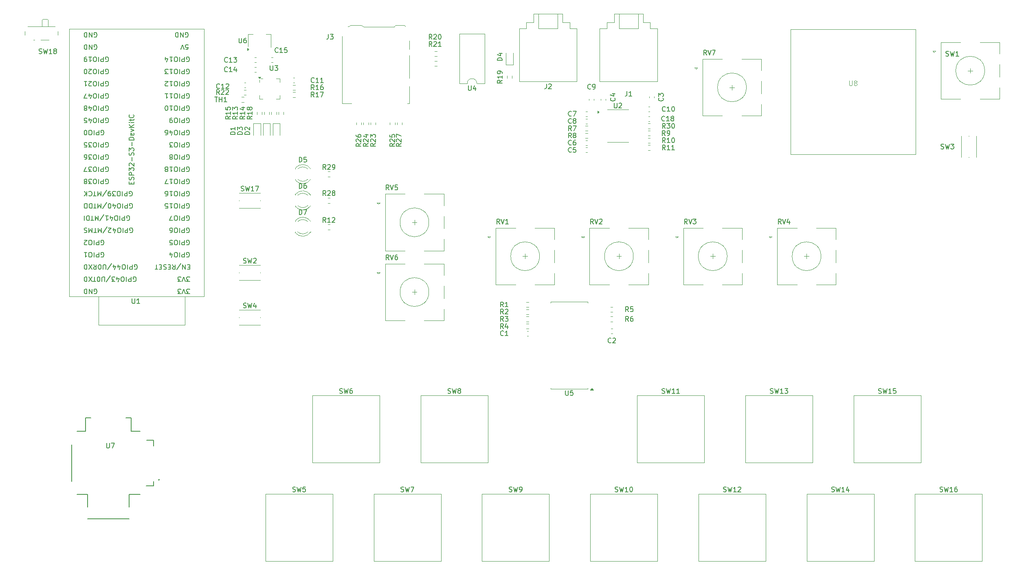
<source format=gbr>
%TF.GenerationSoftware,KiCad,Pcbnew,9.0.0*%
%TF.CreationDate,2026-01-06T01:29:00-05:00*%
%TF.ProjectId,NanoFreak,4e616e6f-4672-4656-916b-2e6b69636164,rev?*%
%TF.SameCoordinates,Original*%
%TF.FileFunction,Legend,Top*%
%TF.FilePolarity,Positive*%
%FSLAX46Y46*%
G04 Gerber Fmt 4.6, Leading zero omitted, Abs format (unit mm)*
G04 Created by KiCad (PCBNEW 9.0.0) date 2026-01-06 01:29:00*
%MOMM*%
%LPD*%
G01*
G04 APERTURE LIST*
%ADD10C,0.150000*%
%ADD11C,0.100000*%
%ADD12C,0.120000*%
%ADD13C,0.127000*%
%ADD14C,0.200000*%
G04 APERTURE END LIST*
D10*
X167833333Y-44454819D02*
X167500000Y-43978628D01*
X167261905Y-44454819D02*
X167261905Y-43454819D01*
X167261905Y-43454819D02*
X167642857Y-43454819D01*
X167642857Y-43454819D02*
X167738095Y-43502438D01*
X167738095Y-43502438D02*
X167785714Y-43550057D01*
X167785714Y-43550057D02*
X167833333Y-43645295D01*
X167833333Y-43645295D02*
X167833333Y-43788152D01*
X167833333Y-43788152D02*
X167785714Y-43883390D01*
X167785714Y-43883390D02*
X167738095Y-43931009D01*
X167738095Y-43931009D02*
X167642857Y-43978628D01*
X167642857Y-43978628D02*
X167261905Y-43978628D01*
X168309524Y-44454819D02*
X168500000Y-44454819D01*
X168500000Y-44454819D02*
X168595238Y-44407200D01*
X168595238Y-44407200D02*
X168642857Y-44359580D01*
X168642857Y-44359580D02*
X168738095Y-44216723D01*
X168738095Y-44216723D02*
X168785714Y-44026247D01*
X168785714Y-44026247D02*
X168785714Y-43645295D01*
X168785714Y-43645295D02*
X168738095Y-43550057D01*
X168738095Y-43550057D02*
X168690476Y-43502438D01*
X168690476Y-43502438D02*
X168595238Y-43454819D01*
X168595238Y-43454819D02*
X168404762Y-43454819D01*
X168404762Y-43454819D02*
X168309524Y-43502438D01*
X168309524Y-43502438D02*
X168261905Y-43550057D01*
X168261905Y-43550057D02*
X168214286Y-43645295D01*
X168214286Y-43645295D02*
X168214286Y-43883390D01*
X168214286Y-43883390D02*
X168261905Y-43978628D01*
X168261905Y-43978628D02*
X168309524Y-44026247D01*
X168309524Y-44026247D02*
X168404762Y-44073866D01*
X168404762Y-44073866D02*
X168595238Y-44073866D01*
X168595238Y-44073866D02*
X168690476Y-44026247D01*
X168690476Y-44026247D02*
X168738095Y-43978628D01*
X168738095Y-43978628D02*
X168785714Y-43883390D01*
X94857142Y-34954819D02*
X94523809Y-34478628D01*
X94285714Y-34954819D02*
X94285714Y-33954819D01*
X94285714Y-33954819D02*
X94666666Y-33954819D01*
X94666666Y-33954819D02*
X94761904Y-34002438D01*
X94761904Y-34002438D02*
X94809523Y-34050057D01*
X94809523Y-34050057D02*
X94857142Y-34145295D01*
X94857142Y-34145295D02*
X94857142Y-34288152D01*
X94857142Y-34288152D02*
X94809523Y-34383390D01*
X94809523Y-34383390D02*
X94761904Y-34431009D01*
X94761904Y-34431009D02*
X94666666Y-34478628D01*
X94666666Y-34478628D02*
X94285714Y-34478628D01*
X95809523Y-34954819D02*
X95238095Y-34954819D01*
X95523809Y-34954819D02*
X95523809Y-33954819D01*
X95523809Y-33954819D02*
X95428571Y-34097676D01*
X95428571Y-34097676D02*
X95333333Y-34192914D01*
X95333333Y-34192914D02*
X95238095Y-34240533D01*
X96666666Y-33954819D02*
X96476190Y-33954819D01*
X96476190Y-33954819D02*
X96380952Y-34002438D01*
X96380952Y-34002438D02*
X96333333Y-34050057D01*
X96333333Y-34050057D02*
X96238095Y-34192914D01*
X96238095Y-34192914D02*
X96190476Y-34383390D01*
X96190476Y-34383390D02*
X96190476Y-34764342D01*
X96190476Y-34764342D02*
X96238095Y-34859580D01*
X96238095Y-34859580D02*
X96285714Y-34907200D01*
X96285714Y-34907200D02*
X96380952Y-34954819D01*
X96380952Y-34954819D02*
X96571428Y-34954819D01*
X96571428Y-34954819D02*
X96666666Y-34907200D01*
X96666666Y-34907200D02*
X96714285Y-34859580D01*
X96714285Y-34859580D02*
X96761904Y-34764342D01*
X96761904Y-34764342D02*
X96761904Y-34526247D01*
X96761904Y-34526247D02*
X96714285Y-34431009D01*
X96714285Y-34431009D02*
X96666666Y-34383390D01*
X96666666Y-34383390D02*
X96571428Y-34335771D01*
X96571428Y-34335771D02*
X96380952Y-34335771D01*
X96380952Y-34335771D02*
X96285714Y-34383390D01*
X96285714Y-34383390D02*
X96238095Y-34431009D01*
X96238095Y-34431009D02*
X96190476Y-34526247D01*
X167190476Y-98033200D02*
X167333333Y-98080819D01*
X167333333Y-98080819D02*
X167571428Y-98080819D01*
X167571428Y-98080819D02*
X167666666Y-98033200D01*
X167666666Y-98033200D02*
X167714285Y-97985580D01*
X167714285Y-97985580D02*
X167761904Y-97890342D01*
X167761904Y-97890342D02*
X167761904Y-97795104D01*
X167761904Y-97795104D02*
X167714285Y-97699866D01*
X167714285Y-97699866D02*
X167666666Y-97652247D01*
X167666666Y-97652247D02*
X167571428Y-97604628D01*
X167571428Y-97604628D02*
X167380952Y-97557009D01*
X167380952Y-97557009D02*
X167285714Y-97509390D01*
X167285714Y-97509390D02*
X167238095Y-97461771D01*
X167238095Y-97461771D02*
X167190476Y-97366533D01*
X167190476Y-97366533D02*
X167190476Y-97271295D01*
X167190476Y-97271295D02*
X167238095Y-97176057D01*
X167238095Y-97176057D02*
X167285714Y-97128438D01*
X167285714Y-97128438D02*
X167380952Y-97080819D01*
X167380952Y-97080819D02*
X167619047Y-97080819D01*
X167619047Y-97080819D02*
X167761904Y-97128438D01*
X168095238Y-97080819D02*
X168333333Y-98080819D01*
X168333333Y-98080819D02*
X168523809Y-97366533D01*
X168523809Y-97366533D02*
X168714285Y-98080819D01*
X168714285Y-98080819D02*
X168952381Y-97080819D01*
X169857142Y-98080819D02*
X169285714Y-98080819D01*
X169571428Y-98080819D02*
X169571428Y-97080819D01*
X169571428Y-97080819D02*
X169476190Y-97223676D01*
X169476190Y-97223676D02*
X169380952Y-97318914D01*
X169380952Y-97318914D02*
X169285714Y-97366533D01*
X170809523Y-98080819D02*
X170238095Y-98080819D01*
X170523809Y-98080819D02*
X170523809Y-97080819D01*
X170523809Y-97080819D02*
X170428571Y-97223676D01*
X170428571Y-97223676D02*
X170333333Y-97318914D01*
X170333333Y-97318914D02*
X170238095Y-97366533D01*
X81954819Y-40467857D02*
X81478628Y-40801190D01*
X81954819Y-41039285D02*
X80954819Y-41039285D01*
X80954819Y-41039285D02*
X80954819Y-40658333D01*
X80954819Y-40658333D02*
X81002438Y-40563095D01*
X81002438Y-40563095D02*
X81050057Y-40515476D01*
X81050057Y-40515476D02*
X81145295Y-40467857D01*
X81145295Y-40467857D02*
X81288152Y-40467857D01*
X81288152Y-40467857D02*
X81383390Y-40515476D01*
X81383390Y-40515476D02*
X81431009Y-40563095D01*
X81431009Y-40563095D02*
X81478628Y-40658333D01*
X81478628Y-40658333D02*
X81478628Y-41039285D01*
X81954819Y-39515476D02*
X81954819Y-40086904D01*
X81954819Y-39801190D02*
X80954819Y-39801190D01*
X80954819Y-39801190D02*
X81097676Y-39896428D01*
X81097676Y-39896428D02*
X81192914Y-39991666D01*
X81192914Y-39991666D02*
X81240533Y-40086904D01*
X81383390Y-38944047D02*
X81335771Y-39039285D01*
X81335771Y-39039285D02*
X81288152Y-39086904D01*
X81288152Y-39086904D02*
X81192914Y-39134523D01*
X81192914Y-39134523D02*
X81145295Y-39134523D01*
X81145295Y-39134523D02*
X81050057Y-39086904D01*
X81050057Y-39086904D02*
X81002438Y-39039285D01*
X81002438Y-39039285D02*
X80954819Y-38944047D01*
X80954819Y-38944047D02*
X80954819Y-38753571D01*
X80954819Y-38753571D02*
X81002438Y-38658333D01*
X81002438Y-38658333D02*
X81050057Y-38610714D01*
X81050057Y-38610714D02*
X81145295Y-38563095D01*
X81145295Y-38563095D02*
X81192914Y-38563095D01*
X81192914Y-38563095D02*
X81288152Y-38610714D01*
X81288152Y-38610714D02*
X81335771Y-38658333D01*
X81335771Y-38658333D02*
X81383390Y-38753571D01*
X81383390Y-38753571D02*
X81383390Y-38944047D01*
X81383390Y-38944047D02*
X81431009Y-39039285D01*
X81431009Y-39039285D02*
X81478628Y-39086904D01*
X81478628Y-39086904D02*
X81573866Y-39134523D01*
X81573866Y-39134523D02*
X81764342Y-39134523D01*
X81764342Y-39134523D02*
X81859580Y-39086904D01*
X81859580Y-39086904D02*
X81907200Y-39039285D01*
X81907200Y-39039285D02*
X81954819Y-38944047D01*
X81954819Y-38944047D02*
X81954819Y-38753571D01*
X81954819Y-38753571D02*
X81907200Y-38658333D01*
X81907200Y-38658333D02*
X81859580Y-38610714D01*
X81859580Y-38610714D02*
X81764342Y-38563095D01*
X81764342Y-38563095D02*
X81573866Y-38563095D01*
X81573866Y-38563095D02*
X81478628Y-38610714D01*
X81478628Y-38610714D02*
X81431009Y-38658333D01*
X81431009Y-38658333D02*
X81383390Y-38753571D01*
X152929761Y-62834819D02*
X152596428Y-62358628D01*
X152358333Y-62834819D02*
X152358333Y-61834819D01*
X152358333Y-61834819D02*
X152739285Y-61834819D01*
X152739285Y-61834819D02*
X152834523Y-61882438D01*
X152834523Y-61882438D02*
X152882142Y-61930057D01*
X152882142Y-61930057D02*
X152929761Y-62025295D01*
X152929761Y-62025295D02*
X152929761Y-62168152D01*
X152929761Y-62168152D02*
X152882142Y-62263390D01*
X152882142Y-62263390D02*
X152834523Y-62311009D01*
X152834523Y-62311009D02*
X152739285Y-62358628D01*
X152739285Y-62358628D02*
X152358333Y-62358628D01*
X153215476Y-61834819D02*
X153548809Y-62834819D01*
X153548809Y-62834819D02*
X153882142Y-61834819D01*
X154167857Y-61930057D02*
X154215476Y-61882438D01*
X154215476Y-61882438D02*
X154310714Y-61834819D01*
X154310714Y-61834819D02*
X154548809Y-61834819D01*
X154548809Y-61834819D02*
X154644047Y-61882438D01*
X154644047Y-61882438D02*
X154691666Y-61930057D01*
X154691666Y-61930057D02*
X154739285Y-62025295D01*
X154739285Y-62025295D02*
X154739285Y-62120533D01*
X154739285Y-62120533D02*
X154691666Y-62263390D01*
X154691666Y-62263390D02*
X154120238Y-62834819D01*
X154120238Y-62834819D02*
X154739285Y-62834819D01*
X107599819Y-46142857D02*
X107123628Y-46476190D01*
X107599819Y-46714285D02*
X106599819Y-46714285D01*
X106599819Y-46714285D02*
X106599819Y-46333333D01*
X106599819Y-46333333D02*
X106647438Y-46238095D01*
X106647438Y-46238095D02*
X106695057Y-46190476D01*
X106695057Y-46190476D02*
X106790295Y-46142857D01*
X106790295Y-46142857D02*
X106933152Y-46142857D01*
X106933152Y-46142857D02*
X107028390Y-46190476D01*
X107028390Y-46190476D02*
X107076009Y-46238095D01*
X107076009Y-46238095D02*
X107123628Y-46333333D01*
X107123628Y-46333333D02*
X107123628Y-46714285D01*
X106695057Y-45761904D02*
X106647438Y-45714285D01*
X106647438Y-45714285D02*
X106599819Y-45619047D01*
X106599819Y-45619047D02*
X106599819Y-45380952D01*
X106599819Y-45380952D02*
X106647438Y-45285714D01*
X106647438Y-45285714D02*
X106695057Y-45238095D01*
X106695057Y-45238095D02*
X106790295Y-45190476D01*
X106790295Y-45190476D02*
X106885533Y-45190476D01*
X106885533Y-45190476D02*
X107028390Y-45238095D01*
X107028390Y-45238095D02*
X107599819Y-45809523D01*
X107599819Y-45809523D02*
X107599819Y-45190476D01*
X106599819Y-44857142D02*
X106599819Y-44238095D01*
X106599819Y-44238095D02*
X106980771Y-44571428D01*
X106980771Y-44571428D02*
X106980771Y-44428571D01*
X106980771Y-44428571D02*
X107028390Y-44333333D01*
X107028390Y-44333333D02*
X107076009Y-44285714D01*
X107076009Y-44285714D02*
X107171247Y-44238095D01*
X107171247Y-44238095D02*
X107409342Y-44238095D01*
X107409342Y-44238095D02*
X107504580Y-44285714D01*
X107504580Y-44285714D02*
X107552200Y-44333333D01*
X107552200Y-44333333D02*
X107599819Y-44428571D01*
X107599819Y-44428571D02*
X107599819Y-44714285D01*
X107599819Y-44714285D02*
X107552200Y-44809523D01*
X107552200Y-44809523D02*
X107504580Y-44857142D01*
X110429761Y-55779819D02*
X110096428Y-55303628D01*
X109858333Y-55779819D02*
X109858333Y-54779819D01*
X109858333Y-54779819D02*
X110239285Y-54779819D01*
X110239285Y-54779819D02*
X110334523Y-54827438D01*
X110334523Y-54827438D02*
X110382142Y-54875057D01*
X110382142Y-54875057D02*
X110429761Y-54970295D01*
X110429761Y-54970295D02*
X110429761Y-55113152D01*
X110429761Y-55113152D02*
X110382142Y-55208390D01*
X110382142Y-55208390D02*
X110334523Y-55256009D01*
X110334523Y-55256009D02*
X110239285Y-55303628D01*
X110239285Y-55303628D02*
X109858333Y-55303628D01*
X110715476Y-54779819D02*
X111048809Y-55779819D01*
X111048809Y-55779819D02*
X111382142Y-54779819D01*
X112191666Y-54779819D02*
X111715476Y-54779819D01*
X111715476Y-54779819D02*
X111667857Y-55256009D01*
X111667857Y-55256009D02*
X111715476Y-55208390D01*
X111715476Y-55208390D02*
X111810714Y-55160771D01*
X111810714Y-55160771D02*
X112048809Y-55160771D01*
X112048809Y-55160771D02*
X112144047Y-55208390D01*
X112144047Y-55208390D02*
X112191666Y-55256009D01*
X112191666Y-55256009D02*
X112239285Y-55351247D01*
X112239285Y-55351247D02*
X112239285Y-55589342D01*
X112239285Y-55589342D02*
X112191666Y-55684580D01*
X112191666Y-55684580D02*
X112144047Y-55732200D01*
X112144047Y-55732200D02*
X112048809Y-55779819D01*
X112048809Y-55779819D02*
X111810714Y-55779819D01*
X111810714Y-55779819D02*
X111715476Y-55732200D01*
X111715476Y-55732200D02*
X111667857Y-55684580D01*
X119357142Y-25954819D02*
X119023809Y-25478628D01*
X118785714Y-25954819D02*
X118785714Y-24954819D01*
X118785714Y-24954819D02*
X119166666Y-24954819D01*
X119166666Y-24954819D02*
X119261904Y-25002438D01*
X119261904Y-25002438D02*
X119309523Y-25050057D01*
X119309523Y-25050057D02*
X119357142Y-25145295D01*
X119357142Y-25145295D02*
X119357142Y-25288152D01*
X119357142Y-25288152D02*
X119309523Y-25383390D01*
X119309523Y-25383390D02*
X119261904Y-25431009D01*
X119261904Y-25431009D02*
X119166666Y-25478628D01*
X119166666Y-25478628D02*
X118785714Y-25478628D01*
X119738095Y-25050057D02*
X119785714Y-25002438D01*
X119785714Y-25002438D02*
X119880952Y-24954819D01*
X119880952Y-24954819D02*
X120119047Y-24954819D01*
X120119047Y-24954819D02*
X120214285Y-25002438D01*
X120214285Y-25002438D02*
X120261904Y-25050057D01*
X120261904Y-25050057D02*
X120309523Y-25145295D01*
X120309523Y-25145295D02*
X120309523Y-25240533D01*
X120309523Y-25240533D02*
X120261904Y-25383390D01*
X120261904Y-25383390D02*
X119690476Y-25954819D01*
X119690476Y-25954819D02*
X120309523Y-25954819D01*
X121261904Y-25954819D02*
X120690476Y-25954819D01*
X120976190Y-25954819D02*
X120976190Y-24954819D01*
X120976190Y-24954819D02*
X120880952Y-25097676D01*
X120880952Y-25097676D02*
X120785714Y-25192914D01*
X120785714Y-25192914D02*
X120690476Y-25240533D01*
X147118095Y-97489819D02*
X147118095Y-98299342D01*
X147118095Y-98299342D02*
X147165714Y-98394580D01*
X147165714Y-98394580D02*
X147213333Y-98442200D01*
X147213333Y-98442200D02*
X147308571Y-98489819D01*
X147308571Y-98489819D02*
X147499047Y-98489819D01*
X147499047Y-98489819D02*
X147594285Y-98442200D01*
X147594285Y-98442200D02*
X147641904Y-98394580D01*
X147641904Y-98394580D02*
X147689523Y-98299342D01*
X147689523Y-98299342D02*
X147689523Y-97489819D01*
X148641904Y-97489819D02*
X148165714Y-97489819D01*
X148165714Y-97489819D02*
X148118095Y-97966009D01*
X148118095Y-97966009D02*
X148165714Y-97918390D01*
X148165714Y-97918390D02*
X148260952Y-97870771D01*
X148260952Y-97870771D02*
X148499047Y-97870771D01*
X148499047Y-97870771D02*
X148594285Y-97918390D01*
X148594285Y-97918390D02*
X148641904Y-97966009D01*
X148641904Y-97966009D02*
X148689523Y-98061247D01*
X148689523Y-98061247D02*
X148689523Y-98299342D01*
X148689523Y-98299342D02*
X148641904Y-98394580D01*
X148641904Y-98394580D02*
X148594285Y-98442200D01*
X148594285Y-98442200D02*
X148499047Y-98489819D01*
X148499047Y-98489819D02*
X148260952Y-98489819D01*
X148260952Y-98489819D02*
X148165714Y-98442200D01*
X148165714Y-98442200D02*
X148118095Y-98394580D01*
X157238095Y-37754819D02*
X157238095Y-38564342D01*
X157238095Y-38564342D02*
X157285714Y-38659580D01*
X157285714Y-38659580D02*
X157333333Y-38707200D01*
X157333333Y-38707200D02*
X157428571Y-38754819D01*
X157428571Y-38754819D02*
X157619047Y-38754819D01*
X157619047Y-38754819D02*
X157714285Y-38707200D01*
X157714285Y-38707200D02*
X157761904Y-38659580D01*
X157761904Y-38659580D02*
X157809523Y-38564342D01*
X157809523Y-38564342D02*
X157809523Y-37754819D01*
X158238095Y-37850057D02*
X158285714Y-37802438D01*
X158285714Y-37802438D02*
X158380952Y-37754819D01*
X158380952Y-37754819D02*
X158619047Y-37754819D01*
X158619047Y-37754819D02*
X158714285Y-37802438D01*
X158714285Y-37802438D02*
X158761904Y-37850057D01*
X158761904Y-37850057D02*
X158809523Y-37945295D01*
X158809523Y-37945295D02*
X158809523Y-38040533D01*
X158809523Y-38040533D02*
X158761904Y-38183390D01*
X158761904Y-38183390D02*
X158190476Y-38754819D01*
X158190476Y-38754819D02*
X158809523Y-38754819D01*
X152333333Y-34722080D02*
X152285714Y-34769700D01*
X152285714Y-34769700D02*
X152142857Y-34817319D01*
X152142857Y-34817319D02*
X152047619Y-34817319D01*
X152047619Y-34817319D02*
X151904762Y-34769700D01*
X151904762Y-34769700D02*
X151809524Y-34674461D01*
X151809524Y-34674461D02*
X151761905Y-34579223D01*
X151761905Y-34579223D02*
X151714286Y-34388747D01*
X151714286Y-34388747D02*
X151714286Y-34245890D01*
X151714286Y-34245890D02*
X151761905Y-34055414D01*
X151761905Y-34055414D02*
X151809524Y-33960176D01*
X151809524Y-33960176D02*
X151904762Y-33864938D01*
X151904762Y-33864938D02*
X152047619Y-33817319D01*
X152047619Y-33817319D02*
X152142857Y-33817319D01*
X152142857Y-33817319D02*
X152285714Y-33864938D01*
X152285714Y-33864938D02*
X152333333Y-33912557D01*
X152809524Y-34817319D02*
X153000000Y-34817319D01*
X153000000Y-34817319D02*
X153095238Y-34769700D01*
X153095238Y-34769700D02*
X153142857Y-34722080D01*
X153142857Y-34722080D02*
X153238095Y-34579223D01*
X153238095Y-34579223D02*
X153285714Y-34388747D01*
X153285714Y-34388747D02*
X153285714Y-34007795D01*
X153285714Y-34007795D02*
X153238095Y-33912557D01*
X153238095Y-33912557D02*
X153190476Y-33864938D01*
X153190476Y-33864938D02*
X153095238Y-33817319D01*
X153095238Y-33817319D02*
X152904762Y-33817319D01*
X152904762Y-33817319D02*
X152809524Y-33864938D01*
X152809524Y-33864938D02*
X152761905Y-33912557D01*
X152761905Y-33912557D02*
X152714286Y-34007795D01*
X152714286Y-34007795D02*
X152714286Y-34245890D01*
X152714286Y-34245890D02*
X152761905Y-34341128D01*
X152761905Y-34341128D02*
X152809524Y-34388747D01*
X152809524Y-34388747D02*
X152904762Y-34436366D01*
X152904762Y-34436366D02*
X153095238Y-34436366D01*
X153095238Y-34436366D02*
X153190476Y-34388747D01*
X153190476Y-34388747D02*
X153238095Y-34341128D01*
X153238095Y-34341128D02*
X153285714Y-34245890D01*
X157359580Y-36666666D02*
X157407200Y-36714285D01*
X157407200Y-36714285D02*
X157454819Y-36857142D01*
X157454819Y-36857142D02*
X157454819Y-36952380D01*
X157454819Y-36952380D02*
X157407200Y-37095237D01*
X157407200Y-37095237D02*
X157311961Y-37190475D01*
X157311961Y-37190475D02*
X157216723Y-37238094D01*
X157216723Y-37238094D02*
X157026247Y-37285713D01*
X157026247Y-37285713D02*
X156883390Y-37285713D01*
X156883390Y-37285713D02*
X156692914Y-37238094D01*
X156692914Y-37238094D02*
X156597676Y-37190475D01*
X156597676Y-37190475D02*
X156502438Y-37095237D01*
X156502438Y-37095237D02*
X156454819Y-36952380D01*
X156454819Y-36952380D02*
X156454819Y-36857142D01*
X156454819Y-36857142D02*
X156502438Y-36714285D01*
X156502438Y-36714285D02*
X156550057Y-36666666D01*
X156788152Y-35809523D02*
X157454819Y-35809523D01*
X156407200Y-36047618D02*
X157121485Y-36285713D01*
X157121485Y-36285713D02*
X157121485Y-35666666D01*
X104599819Y-46142857D02*
X104123628Y-46476190D01*
X104599819Y-46714285D02*
X103599819Y-46714285D01*
X103599819Y-46714285D02*
X103599819Y-46333333D01*
X103599819Y-46333333D02*
X103647438Y-46238095D01*
X103647438Y-46238095D02*
X103695057Y-46190476D01*
X103695057Y-46190476D02*
X103790295Y-46142857D01*
X103790295Y-46142857D02*
X103933152Y-46142857D01*
X103933152Y-46142857D02*
X104028390Y-46190476D01*
X104028390Y-46190476D02*
X104076009Y-46238095D01*
X104076009Y-46238095D02*
X104123628Y-46333333D01*
X104123628Y-46333333D02*
X104123628Y-46714285D01*
X103695057Y-45761904D02*
X103647438Y-45714285D01*
X103647438Y-45714285D02*
X103599819Y-45619047D01*
X103599819Y-45619047D02*
X103599819Y-45380952D01*
X103599819Y-45380952D02*
X103647438Y-45285714D01*
X103647438Y-45285714D02*
X103695057Y-45238095D01*
X103695057Y-45238095D02*
X103790295Y-45190476D01*
X103790295Y-45190476D02*
X103885533Y-45190476D01*
X103885533Y-45190476D02*
X104028390Y-45238095D01*
X104028390Y-45238095D02*
X104599819Y-45809523D01*
X104599819Y-45809523D02*
X104599819Y-45190476D01*
X103599819Y-44333333D02*
X103599819Y-44523809D01*
X103599819Y-44523809D02*
X103647438Y-44619047D01*
X103647438Y-44619047D02*
X103695057Y-44666666D01*
X103695057Y-44666666D02*
X103837914Y-44761904D01*
X103837914Y-44761904D02*
X104028390Y-44809523D01*
X104028390Y-44809523D02*
X104409342Y-44809523D01*
X104409342Y-44809523D02*
X104504580Y-44761904D01*
X104504580Y-44761904D02*
X104552200Y-44714285D01*
X104552200Y-44714285D02*
X104599819Y-44619047D01*
X104599819Y-44619047D02*
X104599819Y-44428571D01*
X104599819Y-44428571D02*
X104552200Y-44333333D01*
X104552200Y-44333333D02*
X104504580Y-44285714D01*
X104504580Y-44285714D02*
X104409342Y-44238095D01*
X104409342Y-44238095D02*
X104171247Y-44238095D01*
X104171247Y-44238095D02*
X104076009Y-44285714D01*
X104076009Y-44285714D02*
X104028390Y-44333333D01*
X104028390Y-44333333D02*
X103980771Y-44428571D01*
X103980771Y-44428571D02*
X103980771Y-44619047D01*
X103980771Y-44619047D02*
X104028390Y-44714285D01*
X104028390Y-44714285D02*
X104076009Y-44761904D01*
X104076009Y-44761904D02*
X104171247Y-44809523D01*
X148333333Y-41859580D02*
X148285714Y-41907200D01*
X148285714Y-41907200D02*
X148142857Y-41954819D01*
X148142857Y-41954819D02*
X148047619Y-41954819D01*
X148047619Y-41954819D02*
X147904762Y-41907200D01*
X147904762Y-41907200D02*
X147809524Y-41811961D01*
X147809524Y-41811961D02*
X147761905Y-41716723D01*
X147761905Y-41716723D02*
X147714286Y-41526247D01*
X147714286Y-41526247D02*
X147714286Y-41383390D01*
X147714286Y-41383390D02*
X147761905Y-41192914D01*
X147761905Y-41192914D02*
X147809524Y-41097676D01*
X147809524Y-41097676D02*
X147904762Y-41002438D01*
X147904762Y-41002438D02*
X148047619Y-40954819D01*
X148047619Y-40954819D02*
X148142857Y-40954819D01*
X148142857Y-40954819D02*
X148285714Y-41002438D01*
X148285714Y-41002438D02*
X148333333Y-41050057D01*
X148904762Y-41383390D02*
X148809524Y-41335771D01*
X148809524Y-41335771D02*
X148761905Y-41288152D01*
X148761905Y-41288152D02*
X148714286Y-41192914D01*
X148714286Y-41192914D02*
X148714286Y-41145295D01*
X148714286Y-41145295D02*
X148761905Y-41050057D01*
X148761905Y-41050057D02*
X148809524Y-41002438D01*
X148809524Y-41002438D02*
X148904762Y-40954819D01*
X148904762Y-40954819D02*
X149095238Y-40954819D01*
X149095238Y-40954819D02*
X149190476Y-41002438D01*
X149190476Y-41002438D02*
X149238095Y-41050057D01*
X149238095Y-41050057D02*
X149285714Y-41145295D01*
X149285714Y-41145295D02*
X149285714Y-41192914D01*
X149285714Y-41192914D02*
X149238095Y-41288152D01*
X149238095Y-41288152D02*
X149190476Y-41335771D01*
X149190476Y-41335771D02*
X149095238Y-41383390D01*
X149095238Y-41383390D02*
X148904762Y-41383390D01*
X148904762Y-41383390D02*
X148809524Y-41431009D01*
X148809524Y-41431009D02*
X148761905Y-41478628D01*
X148761905Y-41478628D02*
X148714286Y-41573866D01*
X148714286Y-41573866D02*
X148714286Y-41764342D01*
X148714286Y-41764342D02*
X148761905Y-41859580D01*
X148761905Y-41859580D02*
X148809524Y-41907200D01*
X148809524Y-41907200D02*
X148904762Y-41954819D01*
X148904762Y-41954819D02*
X149095238Y-41954819D01*
X149095238Y-41954819D02*
X149190476Y-41907200D01*
X149190476Y-41907200D02*
X149238095Y-41859580D01*
X149238095Y-41859580D02*
X149285714Y-41764342D01*
X149285714Y-41764342D02*
X149285714Y-41573866D01*
X149285714Y-41573866D02*
X149238095Y-41478628D01*
X149238095Y-41478628D02*
X149190476Y-41431009D01*
X149190476Y-41431009D02*
X149095238Y-41383390D01*
X179940476Y-118493200D02*
X180083333Y-118540819D01*
X180083333Y-118540819D02*
X180321428Y-118540819D01*
X180321428Y-118540819D02*
X180416666Y-118493200D01*
X180416666Y-118493200D02*
X180464285Y-118445580D01*
X180464285Y-118445580D02*
X180511904Y-118350342D01*
X180511904Y-118350342D02*
X180511904Y-118255104D01*
X180511904Y-118255104D02*
X180464285Y-118159866D01*
X180464285Y-118159866D02*
X180416666Y-118112247D01*
X180416666Y-118112247D02*
X180321428Y-118064628D01*
X180321428Y-118064628D02*
X180130952Y-118017009D01*
X180130952Y-118017009D02*
X180035714Y-117969390D01*
X180035714Y-117969390D02*
X179988095Y-117921771D01*
X179988095Y-117921771D02*
X179940476Y-117826533D01*
X179940476Y-117826533D02*
X179940476Y-117731295D01*
X179940476Y-117731295D02*
X179988095Y-117636057D01*
X179988095Y-117636057D02*
X180035714Y-117588438D01*
X180035714Y-117588438D02*
X180130952Y-117540819D01*
X180130952Y-117540819D02*
X180369047Y-117540819D01*
X180369047Y-117540819D02*
X180511904Y-117588438D01*
X180845238Y-117540819D02*
X181083333Y-118540819D01*
X181083333Y-118540819D02*
X181273809Y-117826533D01*
X181273809Y-117826533D02*
X181464285Y-118540819D01*
X181464285Y-118540819D02*
X181702381Y-117540819D01*
X182607142Y-118540819D02*
X182035714Y-118540819D01*
X182321428Y-118540819D02*
X182321428Y-117540819D01*
X182321428Y-117540819D02*
X182226190Y-117683676D01*
X182226190Y-117683676D02*
X182130952Y-117778914D01*
X182130952Y-117778914D02*
X182035714Y-117826533D01*
X182988095Y-117636057D02*
X183035714Y-117588438D01*
X183035714Y-117588438D02*
X183130952Y-117540819D01*
X183130952Y-117540819D02*
X183369047Y-117540819D01*
X183369047Y-117540819D02*
X183464285Y-117588438D01*
X183464285Y-117588438D02*
X183511904Y-117636057D01*
X183511904Y-117636057D02*
X183559523Y-117731295D01*
X183559523Y-117731295D02*
X183559523Y-117826533D01*
X183559523Y-117826533D02*
X183511904Y-117969390D01*
X183511904Y-117969390D02*
X182940476Y-118540819D01*
X182940476Y-118540819D02*
X183559523Y-118540819D01*
X133954819Y-28863094D02*
X132954819Y-28863094D01*
X132954819Y-28863094D02*
X132954819Y-28624999D01*
X132954819Y-28624999D02*
X133002438Y-28482142D01*
X133002438Y-28482142D02*
X133097676Y-28386904D01*
X133097676Y-28386904D02*
X133192914Y-28339285D01*
X133192914Y-28339285D02*
X133383390Y-28291666D01*
X133383390Y-28291666D02*
X133526247Y-28291666D01*
X133526247Y-28291666D02*
X133716723Y-28339285D01*
X133716723Y-28339285D02*
X133811961Y-28386904D01*
X133811961Y-28386904D02*
X133907200Y-28482142D01*
X133907200Y-28482142D02*
X133954819Y-28624999D01*
X133954819Y-28624999D02*
X133954819Y-28863094D01*
X133288152Y-27434523D02*
X133954819Y-27434523D01*
X132907200Y-27672618D02*
X133621485Y-27910713D01*
X133621485Y-27910713D02*
X133621485Y-27291666D01*
X78454819Y-44278094D02*
X77454819Y-44278094D01*
X77454819Y-44278094D02*
X77454819Y-44039999D01*
X77454819Y-44039999D02*
X77502438Y-43897142D01*
X77502438Y-43897142D02*
X77597676Y-43801904D01*
X77597676Y-43801904D02*
X77692914Y-43754285D01*
X77692914Y-43754285D02*
X77883390Y-43706666D01*
X77883390Y-43706666D02*
X78026247Y-43706666D01*
X78026247Y-43706666D02*
X78216723Y-43754285D01*
X78216723Y-43754285D02*
X78311961Y-43801904D01*
X78311961Y-43801904D02*
X78407200Y-43897142D01*
X78407200Y-43897142D02*
X78454819Y-44039999D01*
X78454819Y-44039999D02*
X78454819Y-44278094D01*
X78454819Y-42754285D02*
X78454819Y-43325713D01*
X78454819Y-43039999D02*
X77454819Y-43039999D01*
X77454819Y-43039999D02*
X77597676Y-43135237D01*
X77597676Y-43135237D02*
X77692914Y-43230475D01*
X77692914Y-43230475D02*
X77740533Y-43325713D01*
X134213333Y-83089819D02*
X133880000Y-82613628D01*
X133641905Y-83089819D02*
X133641905Y-82089819D01*
X133641905Y-82089819D02*
X134022857Y-82089819D01*
X134022857Y-82089819D02*
X134118095Y-82137438D01*
X134118095Y-82137438D02*
X134165714Y-82185057D01*
X134165714Y-82185057D02*
X134213333Y-82280295D01*
X134213333Y-82280295D02*
X134213333Y-82423152D01*
X134213333Y-82423152D02*
X134165714Y-82518390D01*
X134165714Y-82518390D02*
X134118095Y-82566009D01*
X134118095Y-82566009D02*
X134022857Y-82613628D01*
X134022857Y-82613628D02*
X133641905Y-82613628D01*
X134546667Y-82089819D02*
X135165714Y-82089819D01*
X135165714Y-82089819D02*
X134832381Y-82470771D01*
X134832381Y-82470771D02*
X134975238Y-82470771D01*
X134975238Y-82470771D02*
X135070476Y-82518390D01*
X135070476Y-82518390D02*
X135118095Y-82566009D01*
X135118095Y-82566009D02*
X135165714Y-82661247D01*
X135165714Y-82661247D02*
X135165714Y-82899342D01*
X135165714Y-82899342D02*
X135118095Y-82994580D01*
X135118095Y-82994580D02*
X135070476Y-83042200D01*
X135070476Y-83042200D02*
X134975238Y-83089819D01*
X134975238Y-83089819D02*
X134689524Y-83089819D01*
X134689524Y-83089819D02*
X134594286Y-83042200D01*
X134594286Y-83042200D02*
X134546667Y-82994580D01*
X202440476Y-118493200D02*
X202583333Y-118540819D01*
X202583333Y-118540819D02*
X202821428Y-118540819D01*
X202821428Y-118540819D02*
X202916666Y-118493200D01*
X202916666Y-118493200D02*
X202964285Y-118445580D01*
X202964285Y-118445580D02*
X203011904Y-118350342D01*
X203011904Y-118350342D02*
X203011904Y-118255104D01*
X203011904Y-118255104D02*
X202964285Y-118159866D01*
X202964285Y-118159866D02*
X202916666Y-118112247D01*
X202916666Y-118112247D02*
X202821428Y-118064628D01*
X202821428Y-118064628D02*
X202630952Y-118017009D01*
X202630952Y-118017009D02*
X202535714Y-117969390D01*
X202535714Y-117969390D02*
X202488095Y-117921771D01*
X202488095Y-117921771D02*
X202440476Y-117826533D01*
X202440476Y-117826533D02*
X202440476Y-117731295D01*
X202440476Y-117731295D02*
X202488095Y-117636057D01*
X202488095Y-117636057D02*
X202535714Y-117588438D01*
X202535714Y-117588438D02*
X202630952Y-117540819D01*
X202630952Y-117540819D02*
X202869047Y-117540819D01*
X202869047Y-117540819D02*
X203011904Y-117588438D01*
X203345238Y-117540819D02*
X203583333Y-118540819D01*
X203583333Y-118540819D02*
X203773809Y-117826533D01*
X203773809Y-117826533D02*
X203964285Y-118540819D01*
X203964285Y-118540819D02*
X204202381Y-117540819D01*
X205107142Y-118540819D02*
X204535714Y-118540819D01*
X204821428Y-118540819D02*
X204821428Y-117540819D01*
X204821428Y-117540819D02*
X204726190Y-117683676D01*
X204726190Y-117683676D02*
X204630952Y-117778914D01*
X204630952Y-117778914D02*
X204535714Y-117826533D01*
X205964285Y-117874152D02*
X205964285Y-118540819D01*
X205726190Y-117493200D02*
X205488095Y-118207485D01*
X205488095Y-118207485D02*
X206107142Y-118207485D01*
X91761905Y-60934819D02*
X91761905Y-59934819D01*
X91761905Y-59934819D02*
X92000000Y-59934819D01*
X92000000Y-59934819D02*
X92142857Y-59982438D01*
X92142857Y-59982438D02*
X92238095Y-60077676D01*
X92238095Y-60077676D02*
X92285714Y-60172914D01*
X92285714Y-60172914D02*
X92333333Y-60363390D01*
X92333333Y-60363390D02*
X92333333Y-60506247D01*
X92333333Y-60506247D02*
X92285714Y-60696723D01*
X92285714Y-60696723D02*
X92238095Y-60791961D01*
X92238095Y-60791961D02*
X92142857Y-60887200D01*
X92142857Y-60887200D02*
X92000000Y-60934819D01*
X92000000Y-60934819D02*
X91761905Y-60934819D01*
X92666667Y-59934819D02*
X93333333Y-59934819D01*
X93333333Y-59934819D02*
X92904762Y-60934819D01*
X172429761Y-62834819D02*
X172096428Y-62358628D01*
X171858333Y-62834819D02*
X171858333Y-61834819D01*
X171858333Y-61834819D02*
X172239285Y-61834819D01*
X172239285Y-61834819D02*
X172334523Y-61882438D01*
X172334523Y-61882438D02*
X172382142Y-61930057D01*
X172382142Y-61930057D02*
X172429761Y-62025295D01*
X172429761Y-62025295D02*
X172429761Y-62168152D01*
X172429761Y-62168152D02*
X172382142Y-62263390D01*
X172382142Y-62263390D02*
X172334523Y-62311009D01*
X172334523Y-62311009D02*
X172239285Y-62358628D01*
X172239285Y-62358628D02*
X171858333Y-62358628D01*
X172715476Y-61834819D02*
X173048809Y-62834819D01*
X173048809Y-62834819D02*
X173382142Y-61834819D01*
X173620238Y-61834819D02*
X174239285Y-61834819D01*
X174239285Y-61834819D02*
X173905952Y-62215771D01*
X173905952Y-62215771D02*
X174048809Y-62215771D01*
X174048809Y-62215771D02*
X174144047Y-62263390D01*
X174144047Y-62263390D02*
X174191666Y-62311009D01*
X174191666Y-62311009D02*
X174239285Y-62406247D01*
X174239285Y-62406247D02*
X174239285Y-62644342D01*
X174239285Y-62644342D02*
X174191666Y-62739580D01*
X174191666Y-62739580D02*
X174144047Y-62787200D01*
X174144047Y-62787200D02*
X174048809Y-62834819D01*
X174048809Y-62834819D02*
X173763095Y-62834819D01*
X173763095Y-62834819D02*
X173667857Y-62787200D01*
X173667857Y-62787200D02*
X173620238Y-62739580D01*
X79690476Y-55957200D02*
X79833333Y-56004819D01*
X79833333Y-56004819D02*
X80071428Y-56004819D01*
X80071428Y-56004819D02*
X80166666Y-55957200D01*
X80166666Y-55957200D02*
X80214285Y-55909580D01*
X80214285Y-55909580D02*
X80261904Y-55814342D01*
X80261904Y-55814342D02*
X80261904Y-55719104D01*
X80261904Y-55719104D02*
X80214285Y-55623866D01*
X80214285Y-55623866D02*
X80166666Y-55576247D01*
X80166666Y-55576247D02*
X80071428Y-55528628D01*
X80071428Y-55528628D02*
X79880952Y-55481009D01*
X79880952Y-55481009D02*
X79785714Y-55433390D01*
X79785714Y-55433390D02*
X79738095Y-55385771D01*
X79738095Y-55385771D02*
X79690476Y-55290533D01*
X79690476Y-55290533D02*
X79690476Y-55195295D01*
X79690476Y-55195295D02*
X79738095Y-55100057D01*
X79738095Y-55100057D02*
X79785714Y-55052438D01*
X79785714Y-55052438D02*
X79880952Y-55004819D01*
X79880952Y-55004819D02*
X80119047Y-55004819D01*
X80119047Y-55004819D02*
X80261904Y-55052438D01*
X80595238Y-55004819D02*
X80833333Y-56004819D01*
X80833333Y-56004819D02*
X81023809Y-55290533D01*
X81023809Y-55290533D02*
X81214285Y-56004819D01*
X81214285Y-56004819D02*
X81452381Y-55004819D01*
X82357142Y-56004819D02*
X81785714Y-56004819D01*
X82071428Y-56004819D02*
X82071428Y-55004819D01*
X82071428Y-55004819D02*
X81976190Y-55147676D01*
X81976190Y-55147676D02*
X81880952Y-55242914D01*
X81880952Y-55242914D02*
X81785714Y-55290533D01*
X82690476Y-55004819D02*
X83357142Y-55004819D01*
X83357142Y-55004819D02*
X82928571Y-56004819D01*
X156575833Y-87494580D02*
X156528214Y-87542200D01*
X156528214Y-87542200D02*
X156385357Y-87589819D01*
X156385357Y-87589819D02*
X156290119Y-87589819D01*
X156290119Y-87589819D02*
X156147262Y-87542200D01*
X156147262Y-87542200D02*
X156052024Y-87446961D01*
X156052024Y-87446961D02*
X156004405Y-87351723D01*
X156004405Y-87351723D02*
X155956786Y-87161247D01*
X155956786Y-87161247D02*
X155956786Y-87018390D01*
X155956786Y-87018390D02*
X156004405Y-86827914D01*
X156004405Y-86827914D02*
X156052024Y-86732676D01*
X156052024Y-86732676D02*
X156147262Y-86637438D01*
X156147262Y-86637438D02*
X156290119Y-86589819D01*
X156290119Y-86589819D02*
X156385357Y-86589819D01*
X156385357Y-86589819D02*
X156528214Y-86637438D01*
X156528214Y-86637438D02*
X156575833Y-86685057D01*
X156956786Y-86685057D02*
X157004405Y-86637438D01*
X157004405Y-86637438D02*
X157099643Y-86589819D01*
X157099643Y-86589819D02*
X157337738Y-86589819D01*
X157337738Y-86589819D02*
X157432976Y-86637438D01*
X157432976Y-86637438D02*
X157480595Y-86685057D01*
X157480595Y-86685057D02*
X157528214Y-86780295D01*
X157528214Y-86780295D02*
X157528214Y-86875533D01*
X157528214Y-86875533D02*
X157480595Y-87018390D01*
X157480595Y-87018390D02*
X156909167Y-87589819D01*
X156909167Y-87589819D02*
X157528214Y-87589819D01*
X112924819Y-46142857D02*
X112448628Y-46476190D01*
X112924819Y-46714285D02*
X111924819Y-46714285D01*
X111924819Y-46714285D02*
X111924819Y-46333333D01*
X111924819Y-46333333D02*
X111972438Y-46238095D01*
X111972438Y-46238095D02*
X112020057Y-46190476D01*
X112020057Y-46190476D02*
X112115295Y-46142857D01*
X112115295Y-46142857D02*
X112258152Y-46142857D01*
X112258152Y-46142857D02*
X112353390Y-46190476D01*
X112353390Y-46190476D02*
X112401009Y-46238095D01*
X112401009Y-46238095D02*
X112448628Y-46333333D01*
X112448628Y-46333333D02*
X112448628Y-46714285D01*
X112020057Y-45761904D02*
X111972438Y-45714285D01*
X111972438Y-45714285D02*
X111924819Y-45619047D01*
X111924819Y-45619047D02*
X111924819Y-45380952D01*
X111924819Y-45380952D02*
X111972438Y-45285714D01*
X111972438Y-45285714D02*
X112020057Y-45238095D01*
X112020057Y-45238095D02*
X112115295Y-45190476D01*
X112115295Y-45190476D02*
X112210533Y-45190476D01*
X112210533Y-45190476D02*
X112353390Y-45238095D01*
X112353390Y-45238095D02*
X112924819Y-45809523D01*
X112924819Y-45809523D02*
X112924819Y-45190476D01*
X111924819Y-44857142D02*
X111924819Y-44190476D01*
X111924819Y-44190476D02*
X112924819Y-44619047D01*
X80166667Y-80257200D02*
X80309524Y-80304819D01*
X80309524Y-80304819D02*
X80547619Y-80304819D01*
X80547619Y-80304819D02*
X80642857Y-80257200D01*
X80642857Y-80257200D02*
X80690476Y-80209580D01*
X80690476Y-80209580D02*
X80738095Y-80114342D01*
X80738095Y-80114342D02*
X80738095Y-80019104D01*
X80738095Y-80019104D02*
X80690476Y-79923866D01*
X80690476Y-79923866D02*
X80642857Y-79876247D01*
X80642857Y-79876247D02*
X80547619Y-79828628D01*
X80547619Y-79828628D02*
X80357143Y-79781009D01*
X80357143Y-79781009D02*
X80261905Y-79733390D01*
X80261905Y-79733390D02*
X80214286Y-79685771D01*
X80214286Y-79685771D02*
X80166667Y-79590533D01*
X80166667Y-79590533D02*
X80166667Y-79495295D01*
X80166667Y-79495295D02*
X80214286Y-79400057D01*
X80214286Y-79400057D02*
X80261905Y-79352438D01*
X80261905Y-79352438D02*
X80357143Y-79304819D01*
X80357143Y-79304819D02*
X80595238Y-79304819D01*
X80595238Y-79304819D02*
X80738095Y-79352438D01*
X81071429Y-79304819D02*
X81309524Y-80304819D01*
X81309524Y-80304819D02*
X81500000Y-79590533D01*
X81500000Y-79590533D02*
X81690476Y-80304819D01*
X81690476Y-80304819D02*
X81928572Y-79304819D01*
X82738095Y-79638152D02*
X82738095Y-80304819D01*
X82500000Y-79257200D02*
X82261905Y-79971485D01*
X82261905Y-79971485D02*
X82880952Y-79971485D01*
X97302142Y-56954819D02*
X96968809Y-56478628D01*
X96730714Y-56954819D02*
X96730714Y-55954819D01*
X96730714Y-55954819D02*
X97111666Y-55954819D01*
X97111666Y-55954819D02*
X97206904Y-56002438D01*
X97206904Y-56002438D02*
X97254523Y-56050057D01*
X97254523Y-56050057D02*
X97302142Y-56145295D01*
X97302142Y-56145295D02*
X97302142Y-56288152D01*
X97302142Y-56288152D02*
X97254523Y-56383390D01*
X97254523Y-56383390D02*
X97206904Y-56431009D01*
X97206904Y-56431009D02*
X97111666Y-56478628D01*
X97111666Y-56478628D02*
X96730714Y-56478628D01*
X97683095Y-56050057D02*
X97730714Y-56002438D01*
X97730714Y-56002438D02*
X97825952Y-55954819D01*
X97825952Y-55954819D02*
X98064047Y-55954819D01*
X98064047Y-55954819D02*
X98159285Y-56002438D01*
X98159285Y-56002438D02*
X98206904Y-56050057D01*
X98206904Y-56050057D02*
X98254523Y-56145295D01*
X98254523Y-56145295D02*
X98254523Y-56240533D01*
X98254523Y-56240533D02*
X98206904Y-56383390D01*
X98206904Y-56383390D02*
X97635476Y-56954819D01*
X97635476Y-56954819D02*
X98254523Y-56954819D01*
X98825952Y-56383390D02*
X98730714Y-56335771D01*
X98730714Y-56335771D02*
X98683095Y-56288152D01*
X98683095Y-56288152D02*
X98635476Y-56192914D01*
X98635476Y-56192914D02*
X98635476Y-56145295D01*
X98635476Y-56145295D02*
X98683095Y-56050057D01*
X98683095Y-56050057D02*
X98730714Y-56002438D01*
X98730714Y-56002438D02*
X98825952Y-55954819D01*
X98825952Y-55954819D02*
X99016428Y-55954819D01*
X99016428Y-55954819D02*
X99111666Y-56002438D01*
X99111666Y-56002438D02*
X99159285Y-56050057D01*
X99159285Y-56050057D02*
X99206904Y-56145295D01*
X99206904Y-56145295D02*
X99206904Y-56192914D01*
X99206904Y-56192914D02*
X99159285Y-56288152D01*
X99159285Y-56288152D02*
X99111666Y-56335771D01*
X99111666Y-56335771D02*
X99016428Y-56383390D01*
X99016428Y-56383390D02*
X98825952Y-56383390D01*
X98825952Y-56383390D02*
X98730714Y-56431009D01*
X98730714Y-56431009D02*
X98683095Y-56478628D01*
X98683095Y-56478628D02*
X98635476Y-56573866D01*
X98635476Y-56573866D02*
X98635476Y-56764342D01*
X98635476Y-56764342D02*
X98683095Y-56859580D01*
X98683095Y-56859580D02*
X98730714Y-56907200D01*
X98730714Y-56907200D02*
X98825952Y-56954819D01*
X98825952Y-56954819D02*
X99016428Y-56954819D01*
X99016428Y-56954819D02*
X99111666Y-56907200D01*
X99111666Y-56907200D02*
X99159285Y-56859580D01*
X99159285Y-56859580D02*
X99206904Y-56764342D01*
X99206904Y-56764342D02*
X99206904Y-56573866D01*
X99206904Y-56573866D02*
X99159285Y-56478628D01*
X99159285Y-56478628D02*
X99111666Y-56431009D01*
X99111666Y-56431009D02*
X99016428Y-56383390D01*
X77454819Y-40467857D02*
X76978628Y-40801190D01*
X77454819Y-41039285D02*
X76454819Y-41039285D01*
X76454819Y-41039285D02*
X76454819Y-40658333D01*
X76454819Y-40658333D02*
X76502438Y-40563095D01*
X76502438Y-40563095D02*
X76550057Y-40515476D01*
X76550057Y-40515476D02*
X76645295Y-40467857D01*
X76645295Y-40467857D02*
X76788152Y-40467857D01*
X76788152Y-40467857D02*
X76883390Y-40515476D01*
X76883390Y-40515476D02*
X76931009Y-40563095D01*
X76931009Y-40563095D02*
X76978628Y-40658333D01*
X76978628Y-40658333D02*
X76978628Y-41039285D01*
X77454819Y-39515476D02*
X77454819Y-40086904D01*
X77454819Y-39801190D02*
X76454819Y-39801190D01*
X76454819Y-39801190D02*
X76597676Y-39896428D01*
X76597676Y-39896428D02*
X76692914Y-39991666D01*
X76692914Y-39991666D02*
X76740533Y-40086904D01*
X76454819Y-38610714D02*
X76454819Y-39086904D01*
X76454819Y-39086904D02*
X76931009Y-39134523D01*
X76931009Y-39134523D02*
X76883390Y-39086904D01*
X76883390Y-39086904D02*
X76835771Y-38991666D01*
X76835771Y-38991666D02*
X76835771Y-38753571D01*
X76835771Y-38753571D02*
X76883390Y-38658333D01*
X76883390Y-38658333D02*
X76931009Y-38610714D01*
X76931009Y-38610714D02*
X77026247Y-38563095D01*
X77026247Y-38563095D02*
X77264342Y-38563095D01*
X77264342Y-38563095D02*
X77359580Y-38610714D01*
X77359580Y-38610714D02*
X77407200Y-38658333D01*
X77407200Y-38658333D02*
X77454819Y-38753571D01*
X77454819Y-38753571D02*
X77454819Y-38991666D01*
X77454819Y-38991666D02*
X77407200Y-39086904D01*
X77407200Y-39086904D02*
X77359580Y-39134523D01*
X191929761Y-62834819D02*
X191596428Y-62358628D01*
X191358333Y-62834819D02*
X191358333Y-61834819D01*
X191358333Y-61834819D02*
X191739285Y-61834819D01*
X191739285Y-61834819D02*
X191834523Y-61882438D01*
X191834523Y-61882438D02*
X191882142Y-61930057D01*
X191882142Y-61930057D02*
X191929761Y-62025295D01*
X191929761Y-62025295D02*
X191929761Y-62168152D01*
X191929761Y-62168152D02*
X191882142Y-62263390D01*
X191882142Y-62263390D02*
X191834523Y-62311009D01*
X191834523Y-62311009D02*
X191739285Y-62358628D01*
X191739285Y-62358628D02*
X191358333Y-62358628D01*
X192215476Y-61834819D02*
X192548809Y-62834819D01*
X192548809Y-62834819D02*
X192882142Y-61834819D01*
X193644047Y-62168152D02*
X193644047Y-62834819D01*
X193405952Y-61787200D02*
X193167857Y-62501485D01*
X193167857Y-62501485D02*
X193786904Y-62501485D01*
X111599819Y-46142857D02*
X111123628Y-46476190D01*
X111599819Y-46714285D02*
X110599819Y-46714285D01*
X110599819Y-46714285D02*
X110599819Y-46333333D01*
X110599819Y-46333333D02*
X110647438Y-46238095D01*
X110647438Y-46238095D02*
X110695057Y-46190476D01*
X110695057Y-46190476D02*
X110790295Y-46142857D01*
X110790295Y-46142857D02*
X110933152Y-46142857D01*
X110933152Y-46142857D02*
X111028390Y-46190476D01*
X111028390Y-46190476D02*
X111076009Y-46238095D01*
X111076009Y-46238095D02*
X111123628Y-46333333D01*
X111123628Y-46333333D02*
X111123628Y-46714285D01*
X110695057Y-45761904D02*
X110647438Y-45714285D01*
X110647438Y-45714285D02*
X110599819Y-45619047D01*
X110599819Y-45619047D02*
X110599819Y-45380952D01*
X110599819Y-45380952D02*
X110647438Y-45285714D01*
X110647438Y-45285714D02*
X110695057Y-45238095D01*
X110695057Y-45238095D02*
X110790295Y-45190476D01*
X110790295Y-45190476D02*
X110885533Y-45190476D01*
X110885533Y-45190476D02*
X111028390Y-45238095D01*
X111028390Y-45238095D02*
X111599819Y-45809523D01*
X111599819Y-45809523D02*
X111599819Y-45190476D01*
X110599819Y-44285714D02*
X110599819Y-44761904D01*
X110599819Y-44761904D02*
X111076009Y-44809523D01*
X111076009Y-44809523D02*
X111028390Y-44761904D01*
X111028390Y-44761904D02*
X110980771Y-44666666D01*
X110980771Y-44666666D02*
X110980771Y-44428571D01*
X110980771Y-44428571D02*
X111028390Y-44333333D01*
X111028390Y-44333333D02*
X111076009Y-44285714D01*
X111076009Y-44285714D02*
X111171247Y-44238095D01*
X111171247Y-44238095D02*
X111409342Y-44238095D01*
X111409342Y-44238095D02*
X111504580Y-44285714D01*
X111504580Y-44285714D02*
X111552200Y-44333333D01*
X111552200Y-44333333D02*
X111599819Y-44428571D01*
X111599819Y-44428571D02*
X111599819Y-44666666D01*
X111599819Y-44666666D02*
X111552200Y-44761904D01*
X111552200Y-44761904D02*
X111504580Y-44809523D01*
X76857142Y-29134580D02*
X76809523Y-29182200D01*
X76809523Y-29182200D02*
X76666666Y-29229819D01*
X76666666Y-29229819D02*
X76571428Y-29229819D01*
X76571428Y-29229819D02*
X76428571Y-29182200D01*
X76428571Y-29182200D02*
X76333333Y-29086961D01*
X76333333Y-29086961D02*
X76285714Y-28991723D01*
X76285714Y-28991723D02*
X76238095Y-28801247D01*
X76238095Y-28801247D02*
X76238095Y-28658390D01*
X76238095Y-28658390D02*
X76285714Y-28467914D01*
X76285714Y-28467914D02*
X76333333Y-28372676D01*
X76333333Y-28372676D02*
X76428571Y-28277438D01*
X76428571Y-28277438D02*
X76571428Y-28229819D01*
X76571428Y-28229819D02*
X76666666Y-28229819D01*
X76666666Y-28229819D02*
X76809523Y-28277438D01*
X76809523Y-28277438D02*
X76857142Y-28325057D01*
X77809523Y-29229819D02*
X77238095Y-29229819D01*
X77523809Y-29229819D02*
X77523809Y-28229819D01*
X77523809Y-28229819D02*
X77428571Y-28372676D01*
X77428571Y-28372676D02*
X77333333Y-28467914D01*
X77333333Y-28467914D02*
X77238095Y-28515533D01*
X78142857Y-28229819D02*
X78761904Y-28229819D01*
X78761904Y-28229819D02*
X78428571Y-28610771D01*
X78428571Y-28610771D02*
X78571428Y-28610771D01*
X78571428Y-28610771D02*
X78666666Y-28658390D01*
X78666666Y-28658390D02*
X78714285Y-28706009D01*
X78714285Y-28706009D02*
X78761904Y-28801247D01*
X78761904Y-28801247D02*
X78761904Y-29039342D01*
X78761904Y-29039342D02*
X78714285Y-29134580D01*
X78714285Y-29134580D02*
X78666666Y-29182200D01*
X78666666Y-29182200D02*
X78571428Y-29229819D01*
X78571428Y-29229819D02*
X78285714Y-29229819D01*
X78285714Y-29229819D02*
X78190476Y-29182200D01*
X78190476Y-29182200D02*
X78142857Y-29134580D01*
X78954819Y-40467857D02*
X78478628Y-40801190D01*
X78954819Y-41039285D02*
X77954819Y-41039285D01*
X77954819Y-41039285D02*
X77954819Y-40658333D01*
X77954819Y-40658333D02*
X78002438Y-40563095D01*
X78002438Y-40563095D02*
X78050057Y-40515476D01*
X78050057Y-40515476D02*
X78145295Y-40467857D01*
X78145295Y-40467857D02*
X78288152Y-40467857D01*
X78288152Y-40467857D02*
X78383390Y-40515476D01*
X78383390Y-40515476D02*
X78431009Y-40563095D01*
X78431009Y-40563095D02*
X78478628Y-40658333D01*
X78478628Y-40658333D02*
X78478628Y-41039285D01*
X78954819Y-39515476D02*
X78954819Y-40086904D01*
X78954819Y-39801190D02*
X77954819Y-39801190D01*
X77954819Y-39801190D02*
X78097676Y-39896428D01*
X78097676Y-39896428D02*
X78192914Y-39991666D01*
X78192914Y-39991666D02*
X78240533Y-40086904D01*
X77954819Y-39182142D02*
X77954819Y-38563095D01*
X77954819Y-38563095D02*
X78335771Y-38896428D01*
X78335771Y-38896428D02*
X78335771Y-38753571D01*
X78335771Y-38753571D02*
X78383390Y-38658333D01*
X78383390Y-38658333D02*
X78431009Y-38610714D01*
X78431009Y-38610714D02*
X78526247Y-38563095D01*
X78526247Y-38563095D02*
X78764342Y-38563095D01*
X78764342Y-38563095D02*
X78859580Y-38610714D01*
X78859580Y-38610714D02*
X78907200Y-38658333D01*
X78907200Y-38658333D02*
X78954819Y-38753571D01*
X78954819Y-38753571D02*
X78954819Y-39039285D01*
X78954819Y-39039285D02*
X78907200Y-39134523D01*
X78907200Y-39134523D02*
X78859580Y-39182142D01*
X79238095Y-24229819D02*
X79238095Y-25039342D01*
X79238095Y-25039342D02*
X79285714Y-25134580D01*
X79285714Y-25134580D02*
X79333333Y-25182200D01*
X79333333Y-25182200D02*
X79428571Y-25229819D01*
X79428571Y-25229819D02*
X79619047Y-25229819D01*
X79619047Y-25229819D02*
X79714285Y-25182200D01*
X79714285Y-25182200D02*
X79761904Y-25134580D01*
X79761904Y-25134580D02*
X79809523Y-25039342D01*
X79809523Y-25039342D02*
X79809523Y-24229819D01*
X80714285Y-24229819D02*
X80523809Y-24229819D01*
X80523809Y-24229819D02*
X80428571Y-24277438D01*
X80428571Y-24277438D02*
X80380952Y-24325057D01*
X80380952Y-24325057D02*
X80285714Y-24467914D01*
X80285714Y-24467914D02*
X80238095Y-24658390D01*
X80238095Y-24658390D02*
X80238095Y-25039342D01*
X80238095Y-25039342D02*
X80285714Y-25134580D01*
X80285714Y-25134580D02*
X80333333Y-25182200D01*
X80333333Y-25182200D02*
X80428571Y-25229819D01*
X80428571Y-25229819D02*
X80619047Y-25229819D01*
X80619047Y-25229819D02*
X80714285Y-25182200D01*
X80714285Y-25182200D02*
X80761904Y-25134580D01*
X80761904Y-25134580D02*
X80809523Y-25039342D01*
X80809523Y-25039342D02*
X80809523Y-24801247D01*
X80809523Y-24801247D02*
X80761904Y-24706009D01*
X80761904Y-24706009D02*
X80714285Y-24658390D01*
X80714285Y-24658390D02*
X80619047Y-24610771D01*
X80619047Y-24610771D02*
X80428571Y-24610771D01*
X80428571Y-24610771D02*
X80333333Y-24658390D01*
X80333333Y-24658390D02*
X80285714Y-24706009D01*
X80285714Y-24706009D02*
X80238095Y-24801247D01*
X167857142Y-39359580D02*
X167809523Y-39407200D01*
X167809523Y-39407200D02*
X167666666Y-39454819D01*
X167666666Y-39454819D02*
X167571428Y-39454819D01*
X167571428Y-39454819D02*
X167428571Y-39407200D01*
X167428571Y-39407200D02*
X167333333Y-39311961D01*
X167333333Y-39311961D02*
X167285714Y-39216723D01*
X167285714Y-39216723D02*
X167238095Y-39026247D01*
X167238095Y-39026247D02*
X167238095Y-38883390D01*
X167238095Y-38883390D02*
X167285714Y-38692914D01*
X167285714Y-38692914D02*
X167333333Y-38597676D01*
X167333333Y-38597676D02*
X167428571Y-38502438D01*
X167428571Y-38502438D02*
X167571428Y-38454819D01*
X167571428Y-38454819D02*
X167666666Y-38454819D01*
X167666666Y-38454819D02*
X167809523Y-38502438D01*
X167809523Y-38502438D02*
X167857142Y-38550057D01*
X168809523Y-39454819D02*
X168238095Y-39454819D01*
X168523809Y-39454819D02*
X168523809Y-38454819D01*
X168523809Y-38454819D02*
X168428571Y-38597676D01*
X168428571Y-38597676D02*
X168333333Y-38692914D01*
X168333333Y-38692914D02*
X168238095Y-38740533D01*
X169428571Y-38454819D02*
X169523809Y-38454819D01*
X169523809Y-38454819D02*
X169619047Y-38502438D01*
X169619047Y-38502438D02*
X169666666Y-38550057D01*
X169666666Y-38550057D02*
X169714285Y-38645295D01*
X169714285Y-38645295D02*
X169761904Y-38835771D01*
X169761904Y-38835771D02*
X169761904Y-39073866D01*
X169761904Y-39073866D02*
X169714285Y-39264342D01*
X169714285Y-39264342D02*
X169666666Y-39359580D01*
X169666666Y-39359580D02*
X169619047Y-39407200D01*
X169619047Y-39407200D02*
X169523809Y-39454819D01*
X169523809Y-39454819D02*
X169428571Y-39454819D01*
X169428571Y-39454819D02*
X169333333Y-39407200D01*
X169333333Y-39407200D02*
X169285714Y-39359580D01*
X169285714Y-39359580D02*
X169238095Y-39264342D01*
X169238095Y-39264342D02*
X169190476Y-39073866D01*
X169190476Y-39073866D02*
X169190476Y-38835771D01*
X169190476Y-38835771D02*
X169238095Y-38645295D01*
X169238095Y-38645295D02*
X169285714Y-38550057D01*
X169285714Y-38550057D02*
X169333333Y-38502438D01*
X169333333Y-38502438D02*
X169428571Y-38454819D01*
X90416667Y-118493200D02*
X90559524Y-118540819D01*
X90559524Y-118540819D02*
X90797619Y-118540819D01*
X90797619Y-118540819D02*
X90892857Y-118493200D01*
X90892857Y-118493200D02*
X90940476Y-118445580D01*
X90940476Y-118445580D02*
X90988095Y-118350342D01*
X90988095Y-118350342D02*
X90988095Y-118255104D01*
X90988095Y-118255104D02*
X90940476Y-118159866D01*
X90940476Y-118159866D02*
X90892857Y-118112247D01*
X90892857Y-118112247D02*
X90797619Y-118064628D01*
X90797619Y-118064628D02*
X90607143Y-118017009D01*
X90607143Y-118017009D02*
X90511905Y-117969390D01*
X90511905Y-117969390D02*
X90464286Y-117921771D01*
X90464286Y-117921771D02*
X90416667Y-117826533D01*
X90416667Y-117826533D02*
X90416667Y-117731295D01*
X90416667Y-117731295D02*
X90464286Y-117636057D01*
X90464286Y-117636057D02*
X90511905Y-117588438D01*
X90511905Y-117588438D02*
X90607143Y-117540819D01*
X90607143Y-117540819D02*
X90845238Y-117540819D01*
X90845238Y-117540819D02*
X90988095Y-117588438D01*
X91321429Y-117540819D02*
X91559524Y-118540819D01*
X91559524Y-118540819D02*
X91750000Y-117826533D01*
X91750000Y-117826533D02*
X91940476Y-118540819D01*
X91940476Y-118540819D02*
X92178572Y-117540819D01*
X93035714Y-117540819D02*
X92559524Y-117540819D01*
X92559524Y-117540819D02*
X92511905Y-118017009D01*
X92511905Y-118017009D02*
X92559524Y-117969390D01*
X92559524Y-117969390D02*
X92654762Y-117921771D01*
X92654762Y-117921771D02*
X92892857Y-117921771D01*
X92892857Y-117921771D02*
X92988095Y-117969390D01*
X92988095Y-117969390D02*
X93035714Y-118017009D01*
X93035714Y-118017009D02*
X93083333Y-118112247D01*
X93083333Y-118112247D02*
X93083333Y-118350342D01*
X93083333Y-118350342D02*
X93035714Y-118445580D01*
X93035714Y-118445580D02*
X92988095Y-118493200D01*
X92988095Y-118493200D02*
X92892857Y-118540819D01*
X92892857Y-118540819D02*
X92654762Y-118540819D01*
X92654762Y-118540819D02*
X92559524Y-118493200D01*
X92559524Y-118493200D02*
X92511905Y-118445580D01*
X97811666Y-23454819D02*
X97811666Y-24169104D01*
X97811666Y-24169104D02*
X97764047Y-24311961D01*
X97764047Y-24311961D02*
X97668809Y-24407200D01*
X97668809Y-24407200D02*
X97525952Y-24454819D01*
X97525952Y-24454819D02*
X97430714Y-24454819D01*
X98192619Y-23454819D02*
X98811666Y-23454819D01*
X98811666Y-23454819D02*
X98478333Y-23835771D01*
X98478333Y-23835771D02*
X98621190Y-23835771D01*
X98621190Y-23835771D02*
X98716428Y-23883390D01*
X98716428Y-23883390D02*
X98764047Y-23931009D01*
X98764047Y-23931009D02*
X98811666Y-24026247D01*
X98811666Y-24026247D02*
X98811666Y-24264342D01*
X98811666Y-24264342D02*
X98764047Y-24359580D01*
X98764047Y-24359580D02*
X98716428Y-24407200D01*
X98716428Y-24407200D02*
X98621190Y-24454819D01*
X98621190Y-24454819D02*
X98335476Y-24454819D01*
X98335476Y-24454819D02*
X98240238Y-24407200D01*
X98240238Y-24407200D02*
X98192619Y-24359580D01*
X134213333Y-85994580D02*
X134165714Y-86042200D01*
X134165714Y-86042200D02*
X134022857Y-86089819D01*
X134022857Y-86089819D02*
X133927619Y-86089819D01*
X133927619Y-86089819D02*
X133784762Y-86042200D01*
X133784762Y-86042200D02*
X133689524Y-85946961D01*
X133689524Y-85946961D02*
X133641905Y-85851723D01*
X133641905Y-85851723D02*
X133594286Y-85661247D01*
X133594286Y-85661247D02*
X133594286Y-85518390D01*
X133594286Y-85518390D02*
X133641905Y-85327914D01*
X133641905Y-85327914D02*
X133689524Y-85232676D01*
X133689524Y-85232676D02*
X133784762Y-85137438D01*
X133784762Y-85137438D02*
X133927619Y-85089819D01*
X133927619Y-85089819D02*
X134022857Y-85089819D01*
X134022857Y-85089819D02*
X134165714Y-85137438D01*
X134165714Y-85137438D02*
X134213333Y-85185057D01*
X135165714Y-86089819D02*
X134594286Y-86089819D01*
X134880000Y-86089819D02*
X134880000Y-85089819D01*
X134880000Y-85089819D02*
X134784762Y-85232676D01*
X134784762Y-85232676D02*
X134689524Y-85327914D01*
X134689524Y-85327914D02*
X134594286Y-85375533D01*
X119357142Y-24454819D02*
X119023809Y-23978628D01*
X118785714Y-24454819D02*
X118785714Y-23454819D01*
X118785714Y-23454819D02*
X119166666Y-23454819D01*
X119166666Y-23454819D02*
X119261904Y-23502438D01*
X119261904Y-23502438D02*
X119309523Y-23550057D01*
X119309523Y-23550057D02*
X119357142Y-23645295D01*
X119357142Y-23645295D02*
X119357142Y-23788152D01*
X119357142Y-23788152D02*
X119309523Y-23883390D01*
X119309523Y-23883390D02*
X119261904Y-23931009D01*
X119261904Y-23931009D02*
X119166666Y-23978628D01*
X119166666Y-23978628D02*
X118785714Y-23978628D01*
X119738095Y-23550057D02*
X119785714Y-23502438D01*
X119785714Y-23502438D02*
X119880952Y-23454819D01*
X119880952Y-23454819D02*
X120119047Y-23454819D01*
X120119047Y-23454819D02*
X120214285Y-23502438D01*
X120214285Y-23502438D02*
X120261904Y-23550057D01*
X120261904Y-23550057D02*
X120309523Y-23645295D01*
X120309523Y-23645295D02*
X120309523Y-23740533D01*
X120309523Y-23740533D02*
X120261904Y-23883390D01*
X120261904Y-23883390D02*
X119690476Y-24454819D01*
X119690476Y-24454819D02*
X120309523Y-24454819D01*
X120928571Y-23454819D02*
X121023809Y-23454819D01*
X121023809Y-23454819D02*
X121119047Y-23502438D01*
X121119047Y-23502438D02*
X121166666Y-23550057D01*
X121166666Y-23550057D02*
X121214285Y-23645295D01*
X121214285Y-23645295D02*
X121261904Y-23835771D01*
X121261904Y-23835771D02*
X121261904Y-24073866D01*
X121261904Y-24073866D02*
X121214285Y-24264342D01*
X121214285Y-24264342D02*
X121166666Y-24359580D01*
X121166666Y-24359580D02*
X121119047Y-24407200D01*
X121119047Y-24407200D02*
X121023809Y-24454819D01*
X121023809Y-24454819D02*
X120928571Y-24454819D01*
X120928571Y-24454819D02*
X120833333Y-24407200D01*
X120833333Y-24407200D02*
X120785714Y-24359580D01*
X120785714Y-24359580D02*
X120738095Y-24264342D01*
X120738095Y-24264342D02*
X120690476Y-24073866D01*
X120690476Y-24073866D02*
X120690476Y-23835771D01*
X120690476Y-23835771D02*
X120738095Y-23645295D01*
X120738095Y-23645295D02*
X120785714Y-23550057D01*
X120785714Y-23550057D02*
X120833333Y-23502438D01*
X120833333Y-23502438D02*
X120928571Y-23454819D01*
X81454819Y-44238094D02*
X80454819Y-44238094D01*
X80454819Y-44238094D02*
X80454819Y-43999999D01*
X80454819Y-43999999D02*
X80502438Y-43857142D01*
X80502438Y-43857142D02*
X80597676Y-43761904D01*
X80597676Y-43761904D02*
X80692914Y-43714285D01*
X80692914Y-43714285D02*
X80883390Y-43666666D01*
X80883390Y-43666666D02*
X81026247Y-43666666D01*
X81026247Y-43666666D02*
X81216723Y-43714285D01*
X81216723Y-43714285D02*
X81311961Y-43761904D01*
X81311961Y-43761904D02*
X81407200Y-43857142D01*
X81407200Y-43857142D02*
X81454819Y-43999999D01*
X81454819Y-43999999D02*
X81454819Y-44238094D01*
X80550057Y-43285713D02*
X80502438Y-43238094D01*
X80502438Y-43238094D02*
X80454819Y-43142856D01*
X80454819Y-43142856D02*
X80454819Y-42904761D01*
X80454819Y-42904761D02*
X80502438Y-42809523D01*
X80502438Y-42809523D02*
X80550057Y-42761904D01*
X80550057Y-42761904D02*
X80645295Y-42714285D01*
X80645295Y-42714285D02*
X80740533Y-42714285D01*
X80740533Y-42714285D02*
X80883390Y-42761904D01*
X80883390Y-42761904D02*
X81454819Y-43333332D01*
X81454819Y-43333332D02*
X81454819Y-42714285D01*
X225166667Y-47207200D02*
X225309524Y-47254819D01*
X225309524Y-47254819D02*
X225547619Y-47254819D01*
X225547619Y-47254819D02*
X225642857Y-47207200D01*
X225642857Y-47207200D02*
X225690476Y-47159580D01*
X225690476Y-47159580D02*
X225738095Y-47064342D01*
X225738095Y-47064342D02*
X225738095Y-46969104D01*
X225738095Y-46969104D02*
X225690476Y-46873866D01*
X225690476Y-46873866D02*
X225642857Y-46826247D01*
X225642857Y-46826247D02*
X225547619Y-46778628D01*
X225547619Y-46778628D02*
X225357143Y-46731009D01*
X225357143Y-46731009D02*
X225261905Y-46683390D01*
X225261905Y-46683390D02*
X225214286Y-46635771D01*
X225214286Y-46635771D02*
X225166667Y-46540533D01*
X225166667Y-46540533D02*
X225166667Y-46445295D01*
X225166667Y-46445295D02*
X225214286Y-46350057D01*
X225214286Y-46350057D02*
X225261905Y-46302438D01*
X225261905Y-46302438D02*
X225357143Y-46254819D01*
X225357143Y-46254819D02*
X225595238Y-46254819D01*
X225595238Y-46254819D02*
X225738095Y-46302438D01*
X226071429Y-46254819D02*
X226309524Y-47254819D01*
X226309524Y-47254819D02*
X226500000Y-46540533D01*
X226500000Y-46540533D02*
X226690476Y-47254819D01*
X226690476Y-47254819D02*
X226928572Y-46254819D01*
X227214286Y-46254819D02*
X227833333Y-46254819D01*
X227833333Y-46254819D02*
X227500000Y-46635771D01*
X227500000Y-46635771D02*
X227642857Y-46635771D01*
X227642857Y-46635771D02*
X227738095Y-46683390D01*
X227738095Y-46683390D02*
X227785714Y-46731009D01*
X227785714Y-46731009D02*
X227833333Y-46826247D01*
X227833333Y-46826247D02*
X227833333Y-47064342D01*
X227833333Y-47064342D02*
X227785714Y-47159580D01*
X227785714Y-47159580D02*
X227738095Y-47207200D01*
X227738095Y-47207200D02*
X227642857Y-47254819D01*
X227642857Y-47254819D02*
X227357143Y-47254819D01*
X227357143Y-47254819D02*
X227261905Y-47207200D01*
X227261905Y-47207200D02*
X227214286Y-47159580D01*
X133954819Y-32967857D02*
X133478628Y-33301190D01*
X133954819Y-33539285D02*
X132954819Y-33539285D01*
X132954819Y-33539285D02*
X132954819Y-33158333D01*
X132954819Y-33158333D02*
X133002438Y-33063095D01*
X133002438Y-33063095D02*
X133050057Y-33015476D01*
X133050057Y-33015476D02*
X133145295Y-32967857D01*
X133145295Y-32967857D02*
X133288152Y-32967857D01*
X133288152Y-32967857D02*
X133383390Y-33015476D01*
X133383390Y-33015476D02*
X133431009Y-33063095D01*
X133431009Y-33063095D02*
X133478628Y-33158333D01*
X133478628Y-33158333D02*
X133478628Y-33539285D01*
X133954819Y-32015476D02*
X133954819Y-32586904D01*
X133954819Y-32301190D02*
X132954819Y-32301190D01*
X132954819Y-32301190D02*
X133097676Y-32396428D01*
X133097676Y-32396428D02*
X133192914Y-32491666D01*
X133192914Y-32491666D02*
X133240533Y-32586904D01*
X133954819Y-31539285D02*
X133954819Y-31348809D01*
X133954819Y-31348809D02*
X133907200Y-31253571D01*
X133907200Y-31253571D02*
X133859580Y-31205952D01*
X133859580Y-31205952D02*
X133716723Y-31110714D01*
X133716723Y-31110714D02*
X133526247Y-31063095D01*
X133526247Y-31063095D02*
X133145295Y-31063095D01*
X133145295Y-31063095D02*
X133050057Y-31110714D01*
X133050057Y-31110714D02*
X133002438Y-31158333D01*
X133002438Y-31158333D02*
X132954819Y-31253571D01*
X132954819Y-31253571D02*
X132954819Y-31444047D01*
X132954819Y-31444047D02*
X133002438Y-31539285D01*
X133002438Y-31539285D02*
X133050057Y-31586904D01*
X133050057Y-31586904D02*
X133145295Y-31634523D01*
X133145295Y-31634523D02*
X133383390Y-31634523D01*
X133383390Y-31634523D02*
X133478628Y-31586904D01*
X133478628Y-31586904D02*
X133526247Y-31539285D01*
X133526247Y-31539285D02*
X133573866Y-31444047D01*
X133573866Y-31444047D02*
X133573866Y-31253571D01*
X133573866Y-31253571D02*
X133526247Y-31158333D01*
X133526247Y-31158333D02*
X133478628Y-31110714D01*
X133478628Y-31110714D02*
X133383390Y-31063095D01*
X148333333Y-46359580D02*
X148285714Y-46407200D01*
X148285714Y-46407200D02*
X148142857Y-46454819D01*
X148142857Y-46454819D02*
X148047619Y-46454819D01*
X148047619Y-46454819D02*
X147904762Y-46407200D01*
X147904762Y-46407200D02*
X147809524Y-46311961D01*
X147809524Y-46311961D02*
X147761905Y-46216723D01*
X147761905Y-46216723D02*
X147714286Y-46026247D01*
X147714286Y-46026247D02*
X147714286Y-45883390D01*
X147714286Y-45883390D02*
X147761905Y-45692914D01*
X147761905Y-45692914D02*
X147809524Y-45597676D01*
X147809524Y-45597676D02*
X147904762Y-45502438D01*
X147904762Y-45502438D02*
X148047619Y-45454819D01*
X148047619Y-45454819D02*
X148142857Y-45454819D01*
X148142857Y-45454819D02*
X148285714Y-45502438D01*
X148285714Y-45502438D02*
X148333333Y-45550057D01*
X149190476Y-45454819D02*
X149000000Y-45454819D01*
X149000000Y-45454819D02*
X148904762Y-45502438D01*
X148904762Y-45502438D02*
X148857143Y-45550057D01*
X148857143Y-45550057D02*
X148761905Y-45692914D01*
X148761905Y-45692914D02*
X148714286Y-45883390D01*
X148714286Y-45883390D02*
X148714286Y-46264342D01*
X148714286Y-46264342D02*
X148761905Y-46359580D01*
X148761905Y-46359580D02*
X148809524Y-46407200D01*
X148809524Y-46407200D02*
X148904762Y-46454819D01*
X148904762Y-46454819D02*
X149095238Y-46454819D01*
X149095238Y-46454819D02*
X149190476Y-46407200D01*
X149190476Y-46407200D02*
X149238095Y-46359580D01*
X149238095Y-46359580D02*
X149285714Y-46264342D01*
X149285714Y-46264342D02*
X149285714Y-46026247D01*
X149285714Y-46026247D02*
X149238095Y-45931009D01*
X149238095Y-45931009D02*
X149190476Y-45883390D01*
X149190476Y-45883390D02*
X149095238Y-45835771D01*
X149095238Y-45835771D02*
X148904762Y-45835771D01*
X148904762Y-45835771D02*
X148809524Y-45883390D01*
X148809524Y-45883390D02*
X148761905Y-45931009D01*
X148761905Y-45931009D02*
X148714286Y-46026247D01*
X97302142Y-62524819D02*
X96968809Y-62048628D01*
X96730714Y-62524819D02*
X96730714Y-61524819D01*
X96730714Y-61524819D02*
X97111666Y-61524819D01*
X97111666Y-61524819D02*
X97206904Y-61572438D01*
X97206904Y-61572438D02*
X97254523Y-61620057D01*
X97254523Y-61620057D02*
X97302142Y-61715295D01*
X97302142Y-61715295D02*
X97302142Y-61858152D01*
X97302142Y-61858152D02*
X97254523Y-61953390D01*
X97254523Y-61953390D02*
X97206904Y-62001009D01*
X97206904Y-62001009D02*
X97111666Y-62048628D01*
X97111666Y-62048628D02*
X96730714Y-62048628D01*
X98254523Y-62524819D02*
X97683095Y-62524819D01*
X97968809Y-62524819D02*
X97968809Y-61524819D01*
X97968809Y-61524819D02*
X97873571Y-61667676D01*
X97873571Y-61667676D02*
X97778333Y-61762914D01*
X97778333Y-61762914D02*
X97683095Y-61810533D01*
X98635476Y-61620057D02*
X98683095Y-61572438D01*
X98683095Y-61572438D02*
X98778333Y-61524819D01*
X98778333Y-61524819D02*
X99016428Y-61524819D01*
X99016428Y-61524819D02*
X99111666Y-61572438D01*
X99111666Y-61572438D02*
X99159285Y-61620057D01*
X99159285Y-61620057D02*
X99206904Y-61715295D01*
X99206904Y-61715295D02*
X99206904Y-61810533D01*
X99206904Y-61810533D02*
X99159285Y-61953390D01*
X99159285Y-61953390D02*
X98587857Y-62524819D01*
X98587857Y-62524819D02*
X99206904Y-62524819D01*
X212190476Y-98033200D02*
X212333333Y-98080819D01*
X212333333Y-98080819D02*
X212571428Y-98080819D01*
X212571428Y-98080819D02*
X212666666Y-98033200D01*
X212666666Y-98033200D02*
X212714285Y-97985580D01*
X212714285Y-97985580D02*
X212761904Y-97890342D01*
X212761904Y-97890342D02*
X212761904Y-97795104D01*
X212761904Y-97795104D02*
X212714285Y-97699866D01*
X212714285Y-97699866D02*
X212666666Y-97652247D01*
X212666666Y-97652247D02*
X212571428Y-97604628D01*
X212571428Y-97604628D02*
X212380952Y-97557009D01*
X212380952Y-97557009D02*
X212285714Y-97509390D01*
X212285714Y-97509390D02*
X212238095Y-97461771D01*
X212238095Y-97461771D02*
X212190476Y-97366533D01*
X212190476Y-97366533D02*
X212190476Y-97271295D01*
X212190476Y-97271295D02*
X212238095Y-97176057D01*
X212238095Y-97176057D02*
X212285714Y-97128438D01*
X212285714Y-97128438D02*
X212380952Y-97080819D01*
X212380952Y-97080819D02*
X212619047Y-97080819D01*
X212619047Y-97080819D02*
X212761904Y-97128438D01*
X213095238Y-97080819D02*
X213333333Y-98080819D01*
X213333333Y-98080819D02*
X213523809Y-97366533D01*
X213523809Y-97366533D02*
X213714285Y-98080819D01*
X213714285Y-98080819D02*
X213952381Y-97080819D01*
X214857142Y-98080819D02*
X214285714Y-98080819D01*
X214571428Y-98080819D02*
X214571428Y-97080819D01*
X214571428Y-97080819D02*
X214476190Y-97223676D01*
X214476190Y-97223676D02*
X214380952Y-97318914D01*
X214380952Y-97318914D02*
X214285714Y-97366533D01*
X215761904Y-97080819D02*
X215285714Y-97080819D01*
X215285714Y-97080819D02*
X215238095Y-97557009D01*
X215238095Y-97557009D02*
X215285714Y-97509390D01*
X215285714Y-97509390D02*
X215380952Y-97461771D01*
X215380952Y-97461771D02*
X215619047Y-97461771D01*
X215619047Y-97461771D02*
X215714285Y-97509390D01*
X215714285Y-97509390D02*
X215761904Y-97557009D01*
X215761904Y-97557009D02*
X215809523Y-97652247D01*
X215809523Y-97652247D02*
X215809523Y-97890342D01*
X215809523Y-97890342D02*
X215761904Y-97985580D01*
X215761904Y-97985580D02*
X215714285Y-98033200D01*
X215714285Y-98033200D02*
X215619047Y-98080819D01*
X215619047Y-98080819D02*
X215380952Y-98080819D01*
X215380952Y-98080819D02*
X215285714Y-98033200D01*
X215285714Y-98033200D02*
X215238095Y-97985580D01*
X75219642Y-34617080D02*
X75172023Y-34664700D01*
X75172023Y-34664700D02*
X75029166Y-34712319D01*
X75029166Y-34712319D02*
X74933928Y-34712319D01*
X74933928Y-34712319D02*
X74791071Y-34664700D01*
X74791071Y-34664700D02*
X74695833Y-34569461D01*
X74695833Y-34569461D02*
X74648214Y-34474223D01*
X74648214Y-34474223D02*
X74600595Y-34283747D01*
X74600595Y-34283747D02*
X74600595Y-34140890D01*
X74600595Y-34140890D02*
X74648214Y-33950414D01*
X74648214Y-33950414D02*
X74695833Y-33855176D01*
X74695833Y-33855176D02*
X74791071Y-33759938D01*
X74791071Y-33759938D02*
X74933928Y-33712319D01*
X74933928Y-33712319D02*
X75029166Y-33712319D01*
X75029166Y-33712319D02*
X75172023Y-33759938D01*
X75172023Y-33759938D02*
X75219642Y-33807557D01*
X76172023Y-34712319D02*
X75600595Y-34712319D01*
X75886309Y-34712319D02*
X75886309Y-33712319D01*
X75886309Y-33712319D02*
X75791071Y-33855176D01*
X75791071Y-33855176D02*
X75695833Y-33950414D01*
X75695833Y-33950414D02*
X75600595Y-33998033D01*
X76552976Y-33807557D02*
X76600595Y-33759938D01*
X76600595Y-33759938D02*
X76695833Y-33712319D01*
X76695833Y-33712319D02*
X76933928Y-33712319D01*
X76933928Y-33712319D02*
X77029166Y-33759938D01*
X77029166Y-33759938D02*
X77076785Y-33807557D01*
X77076785Y-33807557D02*
X77124404Y-33902795D01*
X77124404Y-33902795D02*
X77124404Y-33998033D01*
X77124404Y-33998033D02*
X77076785Y-34140890D01*
X77076785Y-34140890D02*
X76505357Y-34712319D01*
X76505357Y-34712319D02*
X77124404Y-34712319D01*
X85738095Y-29954819D02*
X85738095Y-30764342D01*
X85738095Y-30764342D02*
X85785714Y-30859580D01*
X85785714Y-30859580D02*
X85833333Y-30907200D01*
X85833333Y-30907200D02*
X85928571Y-30954819D01*
X85928571Y-30954819D02*
X86119047Y-30954819D01*
X86119047Y-30954819D02*
X86214285Y-30907200D01*
X86214285Y-30907200D02*
X86261904Y-30859580D01*
X86261904Y-30859580D02*
X86309523Y-30764342D01*
X86309523Y-30764342D02*
X86309523Y-29954819D01*
X86690476Y-29954819D02*
X87309523Y-29954819D01*
X87309523Y-29954819D02*
X86976190Y-30335771D01*
X86976190Y-30335771D02*
X87119047Y-30335771D01*
X87119047Y-30335771D02*
X87214285Y-30383390D01*
X87214285Y-30383390D02*
X87261904Y-30431009D01*
X87261904Y-30431009D02*
X87309523Y-30526247D01*
X87309523Y-30526247D02*
X87309523Y-30764342D01*
X87309523Y-30764342D02*
X87261904Y-30859580D01*
X87261904Y-30859580D02*
X87214285Y-30907200D01*
X87214285Y-30907200D02*
X87119047Y-30954819D01*
X87119047Y-30954819D02*
X86833333Y-30954819D01*
X86833333Y-30954819D02*
X86738095Y-30907200D01*
X86738095Y-30907200D02*
X86690476Y-30859580D01*
X167359580Y-36666666D02*
X167407200Y-36714285D01*
X167407200Y-36714285D02*
X167454819Y-36857142D01*
X167454819Y-36857142D02*
X167454819Y-36952380D01*
X167454819Y-36952380D02*
X167407200Y-37095237D01*
X167407200Y-37095237D02*
X167311961Y-37190475D01*
X167311961Y-37190475D02*
X167216723Y-37238094D01*
X167216723Y-37238094D02*
X167026247Y-37285713D01*
X167026247Y-37285713D02*
X166883390Y-37285713D01*
X166883390Y-37285713D02*
X166692914Y-37238094D01*
X166692914Y-37238094D02*
X166597676Y-37190475D01*
X166597676Y-37190475D02*
X166502438Y-37095237D01*
X166502438Y-37095237D02*
X166454819Y-36952380D01*
X166454819Y-36952380D02*
X166454819Y-36857142D01*
X166454819Y-36857142D02*
X166502438Y-36714285D01*
X166502438Y-36714285D02*
X166550057Y-36666666D01*
X166454819Y-36333332D02*
X166454819Y-35714285D01*
X166454819Y-35714285D02*
X166835771Y-36047618D01*
X166835771Y-36047618D02*
X166835771Y-35904761D01*
X166835771Y-35904761D02*
X166883390Y-35809523D01*
X166883390Y-35809523D02*
X166931009Y-35761904D01*
X166931009Y-35761904D02*
X167026247Y-35714285D01*
X167026247Y-35714285D02*
X167264342Y-35714285D01*
X167264342Y-35714285D02*
X167359580Y-35761904D01*
X167359580Y-35761904D02*
X167407200Y-35809523D01*
X167407200Y-35809523D02*
X167454819Y-35904761D01*
X167454819Y-35904761D02*
X167454819Y-36190475D01*
X167454819Y-36190475D02*
X167407200Y-36285713D01*
X167407200Y-36285713D02*
X167359580Y-36333332D01*
X224940476Y-118493200D02*
X225083333Y-118540819D01*
X225083333Y-118540819D02*
X225321428Y-118540819D01*
X225321428Y-118540819D02*
X225416666Y-118493200D01*
X225416666Y-118493200D02*
X225464285Y-118445580D01*
X225464285Y-118445580D02*
X225511904Y-118350342D01*
X225511904Y-118350342D02*
X225511904Y-118255104D01*
X225511904Y-118255104D02*
X225464285Y-118159866D01*
X225464285Y-118159866D02*
X225416666Y-118112247D01*
X225416666Y-118112247D02*
X225321428Y-118064628D01*
X225321428Y-118064628D02*
X225130952Y-118017009D01*
X225130952Y-118017009D02*
X225035714Y-117969390D01*
X225035714Y-117969390D02*
X224988095Y-117921771D01*
X224988095Y-117921771D02*
X224940476Y-117826533D01*
X224940476Y-117826533D02*
X224940476Y-117731295D01*
X224940476Y-117731295D02*
X224988095Y-117636057D01*
X224988095Y-117636057D02*
X225035714Y-117588438D01*
X225035714Y-117588438D02*
X225130952Y-117540819D01*
X225130952Y-117540819D02*
X225369047Y-117540819D01*
X225369047Y-117540819D02*
X225511904Y-117588438D01*
X225845238Y-117540819D02*
X226083333Y-118540819D01*
X226083333Y-118540819D02*
X226273809Y-117826533D01*
X226273809Y-117826533D02*
X226464285Y-118540819D01*
X226464285Y-118540819D02*
X226702381Y-117540819D01*
X227607142Y-118540819D02*
X227035714Y-118540819D01*
X227321428Y-118540819D02*
X227321428Y-117540819D01*
X227321428Y-117540819D02*
X227226190Y-117683676D01*
X227226190Y-117683676D02*
X227130952Y-117778914D01*
X227130952Y-117778914D02*
X227035714Y-117826533D01*
X228464285Y-117540819D02*
X228273809Y-117540819D01*
X228273809Y-117540819D02*
X228178571Y-117588438D01*
X228178571Y-117588438D02*
X228130952Y-117636057D01*
X228130952Y-117636057D02*
X228035714Y-117778914D01*
X228035714Y-117778914D02*
X227988095Y-117969390D01*
X227988095Y-117969390D02*
X227988095Y-118350342D01*
X227988095Y-118350342D02*
X228035714Y-118445580D01*
X228035714Y-118445580D02*
X228083333Y-118493200D01*
X228083333Y-118493200D02*
X228178571Y-118540819D01*
X228178571Y-118540819D02*
X228369047Y-118540819D01*
X228369047Y-118540819D02*
X228464285Y-118493200D01*
X228464285Y-118493200D02*
X228511904Y-118445580D01*
X228511904Y-118445580D02*
X228559523Y-118350342D01*
X228559523Y-118350342D02*
X228559523Y-118112247D01*
X228559523Y-118112247D02*
X228511904Y-118017009D01*
X228511904Y-118017009D02*
X228464285Y-117969390D01*
X228464285Y-117969390D02*
X228369047Y-117921771D01*
X228369047Y-117921771D02*
X228178571Y-117921771D01*
X228178571Y-117921771D02*
X228083333Y-117969390D01*
X228083333Y-117969390D02*
X228035714Y-118017009D01*
X228035714Y-118017009D02*
X227988095Y-118112247D01*
X57034415Y-78392099D02*
X57034415Y-79201622D01*
X57034415Y-79201622D02*
X57082034Y-79296860D01*
X57082034Y-79296860D02*
X57129653Y-79344480D01*
X57129653Y-79344480D02*
X57224891Y-79392099D01*
X57224891Y-79392099D02*
X57415367Y-79392099D01*
X57415367Y-79392099D02*
X57510605Y-79344480D01*
X57510605Y-79344480D02*
X57558224Y-79296860D01*
X57558224Y-79296860D02*
X57605843Y-79201622D01*
X57605843Y-79201622D02*
X57605843Y-78392099D01*
X58605843Y-79392099D02*
X58034415Y-79392099D01*
X58320129Y-79392099D02*
X58320129Y-78392099D01*
X58320129Y-78392099D02*
X58224891Y-78534956D01*
X58224891Y-78534956D02*
X58129653Y-78630194D01*
X58129653Y-78630194D02*
X58034415Y-78677813D01*
X56861009Y-54542666D02*
X56861009Y-54209333D01*
X57384819Y-54066476D02*
X57384819Y-54542666D01*
X57384819Y-54542666D02*
X56384819Y-54542666D01*
X56384819Y-54542666D02*
X56384819Y-54066476D01*
X57337200Y-53685523D02*
X57384819Y-53542666D01*
X57384819Y-53542666D02*
X57384819Y-53304571D01*
X57384819Y-53304571D02*
X57337200Y-53209333D01*
X57337200Y-53209333D02*
X57289580Y-53161714D01*
X57289580Y-53161714D02*
X57194342Y-53114095D01*
X57194342Y-53114095D02*
X57099104Y-53114095D01*
X57099104Y-53114095D02*
X57003866Y-53161714D01*
X57003866Y-53161714D02*
X56956247Y-53209333D01*
X56956247Y-53209333D02*
X56908628Y-53304571D01*
X56908628Y-53304571D02*
X56861009Y-53495047D01*
X56861009Y-53495047D02*
X56813390Y-53590285D01*
X56813390Y-53590285D02*
X56765771Y-53637904D01*
X56765771Y-53637904D02*
X56670533Y-53685523D01*
X56670533Y-53685523D02*
X56575295Y-53685523D01*
X56575295Y-53685523D02*
X56480057Y-53637904D01*
X56480057Y-53637904D02*
X56432438Y-53590285D01*
X56432438Y-53590285D02*
X56384819Y-53495047D01*
X56384819Y-53495047D02*
X56384819Y-53256952D01*
X56384819Y-53256952D02*
X56432438Y-53114095D01*
X57384819Y-52685523D02*
X56384819Y-52685523D01*
X56384819Y-52685523D02*
X56384819Y-52304571D01*
X56384819Y-52304571D02*
X56432438Y-52209333D01*
X56432438Y-52209333D02*
X56480057Y-52161714D01*
X56480057Y-52161714D02*
X56575295Y-52114095D01*
X56575295Y-52114095D02*
X56718152Y-52114095D01*
X56718152Y-52114095D02*
X56813390Y-52161714D01*
X56813390Y-52161714D02*
X56861009Y-52209333D01*
X56861009Y-52209333D02*
X56908628Y-52304571D01*
X56908628Y-52304571D02*
X56908628Y-52685523D01*
X56384819Y-51780761D02*
X56384819Y-51161714D01*
X56384819Y-51161714D02*
X56765771Y-51495047D01*
X56765771Y-51495047D02*
X56765771Y-51352190D01*
X56765771Y-51352190D02*
X56813390Y-51256952D01*
X56813390Y-51256952D02*
X56861009Y-51209333D01*
X56861009Y-51209333D02*
X56956247Y-51161714D01*
X56956247Y-51161714D02*
X57194342Y-51161714D01*
X57194342Y-51161714D02*
X57289580Y-51209333D01*
X57289580Y-51209333D02*
X57337200Y-51256952D01*
X57337200Y-51256952D02*
X57384819Y-51352190D01*
X57384819Y-51352190D02*
X57384819Y-51637904D01*
X57384819Y-51637904D02*
X57337200Y-51733142D01*
X57337200Y-51733142D02*
X57289580Y-51780761D01*
X56480057Y-50780761D02*
X56432438Y-50733142D01*
X56432438Y-50733142D02*
X56384819Y-50637904D01*
X56384819Y-50637904D02*
X56384819Y-50399809D01*
X56384819Y-50399809D02*
X56432438Y-50304571D01*
X56432438Y-50304571D02*
X56480057Y-50256952D01*
X56480057Y-50256952D02*
X56575295Y-50209333D01*
X56575295Y-50209333D02*
X56670533Y-50209333D01*
X56670533Y-50209333D02*
X56813390Y-50256952D01*
X56813390Y-50256952D02*
X57384819Y-50828380D01*
X57384819Y-50828380D02*
X57384819Y-50209333D01*
X57003866Y-49780761D02*
X57003866Y-49018857D01*
X57337200Y-48590285D02*
X57384819Y-48447428D01*
X57384819Y-48447428D02*
X57384819Y-48209333D01*
X57384819Y-48209333D02*
X57337200Y-48114095D01*
X57337200Y-48114095D02*
X57289580Y-48066476D01*
X57289580Y-48066476D02*
X57194342Y-48018857D01*
X57194342Y-48018857D02*
X57099104Y-48018857D01*
X57099104Y-48018857D02*
X57003866Y-48066476D01*
X57003866Y-48066476D02*
X56956247Y-48114095D01*
X56956247Y-48114095D02*
X56908628Y-48209333D01*
X56908628Y-48209333D02*
X56861009Y-48399809D01*
X56861009Y-48399809D02*
X56813390Y-48495047D01*
X56813390Y-48495047D02*
X56765771Y-48542666D01*
X56765771Y-48542666D02*
X56670533Y-48590285D01*
X56670533Y-48590285D02*
X56575295Y-48590285D01*
X56575295Y-48590285D02*
X56480057Y-48542666D01*
X56480057Y-48542666D02*
X56432438Y-48495047D01*
X56432438Y-48495047D02*
X56384819Y-48399809D01*
X56384819Y-48399809D02*
X56384819Y-48161714D01*
X56384819Y-48161714D02*
X56432438Y-48018857D01*
X56384819Y-47685523D02*
X56384819Y-47066476D01*
X56384819Y-47066476D02*
X56765771Y-47399809D01*
X56765771Y-47399809D02*
X56765771Y-47256952D01*
X56765771Y-47256952D02*
X56813390Y-47161714D01*
X56813390Y-47161714D02*
X56861009Y-47114095D01*
X56861009Y-47114095D02*
X56956247Y-47066476D01*
X56956247Y-47066476D02*
X57194342Y-47066476D01*
X57194342Y-47066476D02*
X57289580Y-47114095D01*
X57289580Y-47114095D02*
X57337200Y-47161714D01*
X57337200Y-47161714D02*
X57384819Y-47256952D01*
X57384819Y-47256952D02*
X57384819Y-47542666D01*
X57384819Y-47542666D02*
X57337200Y-47637904D01*
X57337200Y-47637904D02*
X57289580Y-47685523D01*
X57003866Y-46637904D02*
X57003866Y-45876000D01*
X57384819Y-45399809D02*
X56384819Y-45399809D01*
X56384819Y-45399809D02*
X56384819Y-45161714D01*
X56384819Y-45161714D02*
X56432438Y-45018857D01*
X56432438Y-45018857D02*
X56527676Y-44923619D01*
X56527676Y-44923619D02*
X56622914Y-44876000D01*
X56622914Y-44876000D02*
X56813390Y-44828381D01*
X56813390Y-44828381D02*
X56956247Y-44828381D01*
X56956247Y-44828381D02*
X57146723Y-44876000D01*
X57146723Y-44876000D02*
X57241961Y-44923619D01*
X57241961Y-44923619D02*
X57337200Y-45018857D01*
X57337200Y-45018857D02*
X57384819Y-45161714D01*
X57384819Y-45161714D02*
X57384819Y-45399809D01*
X57337200Y-44018857D02*
X57384819Y-44114095D01*
X57384819Y-44114095D02*
X57384819Y-44304571D01*
X57384819Y-44304571D02*
X57337200Y-44399809D01*
X57337200Y-44399809D02*
X57241961Y-44447428D01*
X57241961Y-44447428D02*
X56861009Y-44447428D01*
X56861009Y-44447428D02*
X56765771Y-44399809D01*
X56765771Y-44399809D02*
X56718152Y-44304571D01*
X56718152Y-44304571D02*
X56718152Y-44114095D01*
X56718152Y-44114095D02*
X56765771Y-44018857D01*
X56765771Y-44018857D02*
X56861009Y-43971238D01*
X56861009Y-43971238D02*
X56956247Y-43971238D01*
X56956247Y-43971238D02*
X57051485Y-44447428D01*
X56718152Y-43637904D02*
X57384819Y-43399809D01*
X57384819Y-43399809D02*
X56718152Y-43161714D01*
X57384819Y-42780761D02*
X56384819Y-42780761D01*
X57384819Y-42209333D02*
X56813390Y-42637904D01*
X56384819Y-42209333D02*
X56956247Y-42780761D01*
X57384819Y-41780761D02*
X56718152Y-41780761D01*
X56384819Y-41780761D02*
X56432438Y-41828380D01*
X56432438Y-41828380D02*
X56480057Y-41780761D01*
X56480057Y-41780761D02*
X56432438Y-41733142D01*
X56432438Y-41733142D02*
X56384819Y-41780761D01*
X56384819Y-41780761D02*
X56480057Y-41780761D01*
X56718152Y-41447428D02*
X56718152Y-41066476D01*
X56384819Y-41304571D02*
X57241961Y-41304571D01*
X57241961Y-41304571D02*
X57337200Y-41256952D01*
X57337200Y-41256952D02*
X57384819Y-41161714D01*
X57384819Y-41161714D02*
X57384819Y-41066476D01*
X57289580Y-40161714D02*
X57337200Y-40209333D01*
X57337200Y-40209333D02*
X57384819Y-40352190D01*
X57384819Y-40352190D02*
X57384819Y-40447428D01*
X57384819Y-40447428D02*
X57337200Y-40590285D01*
X57337200Y-40590285D02*
X57241961Y-40685523D01*
X57241961Y-40685523D02*
X57146723Y-40733142D01*
X57146723Y-40733142D02*
X56956247Y-40780761D01*
X56956247Y-40780761D02*
X56813390Y-40780761D01*
X56813390Y-40780761D02*
X56622914Y-40733142D01*
X56622914Y-40733142D02*
X56527676Y-40685523D01*
X56527676Y-40685523D02*
X56432438Y-40590285D01*
X56432438Y-40590285D02*
X56384819Y-40447428D01*
X56384819Y-40447428D02*
X56384819Y-40352190D01*
X56384819Y-40352190D02*
X56432438Y-40209333D01*
X56432438Y-40209333D02*
X56480057Y-40161714D01*
X68365731Y-59554841D02*
X68460969Y-59602460D01*
X68460969Y-59602460D02*
X68603826Y-59602460D01*
X68603826Y-59602460D02*
X68746683Y-59554841D01*
X68746683Y-59554841D02*
X68841921Y-59459603D01*
X68841921Y-59459603D02*
X68889540Y-59364365D01*
X68889540Y-59364365D02*
X68937159Y-59173889D01*
X68937159Y-59173889D02*
X68937159Y-59031032D01*
X68937159Y-59031032D02*
X68889540Y-58840556D01*
X68889540Y-58840556D02*
X68841921Y-58745318D01*
X68841921Y-58745318D02*
X68746683Y-58650080D01*
X68746683Y-58650080D02*
X68603826Y-58602460D01*
X68603826Y-58602460D02*
X68508588Y-58602460D01*
X68508588Y-58602460D02*
X68365731Y-58650080D01*
X68365731Y-58650080D02*
X68318112Y-58697699D01*
X68318112Y-58697699D02*
X68318112Y-59031032D01*
X68318112Y-59031032D02*
X68508588Y-59031032D01*
X67889540Y-58602460D02*
X67889540Y-59602460D01*
X67889540Y-59602460D02*
X67508588Y-59602460D01*
X67508588Y-59602460D02*
X67413350Y-59554841D01*
X67413350Y-59554841D02*
X67365731Y-59507222D01*
X67365731Y-59507222D02*
X67318112Y-59411984D01*
X67318112Y-59411984D02*
X67318112Y-59269127D01*
X67318112Y-59269127D02*
X67365731Y-59173889D01*
X67365731Y-59173889D02*
X67413350Y-59126270D01*
X67413350Y-59126270D02*
X67508588Y-59078651D01*
X67508588Y-59078651D02*
X67889540Y-59078651D01*
X66889540Y-58602460D02*
X66889540Y-59602460D01*
X66222874Y-59602460D02*
X66032398Y-59602460D01*
X66032398Y-59602460D02*
X65937160Y-59554841D01*
X65937160Y-59554841D02*
X65841922Y-59459603D01*
X65841922Y-59459603D02*
X65794303Y-59269127D01*
X65794303Y-59269127D02*
X65794303Y-58935794D01*
X65794303Y-58935794D02*
X65841922Y-58745318D01*
X65841922Y-58745318D02*
X65937160Y-58650080D01*
X65937160Y-58650080D02*
X66032398Y-58602460D01*
X66032398Y-58602460D02*
X66222874Y-58602460D01*
X66222874Y-58602460D02*
X66318112Y-58650080D01*
X66318112Y-58650080D02*
X66413350Y-58745318D01*
X66413350Y-58745318D02*
X66460969Y-58935794D01*
X66460969Y-58935794D02*
X66460969Y-59269127D01*
X66460969Y-59269127D02*
X66413350Y-59459603D01*
X66413350Y-59459603D02*
X66318112Y-59554841D01*
X66318112Y-59554841D02*
X66222874Y-59602460D01*
X64841922Y-58602460D02*
X65413350Y-58602460D01*
X65127636Y-58602460D02*
X65127636Y-59602460D01*
X65127636Y-59602460D02*
X65222874Y-59459603D01*
X65222874Y-59459603D02*
X65318112Y-59364365D01*
X65318112Y-59364365D02*
X65413350Y-59316746D01*
X63937160Y-59602460D02*
X64413350Y-59602460D01*
X64413350Y-59602460D02*
X64460969Y-59126270D01*
X64460969Y-59126270D02*
X64413350Y-59173889D01*
X64413350Y-59173889D02*
X64318112Y-59221508D01*
X64318112Y-59221508D02*
X64080017Y-59221508D01*
X64080017Y-59221508D02*
X63984779Y-59173889D01*
X63984779Y-59173889D02*
X63937160Y-59126270D01*
X63937160Y-59126270D02*
X63889541Y-59031032D01*
X63889541Y-59031032D02*
X63889541Y-58792937D01*
X63889541Y-58792937D02*
X63937160Y-58697699D01*
X63937160Y-58697699D02*
X63984779Y-58650080D01*
X63984779Y-58650080D02*
X64080017Y-58602460D01*
X64080017Y-58602460D02*
X64318112Y-58602460D01*
X64318112Y-58602460D02*
X64413350Y-58650080D01*
X64413350Y-58650080D02*
X64460969Y-58697699D01*
X68365731Y-44314841D02*
X68460969Y-44362460D01*
X68460969Y-44362460D02*
X68603826Y-44362460D01*
X68603826Y-44362460D02*
X68746683Y-44314841D01*
X68746683Y-44314841D02*
X68841921Y-44219603D01*
X68841921Y-44219603D02*
X68889540Y-44124365D01*
X68889540Y-44124365D02*
X68937159Y-43933889D01*
X68937159Y-43933889D02*
X68937159Y-43791032D01*
X68937159Y-43791032D02*
X68889540Y-43600556D01*
X68889540Y-43600556D02*
X68841921Y-43505318D01*
X68841921Y-43505318D02*
X68746683Y-43410080D01*
X68746683Y-43410080D02*
X68603826Y-43362460D01*
X68603826Y-43362460D02*
X68508588Y-43362460D01*
X68508588Y-43362460D02*
X68365731Y-43410080D01*
X68365731Y-43410080D02*
X68318112Y-43457699D01*
X68318112Y-43457699D02*
X68318112Y-43791032D01*
X68318112Y-43791032D02*
X68508588Y-43791032D01*
X67889540Y-43362460D02*
X67889540Y-44362460D01*
X67889540Y-44362460D02*
X67508588Y-44362460D01*
X67508588Y-44362460D02*
X67413350Y-44314841D01*
X67413350Y-44314841D02*
X67365731Y-44267222D01*
X67365731Y-44267222D02*
X67318112Y-44171984D01*
X67318112Y-44171984D02*
X67318112Y-44029127D01*
X67318112Y-44029127D02*
X67365731Y-43933889D01*
X67365731Y-43933889D02*
X67413350Y-43886270D01*
X67413350Y-43886270D02*
X67508588Y-43838651D01*
X67508588Y-43838651D02*
X67889540Y-43838651D01*
X66889540Y-43362460D02*
X66889540Y-44362460D01*
X66222874Y-44362460D02*
X66032398Y-44362460D01*
X66032398Y-44362460D02*
X65937160Y-44314841D01*
X65937160Y-44314841D02*
X65841922Y-44219603D01*
X65841922Y-44219603D02*
X65794303Y-44029127D01*
X65794303Y-44029127D02*
X65794303Y-43695794D01*
X65794303Y-43695794D02*
X65841922Y-43505318D01*
X65841922Y-43505318D02*
X65937160Y-43410080D01*
X65937160Y-43410080D02*
X66032398Y-43362460D01*
X66032398Y-43362460D02*
X66222874Y-43362460D01*
X66222874Y-43362460D02*
X66318112Y-43410080D01*
X66318112Y-43410080D02*
X66413350Y-43505318D01*
X66413350Y-43505318D02*
X66460969Y-43695794D01*
X66460969Y-43695794D02*
X66460969Y-44029127D01*
X66460969Y-44029127D02*
X66413350Y-44219603D01*
X66413350Y-44219603D02*
X66318112Y-44314841D01*
X66318112Y-44314841D02*
X66222874Y-44362460D01*
X64937160Y-44029127D02*
X64937160Y-43362460D01*
X65175255Y-44410080D02*
X65413350Y-43695794D01*
X65413350Y-43695794D02*
X64794303Y-43695794D01*
X63984779Y-44362460D02*
X64175255Y-44362460D01*
X64175255Y-44362460D02*
X64270493Y-44314841D01*
X64270493Y-44314841D02*
X64318112Y-44267222D01*
X64318112Y-44267222D02*
X64413350Y-44124365D01*
X64413350Y-44124365D02*
X64460969Y-43933889D01*
X64460969Y-43933889D02*
X64460969Y-43552937D01*
X64460969Y-43552937D02*
X64413350Y-43457699D01*
X64413350Y-43457699D02*
X64365731Y-43410080D01*
X64365731Y-43410080D02*
X64270493Y-43362460D01*
X64270493Y-43362460D02*
X64080017Y-43362460D01*
X64080017Y-43362460D02*
X63984779Y-43410080D01*
X63984779Y-43410080D02*
X63937160Y-43457699D01*
X63937160Y-43457699D02*
X63889541Y-43552937D01*
X63889541Y-43552937D02*
X63889541Y-43791032D01*
X63889541Y-43791032D02*
X63937160Y-43886270D01*
X63937160Y-43886270D02*
X63984779Y-43933889D01*
X63984779Y-43933889D02*
X64080017Y-43981508D01*
X64080017Y-43981508D02*
X64270493Y-43981508D01*
X64270493Y-43981508D02*
X64365731Y-43933889D01*
X64365731Y-43933889D02*
X64413350Y-43886270D01*
X64413350Y-43886270D02*
X64460969Y-43791032D01*
X56579289Y-64634841D02*
X56674527Y-64682460D01*
X56674527Y-64682460D02*
X56817384Y-64682460D01*
X56817384Y-64682460D02*
X56960241Y-64634841D01*
X56960241Y-64634841D02*
X57055479Y-64539603D01*
X57055479Y-64539603D02*
X57103098Y-64444365D01*
X57103098Y-64444365D02*
X57150717Y-64253889D01*
X57150717Y-64253889D02*
X57150717Y-64111032D01*
X57150717Y-64111032D02*
X57103098Y-63920556D01*
X57103098Y-63920556D02*
X57055479Y-63825318D01*
X57055479Y-63825318D02*
X56960241Y-63730080D01*
X56960241Y-63730080D02*
X56817384Y-63682460D01*
X56817384Y-63682460D02*
X56722146Y-63682460D01*
X56722146Y-63682460D02*
X56579289Y-63730080D01*
X56579289Y-63730080D02*
X56531670Y-63777699D01*
X56531670Y-63777699D02*
X56531670Y-64111032D01*
X56531670Y-64111032D02*
X56722146Y-64111032D01*
X56103098Y-63682460D02*
X56103098Y-64682460D01*
X56103098Y-64682460D02*
X55722146Y-64682460D01*
X55722146Y-64682460D02*
X55626908Y-64634841D01*
X55626908Y-64634841D02*
X55579289Y-64587222D01*
X55579289Y-64587222D02*
X55531670Y-64491984D01*
X55531670Y-64491984D02*
X55531670Y-64349127D01*
X55531670Y-64349127D02*
X55579289Y-64253889D01*
X55579289Y-64253889D02*
X55626908Y-64206270D01*
X55626908Y-64206270D02*
X55722146Y-64158651D01*
X55722146Y-64158651D02*
X56103098Y-64158651D01*
X55103098Y-63682460D02*
X55103098Y-64682460D01*
X54436432Y-64682460D02*
X54245956Y-64682460D01*
X54245956Y-64682460D02*
X54150718Y-64634841D01*
X54150718Y-64634841D02*
X54055480Y-64539603D01*
X54055480Y-64539603D02*
X54007861Y-64349127D01*
X54007861Y-64349127D02*
X54007861Y-64015794D01*
X54007861Y-64015794D02*
X54055480Y-63825318D01*
X54055480Y-63825318D02*
X54150718Y-63730080D01*
X54150718Y-63730080D02*
X54245956Y-63682460D01*
X54245956Y-63682460D02*
X54436432Y-63682460D01*
X54436432Y-63682460D02*
X54531670Y-63730080D01*
X54531670Y-63730080D02*
X54626908Y-63825318D01*
X54626908Y-63825318D02*
X54674527Y-64015794D01*
X54674527Y-64015794D02*
X54674527Y-64349127D01*
X54674527Y-64349127D02*
X54626908Y-64539603D01*
X54626908Y-64539603D02*
X54531670Y-64634841D01*
X54531670Y-64634841D02*
X54436432Y-64682460D01*
X53150718Y-64349127D02*
X53150718Y-63682460D01*
X53388813Y-64730080D02*
X53626908Y-64015794D01*
X53626908Y-64015794D02*
X53007861Y-64015794D01*
X52674527Y-64587222D02*
X52626908Y-64634841D01*
X52626908Y-64634841D02*
X52531670Y-64682460D01*
X52531670Y-64682460D02*
X52293575Y-64682460D01*
X52293575Y-64682460D02*
X52198337Y-64634841D01*
X52198337Y-64634841D02*
X52150718Y-64587222D01*
X52150718Y-64587222D02*
X52103099Y-64491984D01*
X52103099Y-64491984D02*
X52103099Y-64396746D01*
X52103099Y-64396746D02*
X52150718Y-64253889D01*
X52150718Y-64253889D02*
X52722146Y-63682460D01*
X52722146Y-63682460D02*
X52103099Y-63682460D01*
X50960242Y-64730080D02*
X51817384Y-63444365D01*
X50626908Y-63682460D02*
X50626908Y-64682460D01*
X50626908Y-64682460D02*
X50293575Y-63968175D01*
X50293575Y-63968175D02*
X49960242Y-64682460D01*
X49960242Y-64682460D02*
X49960242Y-63682460D01*
X49626908Y-64682460D02*
X49055480Y-64682460D01*
X49341194Y-63682460D02*
X49341194Y-64682460D01*
X48722146Y-63682460D02*
X48722146Y-64682460D01*
X48722146Y-64682460D02*
X48388813Y-63968175D01*
X48388813Y-63968175D02*
X48055480Y-64682460D01*
X48055480Y-64682460D02*
X48055480Y-63682460D01*
X47626908Y-63730080D02*
X47484051Y-63682460D01*
X47484051Y-63682460D02*
X47245956Y-63682460D01*
X47245956Y-63682460D02*
X47150718Y-63730080D01*
X47150718Y-63730080D02*
X47103099Y-63777699D01*
X47103099Y-63777699D02*
X47055480Y-63872937D01*
X47055480Y-63872937D02*
X47055480Y-63968175D01*
X47055480Y-63968175D02*
X47103099Y-64063413D01*
X47103099Y-64063413D02*
X47150718Y-64111032D01*
X47150718Y-64111032D02*
X47245956Y-64158651D01*
X47245956Y-64158651D02*
X47436432Y-64206270D01*
X47436432Y-64206270D02*
X47531670Y-64253889D01*
X47531670Y-64253889D02*
X47579289Y-64301508D01*
X47579289Y-64301508D02*
X47626908Y-64396746D01*
X47626908Y-64396746D02*
X47626908Y-64491984D01*
X47626908Y-64491984D02*
X47579289Y-64587222D01*
X47579289Y-64587222D02*
X47531670Y-64634841D01*
X47531670Y-64634841D02*
X47436432Y-64682460D01*
X47436432Y-64682460D02*
X47198337Y-64682460D01*
X47198337Y-64682460D02*
X47055480Y-64634841D01*
X57531670Y-72254841D02*
X57626908Y-72302460D01*
X57626908Y-72302460D02*
X57769765Y-72302460D01*
X57769765Y-72302460D02*
X57912622Y-72254841D01*
X57912622Y-72254841D02*
X58007860Y-72159603D01*
X58007860Y-72159603D02*
X58055479Y-72064365D01*
X58055479Y-72064365D02*
X58103098Y-71873889D01*
X58103098Y-71873889D02*
X58103098Y-71731032D01*
X58103098Y-71731032D02*
X58055479Y-71540556D01*
X58055479Y-71540556D02*
X58007860Y-71445318D01*
X58007860Y-71445318D02*
X57912622Y-71350080D01*
X57912622Y-71350080D02*
X57769765Y-71302460D01*
X57769765Y-71302460D02*
X57674527Y-71302460D01*
X57674527Y-71302460D02*
X57531670Y-71350080D01*
X57531670Y-71350080D02*
X57484051Y-71397699D01*
X57484051Y-71397699D02*
X57484051Y-71731032D01*
X57484051Y-71731032D02*
X57674527Y-71731032D01*
X57055479Y-71302460D02*
X57055479Y-72302460D01*
X57055479Y-72302460D02*
X56674527Y-72302460D01*
X56674527Y-72302460D02*
X56579289Y-72254841D01*
X56579289Y-72254841D02*
X56531670Y-72207222D01*
X56531670Y-72207222D02*
X56484051Y-72111984D01*
X56484051Y-72111984D02*
X56484051Y-71969127D01*
X56484051Y-71969127D02*
X56531670Y-71873889D01*
X56531670Y-71873889D02*
X56579289Y-71826270D01*
X56579289Y-71826270D02*
X56674527Y-71778651D01*
X56674527Y-71778651D02*
X57055479Y-71778651D01*
X56055479Y-71302460D02*
X56055479Y-72302460D01*
X55388813Y-72302460D02*
X55198337Y-72302460D01*
X55198337Y-72302460D02*
X55103099Y-72254841D01*
X55103099Y-72254841D02*
X55007861Y-72159603D01*
X55007861Y-72159603D02*
X54960242Y-71969127D01*
X54960242Y-71969127D02*
X54960242Y-71635794D01*
X54960242Y-71635794D02*
X55007861Y-71445318D01*
X55007861Y-71445318D02*
X55103099Y-71350080D01*
X55103099Y-71350080D02*
X55198337Y-71302460D01*
X55198337Y-71302460D02*
X55388813Y-71302460D01*
X55388813Y-71302460D02*
X55484051Y-71350080D01*
X55484051Y-71350080D02*
X55579289Y-71445318D01*
X55579289Y-71445318D02*
X55626908Y-71635794D01*
X55626908Y-71635794D02*
X55626908Y-71969127D01*
X55626908Y-71969127D02*
X55579289Y-72159603D01*
X55579289Y-72159603D02*
X55484051Y-72254841D01*
X55484051Y-72254841D02*
X55388813Y-72302460D01*
X54103099Y-71969127D02*
X54103099Y-71302460D01*
X54341194Y-72350080D02*
X54579289Y-71635794D01*
X54579289Y-71635794D02*
X53960242Y-71635794D01*
X53150718Y-71969127D02*
X53150718Y-71302460D01*
X53388813Y-72350080D02*
X53626908Y-71635794D01*
X53626908Y-71635794D02*
X53007861Y-71635794D01*
X51912623Y-72350080D02*
X52769765Y-71064365D01*
X51579289Y-72302460D02*
X51579289Y-71492937D01*
X51579289Y-71492937D02*
X51531670Y-71397699D01*
X51531670Y-71397699D02*
X51484051Y-71350080D01*
X51484051Y-71350080D02*
X51388813Y-71302460D01*
X51388813Y-71302460D02*
X51198337Y-71302460D01*
X51198337Y-71302460D02*
X51103099Y-71350080D01*
X51103099Y-71350080D02*
X51055480Y-71397699D01*
X51055480Y-71397699D02*
X51007861Y-71492937D01*
X51007861Y-71492937D02*
X51007861Y-72302460D01*
X50341194Y-72302460D02*
X50245956Y-72302460D01*
X50245956Y-72302460D02*
X50150718Y-72254841D01*
X50150718Y-72254841D02*
X50103099Y-72207222D01*
X50103099Y-72207222D02*
X50055480Y-72111984D01*
X50055480Y-72111984D02*
X50007861Y-71921508D01*
X50007861Y-71921508D02*
X50007861Y-71683413D01*
X50007861Y-71683413D02*
X50055480Y-71492937D01*
X50055480Y-71492937D02*
X50103099Y-71397699D01*
X50103099Y-71397699D02*
X50150718Y-71350080D01*
X50150718Y-71350080D02*
X50245956Y-71302460D01*
X50245956Y-71302460D02*
X50341194Y-71302460D01*
X50341194Y-71302460D02*
X50436432Y-71350080D01*
X50436432Y-71350080D02*
X50484051Y-71397699D01*
X50484051Y-71397699D02*
X50531670Y-71492937D01*
X50531670Y-71492937D02*
X50579289Y-71683413D01*
X50579289Y-71683413D02*
X50579289Y-71921508D01*
X50579289Y-71921508D02*
X50531670Y-72111984D01*
X50531670Y-72111984D02*
X50484051Y-72207222D01*
X50484051Y-72207222D02*
X50436432Y-72254841D01*
X50436432Y-72254841D02*
X50341194Y-72302460D01*
X49007861Y-71302460D02*
X49341194Y-71778651D01*
X49579289Y-71302460D02*
X49579289Y-72302460D01*
X49579289Y-72302460D02*
X49198337Y-72302460D01*
X49198337Y-72302460D02*
X49103099Y-72254841D01*
X49103099Y-72254841D02*
X49055480Y-72207222D01*
X49055480Y-72207222D02*
X49007861Y-72111984D01*
X49007861Y-72111984D02*
X49007861Y-71969127D01*
X49007861Y-71969127D02*
X49055480Y-71873889D01*
X49055480Y-71873889D02*
X49103099Y-71826270D01*
X49103099Y-71826270D02*
X49198337Y-71778651D01*
X49198337Y-71778651D02*
X49579289Y-71778651D01*
X48674527Y-72302460D02*
X48007861Y-71302460D01*
X48007861Y-72302460D02*
X48674527Y-71302460D01*
X47626908Y-71302460D02*
X47626908Y-72302460D01*
X47626908Y-72302460D02*
X47388813Y-72302460D01*
X47388813Y-72302460D02*
X47245956Y-72254841D01*
X47245956Y-72254841D02*
X47150718Y-72159603D01*
X47150718Y-72159603D02*
X47103099Y-72064365D01*
X47103099Y-72064365D02*
X47055480Y-71873889D01*
X47055480Y-71873889D02*
X47055480Y-71731032D01*
X47055480Y-71731032D02*
X47103099Y-71540556D01*
X47103099Y-71540556D02*
X47150718Y-71445318D01*
X47150718Y-71445318D02*
X47245956Y-71350080D01*
X47245956Y-71350080D02*
X47388813Y-71302460D01*
X47388813Y-71302460D02*
X47626908Y-71302460D01*
X68163030Y-26585180D02*
X68639220Y-26585180D01*
X68639220Y-26585180D02*
X68686839Y-26108990D01*
X68686839Y-26108990D02*
X68639220Y-26156609D01*
X68639220Y-26156609D02*
X68543982Y-26204228D01*
X68543982Y-26204228D02*
X68305887Y-26204228D01*
X68305887Y-26204228D02*
X68210649Y-26156609D01*
X68210649Y-26156609D02*
X68163030Y-26108990D01*
X68163030Y-26108990D02*
X68115411Y-26013752D01*
X68115411Y-26013752D02*
X68115411Y-25775657D01*
X68115411Y-25775657D02*
X68163030Y-25680419D01*
X68163030Y-25680419D02*
X68210649Y-25632800D01*
X68210649Y-25632800D02*
X68305887Y-25585180D01*
X68305887Y-25585180D02*
X68543982Y-25585180D01*
X68543982Y-25585180D02*
X68639220Y-25632800D01*
X68639220Y-25632800D02*
X68686839Y-25680419D01*
X67829696Y-26585180D02*
X67496363Y-25585180D01*
X67496363Y-25585180D02*
X67163030Y-26585180D01*
X51531670Y-49394841D02*
X51626908Y-49442460D01*
X51626908Y-49442460D02*
X51769765Y-49442460D01*
X51769765Y-49442460D02*
X51912622Y-49394841D01*
X51912622Y-49394841D02*
X52007860Y-49299603D01*
X52007860Y-49299603D02*
X52055479Y-49204365D01*
X52055479Y-49204365D02*
X52103098Y-49013889D01*
X52103098Y-49013889D02*
X52103098Y-48871032D01*
X52103098Y-48871032D02*
X52055479Y-48680556D01*
X52055479Y-48680556D02*
X52007860Y-48585318D01*
X52007860Y-48585318D02*
X51912622Y-48490080D01*
X51912622Y-48490080D02*
X51769765Y-48442460D01*
X51769765Y-48442460D02*
X51674527Y-48442460D01*
X51674527Y-48442460D02*
X51531670Y-48490080D01*
X51531670Y-48490080D02*
X51484051Y-48537699D01*
X51484051Y-48537699D02*
X51484051Y-48871032D01*
X51484051Y-48871032D02*
X51674527Y-48871032D01*
X51055479Y-48442460D02*
X51055479Y-49442460D01*
X51055479Y-49442460D02*
X50674527Y-49442460D01*
X50674527Y-49442460D02*
X50579289Y-49394841D01*
X50579289Y-49394841D02*
X50531670Y-49347222D01*
X50531670Y-49347222D02*
X50484051Y-49251984D01*
X50484051Y-49251984D02*
X50484051Y-49109127D01*
X50484051Y-49109127D02*
X50531670Y-49013889D01*
X50531670Y-49013889D02*
X50579289Y-48966270D01*
X50579289Y-48966270D02*
X50674527Y-48918651D01*
X50674527Y-48918651D02*
X51055479Y-48918651D01*
X50055479Y-48442460D02*
X50055479Y-49442460D01*
X49388813Y-49442460D02*
X49198337Y-49442460D01*
X49198337Y-49442460D02*
X49103099Y-49394841D01*
X49103099Y-49394841D02*
X49007861Y-49299603D01*
X49007861Y-49299603D02*
X48960242Y-49109127D01*
X48960242Y-49109127D02*
X48960242Y-48775794D01*
X48960242Y-48775794D02*
X49007861Y-48585318D01*
X49007861Y-48585318D02*
X49103099Y-48490080D01*
X49103099Y-48490080D02*
X49198337Y-48442460D01*
X49198337Y-48442460D02*
X49388813Y-48442460D01*
X49388813Y-48442460D02*
X49484051Y-48490080D01*
X49484051Y-48490080D02*
X49579289Y-48585318D01*
X49579289Y-48585318D02*
X49626908Y-48775794D01*
X49626908Y-48775794D02*
X49626908Y-49109127D01*
X49626908Y-49109127D02*
X49579289Y-49299603D01*
X49579289Y-49299603D02*
X49484051Y-49394841D01*
X49484051Y-49394841D02*
X49388813Y-49442460D01*
X48626908Y-49442460D02*
X48007861Y-49442460D01*
X48007861Y-49442460D02*
X48341194Y-49061508D01*
X48341194Y-49061508D02*
X48198337Y-49061508D01*
X48198337Y-49061508D02*
X48103099Y-49013889D01*
X48103099Y-49013889D02*
X48055480Y-48966270D01*
X48055480Y-48966270D02*
X48007861Y-48871032D01*
X48007861Y-48871032D02*
X48007861Y-48632937D01*
X48007861Y-48632937D02*
X48055480Y-48537699D01*
X48055480Y-48537699D02*
X48103099Y-48490080D01*
X48103099Y-48490080D02*
X48198337Y-48442460D01*
X48198337Y-48442460D02*
X48484051Y-48442460D01*
X48484051Y-48442460D02*
X48579289Y-48490080D01*
X48579289Y-48490080D02*
X48626908Y-48537699D01*
X47150718Y-49442460D02*
X47341194Y-49442460D01*
X47341194Y-49442460D02*
X47436432Y-49394841D01*
X47436432Y-49394841D02*
X47484051Y-49347222D01*
X47484051Y-49347222D02*
X47579289Y-49204365D01*
X47579289Y-49204365D02*
X47626908Y-49013889D01*
X47626908Y-49013889D02*
X47626908Y-48632937D01*
X47626908Y-48632937D02*
X47579289Y-48537699D01*
X47579289Y-48537699D02*
X47531670Y-48490080D01*
X47531670Y-48490080D02*
X47436432Y-48442460D01*
X47436432Y-48442460D02*
X47245956Y-48442460D01*
X47245956Y-48442460D02*
X47150718Y-48490080D01*
X47150718Y-48490080D02*
X47103099Y-48537699D01*
X47103099Y-48537699D02*
X47055480Y-48632937D01*
X47055480Y-48632937D02*
X47055480Y-48871032D01*
X47055480Y-48871032D02*
X47103099Y-48966270D01*
X47103099Y-48966270D02*
X47150718Y-49013889D01*
X47150718Y-49013889D02*
X47245956Y-49061508D01*
X47245956Y-49061508D02*
X47436432Y-49061508D01*
X47436432Y-49061508D02*
X47531670Y-49013889D01*
X47531670Y-49013889D02*
X47579289Y-48966270D01*
X47579289Y-48966270D02*
X47626908Y-48871032D01*
X68365731Y-64634841D02*
X68460969Y-64682460D01*
X68460969Y-64682460D02*
X68603826Y-64682460D01*
X68603826Y-64682460D02*
X68746683Y-64634841D01*
X68746683Y-64634841D02*
X68841921Y-64539603D01*
X68841921Y-64539603D02*
X68889540Y-64444365D01*
X68889540Y-64444365D02*
X68937159Y-64253889D01*
X68937159Y-64253889D02*
X68937159Y-64111032D01*
X68937159Y-64111032D02*
X68889540Y-63920556D01*
X68889540Y-63920556D02*
X68841921Y-63825318D01*
X68841921Y-63825318D02*
X68746683Y-63730080D01*
X68746683Y-63730080D02*
X68603826Y-63682460D01*
X68603826Y-63682460D02*
X68508588Y-63682460D01*
X68508588Y-63682460D02*
X68365731Y-63730080D01*
X68365731Y-63730080D02*
X68318112Y-63777699D01*
X68318112Y-63777699D02*
X68318112Y-64111032D01*
X68318112Y-64111032D02*
X68508588Y-64111032D01*
X67889540Y-63682460D02*
X67889540Y-64682460D01*
X67889540Y-64682460D02*
X67508588Y-64682460D01*
X67508588Y-64682460D02*
X67413350Y-64634841D01*
X67413350Y-64634841D02*
X67365731Y-64587222D01*
X67365731Y-64587222D02*
X67318112Y-64491984D01*
X67318112Y-64491984D02*
X67318112Y-64349127D01*
X67318112Y-64349127D02*
X67365731Y-64253889D01*
X67365731Y-64253889D02*
X67413350Y-64206270D01*
X67413350Y-64206270D02*
X67508588Y-64158651D01*
X67508588Y-64158651D02*
X67889540Y-64158651D01*
X66889540Y-63682460D02*
X66889540Y-64682460D01*
X66222874Y-64682460D02*
X66032398Y-64682460D01*
X66032398Y-64682460D02*
X65937160Y-64634841D01*
X65937160Y-64634841D02*
X65841922Y-64539603D01*
X65841922Y-64539603D02*
X65794303Y-64349127D01*
X65794303Y-64349127D02*
X65794303Y-64015794D01*
X65794303Y-64015794D02*
X65841922Y-63825318D01*
X65841922Y-63825318D02*
X65937160Y-63730080D01*
X65937160Y-63730080D02*
X66032398Y-63682460D01*
X66032398Y-63682460D02*
X66222874Y-63682460D01*
X66222874Y-63682460D02*
X66318112Y-63730080D01*
X66318112Y-63730080D02*
X66413350Y-63825318D01*
X66413350Y-63825318D02*
X66460969Y-64015794D01*
X66460969Y-64015794D02*
X66460969Y-64349127D01*
X66460969Y-64349127D02*
X66413350Y-64539603D01*
X66413350Y-64539603D02*
X66318112Y-64634841D01*
X66318112Y-64634841D02*
X66222874Y-64682460D01*
X64937160Y-64682460D02*
X65127636Y-64682460D01*
X65127636Y-64682460D02*
X65222874Y-64634841D01*
X65222874Y-64634841D02*
X65270493Y-64587222D01*
X65270493Y-64587222D02*
X65365731Y-64444365D01*
X65365731Y-64444365D02*
X65413350Y-64253889D01*
X65413350Y-64253889D02*
X65413350Y-63872937D01*
X65413350Y-63872937D02*
X65365731Y-63777699D01*
X65365731Y-63777699D02*
X65318112Y-63730080D01*
X65318112Y-63730080D02*
X65222874Y-63682460D01*
X65222874Y-63682460D02*
X65032398Y-63682460D01*
X65032398Y-63682460D02*
X64937160Y-63730080D01*
X64937160Y-63730080D02*
X64889541Y-63777699D01*
X64889541Y-63777699D02*
X64841922Y-63872937D01*
X64841922Y-63872937D02*
X64841922Y-64111032D01*
X64841922Y-64111032D02*
X64889541Y-64206270D01*
X64889541Y-64206270D02*
X64937160Y-64253889D01*
X64937160Y-64253889D02*
X65032398Y-64301508D01*
X65032398Y-64301508D02*
X65222874Y-64301508D01*
X65222874Y-64301508D02*
X65318112Y-64253889D01*
X65318112Y-64253889D02*
X65365731Y-64206270D01*
X65365731Y-64206270D02*
X65413350Y-64111032D01*
X57293575Y-74794841D02*
X57388813Y-74842460D01*
X57388813Y-74842460D02*
X57531670Y-74842460D01*
X57531670Y-74842460D02*
X57674527Y-74794841D01*
X57674527Y-74794841D02*
X57769765Y-74699603D01*
X57769765Y-74699603D02*
X57817384Y-74604365D01*
X57817384Y-74604365D02*
X57865003Y-74413889D01*
X57865003Y-74413889D02*
X57865003Y-74271032D01*
X57865003Y-74271032D02*
X57817384Y-74080556D01*
X57817384Y-74080556D02*
X57769765Y-73985318D01*
X57769765Y-73985318D02*
X57674527Y-73890080D01*
X57674527Y-73890080D02*
X57531670Y-73842460D01*
X57531670Y-73842460D02*
X57436432Y-73842460D01*
X57436432Y-73842460D02*
X57293575Y-73890080D01*
X57293575Y-73890080D02*
X57245956Y-73937699D01*
X57245956Y-73937699D02*
X57245956Y-74271032D01*
X57245956Y-74271032D02*
X57436432Y-74271032D01*
X56817384Y-73842460D02*
X56817384Y-74842460D01*
X56817384Y-74842460D02*
X56436432Y-74842460D01*
X56436432Y-74842460D02*
X56341194Y-74794841D01*
X56341194Y-74794841D02*
X56293575Y-74747222D01*
X56293575Y-74747222D02*
X56245956Y-74651984D01*
X56245956Y-74651984D02*
X56245956Y-74509127D01*
X56245956Y-74509127D02*
X56293575Y-74413889D01*
X56293575Y-74413889D02*
X56341194Y-74366270D01*
X56341194Y-74366270D02*
X56436432Y-74318651D01*
X56436432Y-74318651D02*
X56817384Y-74318651D01*
X55817384Y-73842460D02*
X55817384Y-74842460D01*
X55150718Y-74842460D02*
X54960242Y-74842460D01*
X54960242Y-74842460D02*
X54865004Y-74794841D01*
X54865004Y-74794841D02*
X54769766Y-74699603D01*
X54769766Y-74699603D02*
X54722147Y-74509127D01*
X54722147Y-74509127D02*
X54722147Y-74175794D01*
X54722147Y-74175794D02*
X54769766Y-73985318D01*
X54769766Y-73985318D02*
X54865004Y-73890080D01*
X54865004Y-73890080D02*
X54960242Y-73842460D01*
X54960242Y-73842460D02*
X55150718Y-73842460D01*
X55150718Y-73842460D02*
X55245956Y-73890080D01*
X55245956Y-73890080D02*
X55341194Y-73985318D01*
X55341194Y-73985318D02*
X55388813Y-74175794D01*
X55388813Y-74175794D02*
X55388813Y-74509127D01*
X55388813Y-74509127D02*
X55341194Y-74699603D01*
X55341194Y-74699603D02*
X55245956Y-74794841D01*
X55245956Y-74794841D02*
X55150718Y-74842460D01*
X53865004Y-74509127D02*
X53865004Y-73842460D01*
X54103099Y-74890080D02*
X54341194Y-74175794D01*
X54341194Y-74175794D02*
X53722147Y-74175794D01*
X53436432Y-74842460D02*
X52817385Y-74842460D01*
X52817385Y-74842460D02*
X53150718Y-74461508D01*
X53150718Y-74461508D02*
X53007861Y-74461508D01*
X53007861Y-74461508D02*
X52912623Y-74413889D01*
X52912623Y-74413889D02*
X52865004Y-74366270D01*
X52865004Y-74366270D02*
X52817385Y-74271032D01*
X52817385Y-74271032D02*
X52817385Y-74032937D01*
X52817385Y-74032937D02*
X52865004Y-73937699D01*
X52865004Y-73937699D02*
X52912623Y-73890080D01*
X52912623Y-73890080D02*
X53007861Y-73842460D01*
X53007861Y-73842460D02*
X53293575Y-73842460D01*
X53293575Y-73842460D02*
X53388813Y-73890080D01*
X53388813Y-73890080D02*
X53436432Y-73937699D01*
X51674528Y-74890080D02*
X52531670Y-73604365D01*
X51341194Y-74842460D02*
X51341194Y-74032937D01*
X51341194Y-74032937D02*
X51293575Y-73937699D01*
X51293575Y-73937699D02*
X51245956Y-73890080D01*
X51245956Y-73890080D02*
X51150718Y-73842460D01*
X51150718Y-73842460D02*
X50960242Y-73842460D01*
X50960242Y-73842460D02*
X50865004Y-73890080D01*
X50865004Y-73890080D02*
X50817385Y-73937699D01*
X50817385Y-73937699D02*
X50769766Y-74032937D01*
X50769766Y-74032937D02*
X50769766Y-74842460D01*
X50103099Y-74842460D02*
X50007861Y-74842460D01*
X50007861Y-74842460D02*
X49912623Y-74794841D01*
X49912623Y-74794841D02*
X49865004Y-74747222D01*
X49865004Y-74747222D02*
X49817385Y-74651984D01*
X49817385Y-74651984D02*
X49769766Y-74461508D01*
X49769766Y-74461508D02*
X49769766Y-74223413D01*
X49769766Y-74223413D02*
X49817385Y-74032937D01*
X49817385Y-74032937D02*
X49865004Y-73937699D01*
X49865004Y-73937699D02*
X49912623Y-73890080D01*
X49912623Y-73890080D02*
X50007861Y-73842460D01*
X50007861Y-73842460D02*
X50103099Y-73842460D01*
X50103099Y-73842460D02*
X50198337Y-73890080D01*
X50198337Y-73890080D02*
X50245956Y-73937699D01*
X50245956Y-73937699D02*
X50293575Y-74032937D01*
X50293575Y-74032937D02*
X50341194Y-74223413D01*
X50341194Y-74223413D02*
X50341194Y-74461508D01*
X50341194Y-74461508D02*
X50293575Y-74651984D01*
X50293575Y-74651984D02*
X50245956Y-74747222D01*
X50245956Y-74747222D02*
X50198337Y-74794841D01*
X50198337Y-74794841D02*
X50103099Y-74842460D01*
X49484051Y-74842460D02*
X48912623Y-74842460D01*
X49198337Y-73842460D02*
X49198337Y-74842460D01*
X48674527Y-74842460D02*
X48007861Y-73842460D01*
X48007861Y-74842460D02*
X48674527Y-73842460D01*
X47626908Y-73842460D02*
X47626908Y-74842460D01*
X47626908Y-74842460D02*
X47388813Y-74842460D01*
X47388813Y-74842460D02*
X47245956Y-74794841D01*
X47245956Y-74794841D02*
X47150718Y-74699603D01*
X47150718Y-74699603D02*
X47103099Y-74604365D01*
X47103099Y-74604365D02*
X47055480Y-74413889D01*
X47055480Y-74413889D02*
X47055480Y-74271032D01*
X47055480Y-74271032D02*
X47103099Y-74080556D01*
X47103099Y-74080556D02*
X47150718Y-73985318D01*
X47150718Y-73985318D02*
X47245956Y-73890080D01*
X47245956Y-73890080D02*
X47388813Y-73842460D01*
X47388813Y-73842460D02*
X47626908Y-73842460D01*
X68365731Y-51934841D02*
X68460969Y-51982460D01*
X68460969Y-51982460D02*
X68603826Y-51982460D01*
X68603826Y-51982460D02*
X68746683Y-51934841D01*
X68746683Y-51934841D02*
X68841921Y-51839603D01*
X68841921Y-51839603D02*
X68889540Y-51744365D01*
X68889540Y-51744365D02*
X68937159Y-51553889D01*
X68937159Y-51553889D02*
X68937159Y-51411032D01*
X68937159Y-51411032D02*
X68889540Y-51220556D01*
X68889540Y-51220556D02*
X68841921Y-51125318D01*
X68841921Y-51125318D02*
X68746683Y-51030080D01*
X68746683Y-51030080D02*
X68603826Y-50982460D01*
X68603826Y-50982460D02*
X68508588Y-50982460D01*
X68508588Y-50982460D02*
X68365731Y-51030080D01*
X68365731Y-51030080D02*
X68318112Y-51077699D01*
X68318112Y-51077699D02*
X68318112Y-51411032D01*
X68318112Y-51411032D02*
X68508588Y-51411032D01*
X67889540Y-50982460D02*
X67889540Y-51982460D01*
X67889540Y-51982460D02*
X67508588Y-51982460D01*
X67508588Y-51982460D02*
X67413350Y-51934841D01*
X67413350Y-51934841D02*
X67365731Y-51887222D01*
X67365731Y-51887222D02*
X67318112Y-51791984D01*
X67318112Y-51791984D02*
X67318112Y-51649127D01*
X67318112Y-51649127D02*
X67365731Y-51553889D01*
X67365731Y-51553889D02*
X67413350Y-51506270D01*
X67413350Y-51506270D02*
X67508588Y-51458651D01*
X67508588Y-51458651D02*
X67889540Y-51458651D01*
X66889540Y-50982460D02*
X66889540Y-51982460D01*
X66222874Y-51982460D02*
X66032398Y-51982460D01*
X66032398Y-51982460D02*
X65937160Y-51934841D01*
X65937160Y-51934841D02*
X65841922Y-51839603D01*
X65841922Y-51839603D02*
X65794303Y-51649127D01*
X65794303Y-51649127D02*
X65794303Y-51315794D01*
X65794303Y-51315794D02*
X65841922Y-51125318D01*
X65841922Y-51125318D02*
X65937160Y-51030080D01*
X65937160Y-51030080D02*
X66032398Y-50982460D01*
X66032398Y-50982460D02*
X66222874Y-50982460D01*
X66222874Y-50982460D02*
X66318112Y-51030080D01*
X66318112Y-51030080D02*
X66413350Y-51125318D01*
X66413350Y-51125318D02*
X66460969Y-51315794D01*
X66460969Y-51315794D02*
X66460969Y-51649127D01*
X66460969Y-51649127D02*
X66413350Y-51839603D01*
X66413350Y-51839603D02*
X66318112Y-51934841D01*
X66318112Y-51934841D02*
X66222874Y-51982460D01*
X64841922Y-50982460D02*
X65413350Y-50982460D01*
X65127636Y-50982460D02*
X65127636Y-51982460D01*
X65127636Y-51982460D02*
X65222874Y-51839603D01*
X65222874Y-51839603D02*
X65318112Y-51744365D01*
X65318112Y-51744365D02*
X65413350Y-51696746D01*
X64270493Y-51553889D02*
X64365731Y-51601508D01*
X64365731Y-51601508D02*
X64413350Y-51649127D01*
X64413350Y-51649127D02*
X64460969Y-51744365D01*
X64460969Y-51744365D02*
X64460969Y-51791984D01*
X64460969Y-51791984D02*
X64413350Y-51887222D01*
X64413350Y-51887222D02*
X64365731Y-51934841D01*
X64365731Y-51934841D02*
X64270493Y-51982460D01*
X64270493Y-51982460D02*
X64080017Y-51982460D01*
X64080017Y-51982460D02*
X63984779Y-51934841D01*
X63984779Y-51934841D02*
X63937160Y-51887222D01*
X63937160Y-51887222D02*
X63889541Y-51791984D01*
X63889541Y-51791984D02*
X63889541Y-51744365D01*
X63889541Y-51744365D02*
X63937160Y-51649127D01*
X63937160Y-51649127D02*
X63984779Y-51601508D01*
X63984779Y-51601508D02*
X64080017Y-51553889D01*
X64080017Y-51553889D02*
X64270493Y-51553889D01*
X64270493Y-51553889D02*
X64365731Y-51506270D01*
X64365731Y-51506270D02*
X64413350Y-51458651D01*
X64413350Y-51458651D02*
X64460969Y-51363413D01*
X64460969Y-51363413D02*
X64460969Y-51172937D01*
X64460969Y-51172937D02*
X64413350Y-51077699D01*
X64413350Y-51077699D02*
X64365731Y-51030080D01*
X64365731Y-51030080D02*
X64270493Y-50982460D01*
X64270493Y-50982460D02*
X64080017Y-50982460D01*
X64080017Y-50982460D02*
X63984779Y-51030080D01*
X63984779Y-51030080D02*
X63937160Y-51077699D01*
X63937160Y-51077699D02*
X63889541Y-51172937D01*
X63889541Y-51172937D02*
X63889541Y-51363413D01*
X63889541Y-51363413D02*
X63937160Y-51458651D01*
X63937160Y-51458651D02*
X63984779Y-51506270D01*
X63984779Y-51506270D02*
X64080017Y-51553889D01*
X56531670Y-59554841D02*
X56626908Y-59602460D01*
X56626908Y-59602460D02*
X56769765Y-59602460D01*
X56769765Y-59602460D02*
X56912622Y-59554841D01*
X56912622Y-59554841D02*
X57007860Y-59459603D01*
X57007860Y-59459603D02*
X57055479Y-59364365D01*
X57055479Y-59364365D02*
X57103098Y-59173889D01*
X57103098Y-59173889D02*
X57103098Y-59031032D01*
X57103098Y-59031032D02*
X57055479Y-58840556D01*
X57055479Y-58840556D02*
X57007860Y-58745318D01*
X57007860Y-58745318D02*
X56912622Y-58650080D01*
X56912622Y-58650080D02*
X56769765Y-58602460D01*
X56769765Y-58602460D02*
X56674527Y-58602460D01*
X56674527Y-58602460D02*
X56531670Y-58650080D01*
X56531670Y-58650080D02*
X56484051Y-58697699D01*
X56484051Y-58697699D02*
X56484051Y-59031032D01*
X56484051Y-59031032D02*
X56674527Y-59031032D01*
X56055479Y-58602460D02*
X56055479Y-59602460D01*
X56055479Y-59602460D02*
X55674527Y-59602460D01*
X55674527Y-59602460D02*
X55579289Y-59554841D01*
X55579289Y-59554841D02*
X55531670Y-59507222D01*
X55531670Y-59507222D02*
X55484051Y-59411984D01*
X55484051Y-59411984D02*
X55484051Y-59269127D01*
X55484051Y-59269127D02*
X55531670Y-59173889D01*
X55531670Y-59173889D02*
X55579289Y-59126270D01*
X55579289Y-59126270D02*
X55674527Y-59078651D01*
X55674527Y-59078651D02*
X56055479Y-59078651D01*
X55055479Y-58602460D02*
X55055479Y-59602460D01*
X54388813Y-59602460D02*
X54198337Y-59602460D01*
X54198337Y-59602460D02*
X54103099Y-59554841D01*
X54103099Y-59554841D02*
X54007861Y-59459603D01*
X54007861Y-59459603D02*
X53960242Y-59269127D01*
X53960242Y-59269127D02*
X53960242Y-58935794D01*
X53960242Y-58935794D02*
X54007861Y-58745318D01*
X54007861Y-58745318D02*
X54103099Y-58650080D01*
X54103099Y-58650080D02*
X54198337Y-58602460D01*
X54198337Y-58602460D02*
X54388813Y-58602460D01*
X54388813Y-58602460D02*
X54484051Y-58650080D01*
X54484051Y-58650080D02*
X54579289Y-58745318D01*
X54579289Y-58745318D02*
X54626908Y-58935794D01*
X54626908Y-58935794D02*
X54626908Y-59269127D01*
X54626908Y-59269127D02*
X54579289Y-59459603D01*
X54579289Y-59459603D02*
X54484051Y-59554841D01*
X54484051Y-59554841D02*
X54388813Y-59602460D01*
X53103099Y-59269127D02*
X53103099Y-58602460D01*
X53341194Y-59650080D02*
X53579289Y-58935794D01*
X53579289Y-58935794D02*
X52960242Y-58935794D01*
X52388813Y-59602460D02*
X52293575Y-59602460D01*
X52293575Y-59602460D02*
X52198337Y-59554841D01*
X52198337Y-59554841D02*
X52150718Y-59507222D01*
X52150718Y-59507222D02*
X52103099Y-59411984D01*
X52103099Y-59411984D02*
X52055480Y-59221508D01*
X52055480Y-59221508D02*
X52055480Y-58983413D01*
X52055480Y-58983413D02*
X52103099Y-58792937D01*
X52103099Y-58792937D02*
X52150718Y-58697699D01*
X52150718Y-58697699D02*
X52198337Y-58650080D01*
X52198337Y-58650080D02*
X52293575Y-58602460D01*
X52293575Y-58602460D02*
X52388813Y-58602460D01*
X52388813Y-58602460D02*
X52484051Y-58650080D01*
X52484051Y-58650080D02*
X52531670Y-58697699D01*
X52531670Y-58697699D02*
X52579289Y-58792937D01*
X52579289Y-58792937D02*
X52626908Y-58983413D01*
X52626908Y-58983413D02*
X52626908Y-59221508D01*
X52626908Y-59221508D02*
X52579289Y-59411984D01*
X52579289Y-59411984D02*
X52531670Y-59507222D01*
X52531670Y-59507222D02*
X52484051Y-59554841D01*
X52484051Y-59554841D02*
X52388813Y-59602460D01*
X50912623Y-59650080D02*
X51769765Y-58364365D01*
X50579289Y-58602460D02*
X50579289Y-59602460D01*
X50579289Y-59602460D02*
X50245956Y-58888175D01*
X50245956Y-58888175D02*
X49912623Y-59602460D01*
X49912623Y-59602460D02*
X49912623Y-58602460D01*
X49579289Y-59602460D02*
X49007861Y-59602460D01*
X49293575Y-58602460D02*
X49293575Y-59602460D01*
X48674527Y-58602460D02*
X48674527Y-59602460D01*
X48674527Y-59602460D02*
X48436432Y-59602460D01*
X48436432Y-59602460D02*
X48293575Y-59554841D01*
X48293575Y-59554841D02*
X48198337Y-59459603D01*
X48198337Y-59459603D02*
X48150718Y-59364365D01*
X48150718Y-59364365D02*
X48103099Y-59173889D01*
X48103099Y-59173889D02*
X48103099Y-59031032D01*
X48103099Y-59031032D02*
X48150718Y-58840556D01*
X48150718Y-58840556D02*
X48198337Y-58745318D01*
X48198337Y-58745318D02*
X48293575Y-58650080D01*
X48293575Y-58650080D02*
X48436432Y-58602460D01*
X48436432Y-58602460D02*
X48674527Y-58602460D01*
X47484051Y-59602460D02*
X47293575Y-59602460D01*
X47293575Y-59602460D02*
X47198337Y-59554841D01*
X47198337Y-59554841D02*
X47103099Y-59459603D01*
X47103099Y-59459603D02*
X47055480Y-59269127D01*
X47055480Y-59269127D02*
X47055480Y-58935794D01*
X47055480Y-58935794D02*
X47103099Y-58745318D01*
X47103099Y-58745318D02*
X47198337Y-58650080D01*
X47198337Y-58650080D02*
X47293575Y-58602460D01*
X47293575Y-58602460D02*
X47484051Y-58602460D01*
X47484051Y-58602460D02*
X47579289Y-58650080D01*
X47579289Y-58650080D02*
X47674527Y-58745318D01*
X47674527Y-58745318D02*
X47722146Y-58935794D01*
X47722146Y-58935794D02*
X47722146Y-59269127D01*
X47722146Y-59269127D02*
X47674527Y-59459603D01*
X47674527Y-59459603D02*
X47579289Y-59554841D01*
X47579289Y-59554841D02*
X47484051Y-59602460D01*
X51531670Y-36694841D02*
X51626908Y-36742460D01*
X51626908Y-36742460D02*
X51769765Y-36742460D01*
X51769765Y-36742460D02*
X51912622Y-36694841D01*
X51912622Y-36694841D02*
X52007860Y-36599603D01*
X52007860Y-36599603D02*
X52055479Y-36504365D01*
X52055479Y-36504365D02*
X52103098Y-36313889D01*
X52103098Y-36313889D02*
X52103098Y-36171032D01*
X52103098Y-36171032D02*
X52055479Y-35980556D01*
X52055479Y-35980556D02*
X52007860Y-35885318D01*
X52007860Y-35885318D02*
X51912622Y-35790080D01*
X51912622Y-35790080D02*
X51769765Y-35742460D01*
X51769765Y-35742460D02*
X51674527Y-35742460D01*
X51674527Y-35742460D02*
X51531670Y-35790080D01*
X51531670Y-35790080D02*
X51484051Y-35837699D01*
X51484051Y-35837699D02*
X51484051Y-36171032D01*
X51484051Y-36171032D02*
X51674527Y-36171032D01*
X51055479Y-35742460D02*
X51055479Y-36742460D01*
X51055479Y-36742460D02*
X50674527Y-36742460D01*
X50674527Y-36742460D02*
X50579289Y-36694841D01*
X50579289Y-36694841D02*
X50531670Y-36647222D01*
X50531670Y-36647222D02*
X50484051Y-36551984D01*
X50484051Y-36551984D02*
X50484051Y-36409127D01*
X50484051Y-36409127D02*
X50531670Y-36313889D01*
X50531670Y-36313889D02*
X50579289Y-36266270D01*
X50579289Y-36266270D02*
X50674527Y-36218651D01*
X50674527Y-36218651D02*
X51055479Y-36218651D01*
X50055479Y-35742460D02*
X50055479Y-36742460D01*
X49388813Y-36742460D02*
X49198337Y-36742460D01*
X49198337Y-36742460D02*
X49103099Y-36694841D01*
X49103099Y-36694841D02*
X49007861Y-36599603D01*
X49007861Y-36599603D02*
X48960242Y-36409127D01*
X48960242Y-36409127D02*
X48960242Y-36075794D01*
X48960242Y-36075794D02*
X49007861Y-35885318D01*
X49007861Y-35885318D02*
X49103099Y-35790080D01*
X49103099Y-35790080D02*
X49198337Y-35742460D01*
X49198337Y-35742460D02*
X49388813Y-35742460D01*
X49388813Y-35742460D02*
X49484051Y-35790080D01*
X49484051Y-35790080D02*
X49579289Y-35885318D01*
X49579289Y-35885318D02*
X49626908Y-36075794D01*
X49626908Y-36075794D02*
X49626908Y-36409127D01*
X49626908Y-36409127D02*
X49579289Y-36599603D01*
X49579289Y-36599603D02*
X49484051Y-36694841D01*
X49484051Y-36694841D02*
X49388813Y-36742460D01*
X48103099Y-36409127D02*
X48103099Y-35742460D01*
X48341194Y-36790080D02*
X48579289Y-36075794D01*
X48579289Y-36075794D02*
X47960242Y-36075794D01*
X47674527Y-36742460D02*
X47007861Y-36742460D01*
X47007861Y-36742460D02*
X47436432Y-35742460D01*
X49150718Y-77334841D02*
X49245956Y-77382460D01*
X49245956Y-77382460D02*
X49388813Y-77382460D01*
X49388813Y-77382460D02*
X49531670Y-77334841D01*
X49531670Y-77334841D02*
X49626908Y-77239603D01*
X49626908Y-77239603D02*
X49674527Y-77144365D01*
X49674527Y-77144365D02*
X49722146Y-76953889D01*
X49722146Y-76953889D02*
X49722146Y-76811032D01*
X49722146Y-76811032D02*
X49674527Y-76620556D01*
X49674527Y-76620556D02*
X49626908Y-76525318D01*
X49626908Y-76525318D02*
X49531670Y-76430080D01*
X49531670Y-76430080D02*
X49388813Y-76382460D01*
X49388813Y-76382460D02*
X49293575Y-76382460D01*
X49293575Y-76382460D02*
X49150718Y-76430080D01*
X49150718Y-76430080D02*
X49103099Y-76477699D01*
X49103099Y-76477699D02*
X49103099Y-76811032D01*
X49103099Y-76811032D02*
X49293575Y-76811032D01*
X48674527Y-76382460D02*
X48674527Y-77382460D01*
X48674527Y-77382460D02*
X48103099Y-76382460D01*
X48103099Y-76382460D02*
X48103099Y-77382460D01*
X47626908Y-76382460D02*
X47626908Y-77382460D01*
X47626908Y-77382460D02*
X47388813Y-77382460D01*
X47388813Y-77382460D02*
X47245956Y-77334841D01*
X47245956Y-77334841D02*
X47150718Y-77239603D01*
X47150718Y-77239603D02*
X47103099Y-77144365D01*
X47103099Y-77144365D02*
X47055480Y-76953889D01*
X47055480Y-76953889D02*
X47055480Y-76811032D01*
X47055480Y-76811032D02*
X47103099Y-76620556D01*
X47103099Y-76620556D02*
X47150718Y-76525318D01*
X47150718Y-76525318D02*
X47245956Y-76430080D01*
X47245956Y-76430080D02*
X47388813Y-76382460D01*
X47388813Y-76382460D02*
X47626908Y-76382460D01*
X68984778Y-74842460D02*
X68365731Y-74842460D01*
X68365731Y-74842460D02*
X68699064Y-74461508D01*
X68699064Y-74461508D02*
X68556207Y-74461508D01*
X68556207Y-74461508D02*
X68460969Y-74413889D01*
X68460969Y-74413889D02*
X68413350Y-74366270D01*
X68413350Y-74366270D02*
X68365731Y-74271032D01*
X68365731Y-74271032D02*
X68365731Y-74032937D01*
X68365731Y-74032937D02*
X68413350Y-73937699D01*
X68413350Y-73937699D02*
X68460969Y-73890080D01*
X68460969Y-73890080D02*
X68556207Y-73842460D01*
X68556207Y-73842460D02*
X68841921Y-73842460D01*
X68841921Y-73842460D02*
X68937159Y-73890080D01*
X68937159Y-73890080D02*
X68984778Y-73937699D01*
X68080016Y-74842460D02*
X67746683Y-73842460D01*
X67746683Y-73842460D02*
X67413350Y-74842460D01*
X67175254Y-74842460D02*
X66556207Y-74842460D01*
X66556207Y-74842460D02*
X66889540Y-74461508D01*
X66889540Y-74461508D02*
X66746683Y-74461508D01*
X66746683Y-74461508D02*
X66651445Y-74413889D01*
X66651445Y-74413889D02*
X66603826Y-74366270D01*
X66603826Y-74366270D02*
X66556207Y-74271032D01*
X66556207Y-74271032D02*
X66556207Y-74032937D01*
X66556207Y-74032937D02*
X66603826Y-73937699D01*
X66603826Y-73937699D02*
X66651445Y-73890080D01*
X66651445Y-73890080D02*
X66746683Y-73842460D01*
X66746683Y-73842460D02*
X67032397Y-73842460D01*
X67032397Y-73842460D02*
X67127635Y-73890080D01*
X67127635Y-73890080D02*
X67175254Y-73937699D01*
X68365731Y-36694841D02*
X68460969Y-36742460D01*
X68460969Y-36742460D02*
X68603826Y-36742460D01*
X68603826Y-36742460D02*
X68746683Y-36694841D01*
X68746683Y-36694841D02*
X68841921Y-36599603D01*
X68841921Y-36599603D02*
X68889540Y-36504365D01*
X68889540Y-36504365D02*
X68937159Y-36313889D01*
X68937159Y-36313889D02*
X68937159Y-36171032D01*
X68937159Y-36171032D02*
X68889540Y-35980556D01*
X68889540Y-35980556D02*
X68841921Y-35885318D01*
X68841921Y-35885318D02*
X68746683Y-35790080D01*
X68746683Y-35790080D02*
X68603826Y-35742460D01*
X68603826Y-35742460D02*
X68508588Y-35742460D01*
X68508588Y-35742460D02*
X68365731Y-35790080D01*
X68365731Y-35790080D02*
X68318112Y-35837699D01*
X68318112Y-35837699D02*
X68318112Y-36171032D01*
X68318112Y-36171032D02*
X68508588Y-36171032D01*
X67889540Y-35742460D02*
X67889540Y-36742460D01*
X67889540Y-36742460D02*
X67508588Y-36742460D01*
X67508588Y-36742460D02*
X67413350Y-36694841D01*
X67413350Y-36694841D02*
X67365731Y-36647222D01*
X67365731Y-36647222D02*
X67318112Y-36551984D01*
X67318112Y-36551984D02*
X67318112Y-36409127D01*
X67318112Y-36409127D02*
X67365731Y-36313889D01*
X67365731Y-36313889D02*
X67413350Y-36266270D01*
X67413350Y-36266270D02*
X67508588Y-36218651D01*
X67508588Y-36218651D02*
X67889540Y-36218651D01*
X66889540Y-35742460D02*
X66889540Y-36742460D01*
X66222874Y-36742460D02*
X66032398Y-36742460D01*
X66032398Y-36742460D02*
X65937160Y-36694841D01*
X65937160Y-36694841D02*
X65841922Y-36599603D01*
X65841922Y-36599603D02*
X65794303Y-36409127D01*
X65794303Y-36409127D02*
X65794303Y-36075794D01*
X65794303Y-36075794D02*
X65841922Y-35885318D01*
X65841922Y-35885318D02*
X65937160Y-35790080D01*
X65937160Y-35790080D02*
X66032398Y-35742460D01*
X66032398Y-35742460D02*
X66222874Y-35742460D01*
X66222874Y-35742460D02*
X66318112Y-35790080D01*
X66318112Y-35790080D02*
X66413350Y-35885318D01*
X66413350Y-35885318D02*
X66460969Y-36075794D01*
X66460969Y-36075794D02*
X66460969Y-36409127D01*
X66460969Y-36409127D02*
X66413350Y-36599603D01*
X66413350Y-36599603D02*
X66318112Y-36694841D01*
X66318112Y-36694841D02*
X66222874Y-36742460D01*
X64841922Y-35742460D02*
X65413350Y-35742460D01*
X65127636Y-35742460D02*
X65127636Y-36742460D01*
X65127636Y-36742460D02*
X65222874Y-36599603D01*
X65222874Y-36599603D02*
X65318112Y-36504365D01*
X65318112Y-36504365D02*
X65413350Y-36456746D01*
X63889541Y-35742460D02*
X64460969Y-35742460D01*
X64175255Y-35742460D02*
X64175255Y-36742460D01*
X64175255Y-36742460D02*
X64270493Y-36599603D01*
X64270493Y-36599603D02*
X64365731Y-36504365D01*
X64365731Y-36504365D02*
X64460969Y-36456746D01*
X68365731Y-41774841D02*
X68460969Y-41822460D01*
X68460969Y-41822460D02*
X68603826Y-41822460D01*
X68603826Y-41822460D02*
X68746683Y-41774841D01*
X68746683Y-41774841D02*
X68841921Y-41679603D01*
X68841921Y-41679603D02*
X68889540Y-41584365D01*
X68889540Y-41584365D02*
X68937159Y-41393889D01*
X68937159Y-41393889D02*
X68937159Y-41251032D01*
X68937159Y-41251032D02*
X68889540Y-41060556D01*
X68889540Y-41060556D02*
X68841921Y-40965318D01*
X68841921Y-40965318D02*
X68746683Y-40870080D01*
X68746683Y-40870080D02*
X68603826Y-40822460D01*
X68603826Y-40822460D02*
X68508588Y-40822460D01*
X68508588Y-40822460D02*
X68365731Y-40870080D01*
X68365731Y-40870080D02*
X68318112Y-40917699D01*
X68318112Y-40917699D02*
X68318112Y-41251032D01*
X68318112Y-41251032D02*
X68508588Y-41251032D01*
X67889540Y-40822460D02*
X67889540Y-41822460D01*
X67889540Y-41822460D02*
X67508588Y-41822460D01*
X67508588Y-41822460D02*
X67413350Y-41774841D01*
X67413350Y-41774841D02*
X67365731Y-41727222D01*
X67365731Y-41727222D02*
X67318112Y-41631984D01*
X67318112Y-41631984D02*
X67318112Y-41489127D01*
X67318112Y-41489127D02*
X67365731Y-41393889D01*
X67365731Y-41393889D02*
X67413350Y-41346270D01*
X67413350Y-41346270D02*
X67508588Y-41298651D01*
X67508588Y-41298651D02*
X67889540Y-41298651D01*
X66889540Y-40822460D02*
X66889540Y-41822460D01*
X66222874Y-41822460D02*
X66032398Y-41822460D01*
X66032398Y-41822460D02*
X65937160Y-41774841D01*
X65937160Y-41774841D02*
X65841922Y-41679603D01*
X65841922Y-41679603D02*
X65794303Y-41489127D01*
X65794303Y-41489127D02*
X65794303Y-41155794D01*
X65794303Y-41155794D02*
X65841922Y-40965318D01*
X65841922Y-40965318D02*
X65937160Y-40870080D01*
X65937160Y-40870080D02*
X66032398Y-40822460D01*
X66032398Y-40822460D02*
X66222874Y-40822460D01*
X66222874Y-40822460D02*
X66318112Y-40870080D01*
X66318112Y-40870080D02*
X66413350Y-40965318D01*
X66413350Y-40965318D02*
X66460969Y-41155794D01*
X66460969Y-41155794D02*
X66460969Y-41489127D01*
X66460969Y-41489127D02*
X66413350Y-41679603D01*
X66413350Y-41679603D02*
X66318112Y-41774841D01*
X66318112Y-41774841D02*
X66222874Y-41822460D01*
X65318112Y-40822460D02*
X65127636Y-40822460D01*
X65127636Y-40822460D02*
X65032398Y-40870080D01*
X65032398Y-40870080D02*
X64984779Y-40917699D01*
X64984779Y-40917699D02*
X64889541Y-41060556D01*
X64889541Y-41060556D02*
X64841922Y-41251032D01*
X64841922Y-41251032D02*
X64841922Y-41631984D01*
X64841922Y-41631984D02*
X64889541Y-41727222D01*
X64889541Y-41727222D02*
X64937160Y-41774841D01*
X64937160Y-41774841D02*
X65032398Y-41822460D01*
X65032398Y-41822460D02*
X65222874Y-41822460D01*
X65222874Y-41822460D02*
X65318112Y-41774841D01*
X65318112Y-41774841D02*
X65365731Y-41727222D01*
X65365731Y-41727222D02*
X65413350Y-41631984D01*
X65413350Y-41631984D02*
X65413350Y-41393889D01*
X65413350Y-41393889D02*
X65365731Y-41298651D01*
X65365731Y-41298651D02*
X65318112Y-41251032D01*
X65318112Y-41251032D02*
X65222874Y-41203413D01*
X65222874Y-41203413D02*
X65032398Y-41203413D01*
X65032398Y-41203413D02*
X64937160Y-41251032D01*
X64937160Y-41251032D02*
X64889541Y-41298651D01*
X64889541Y-41298651D02*
X64841922Y-41393889D01*
X49150718Y-26534841D02*
X49245956Y-26582460D01*
X49245956Y-26582460D02*
X49388813Y-26582460D01*
X49388813Y-26582460D02*
X49531670Y-26534841D01*
X49531670Y-26534841D02*
X49626908Y-26439603D01*
X49626908Y-26439603D02*
X49674527Y-26344365D01*
X49674527Y-26344365D02*
X49722146Y-26153889D01*
X49722146Y-26153889D02*
X49722146Y-26011032D01*
X49722146Y-26011032D02*
X49674527Y-25820556D01*
X49674527Y-25820556D02*
X49626908Y-25725318D01*
X49626908Y-25725318D02*
X49531670Y-25630080D01*
X49531670Y-25630080D02*
X49388813Y-25582460D01*
X49388813Y-25582460D02*
X49293575Y-25582460D01*
X49293575Y-25582460D02*
X49150718Y-25630080D01*
X49150718Y-25630080D02*
X49103099Y-25677699D01*
X49103099Y-25677699D02*
X49103099Y-26011032D01*
X49103099Y-26011032D02*
X49293575Y-26011032D01*
X48674527Y-25582460D02*
X48674527Y-26582460D01*
X48674527Y-26582460D02*
X48103099Y-25582460D01*
X48103099Y-25582460D02*
X48103099Y-26582460D01*
X47626908Y-25582460D02*
X47626908Y-26582460D01*
X47626908Y-26582460D02*
X47388813Y-26582460D01*
X47388813Y-26582460D02*
X47245956Y-26534841D01*
X47245956Y-26534841D02*
X47150718Y-26439603D01*
X47150718Y-26439603D02*
X47103099Y-26344365D01*
X47103099Y-26344365D02*
X47055480Y-26153889D01*
X47055480Y-26153889D02*
X47055480Y-26011032D01*
X47055480Y-26011032D02*
X47103099Y-25820556D01*
X47103099Y-25820556D02*
X47150718Y-25725318D01*
X47150718Y-25725318D02*
X47245956Y-25630080D01*
X47245956Y-25630080D02*
X47388813Y-25582460D01*
X47388813Y-25582460D02*
X47626908Y-25582460D01*
X68115411Y-23997561D02*
X68210649Y-24045180D01*
X68210649Y-24045180D02*
X68353506Y-24045180D01*
X68353506Y-24045180D02*
X68496363Y-23997561D01*
X68496363Y-23997561D02*
X68591601Y-23902323D01*
X68591601Y-23902323D02*
X68639220Y-23807085D01*
X68639220Y-23807085D02*
X68686839Y-23616609D01*
X68686839Y-23616609D02*
X68686839Y-23473752D01*
X68686839Y-23473752D02*
X68639220Y-23283276D01*
X68639220Y-23283276D02*
X68591601Y-23188038D01*
X68591601Y-23188038D02*
X68496363Y-23092800D01*
X68496363Y-23092800D02*
X68353506Y-23045180D01*
X68353506Y-23045180D02*
X68258268Y-23045180D01*
X68258268Y-23045180D02*
X68115411Y-23092800D01*
X68115411Y-23092800D02*
X68067792Y-23140419D01*
X68067792Y-23140419D02*
X68067792Y-23473752D01*
X68067792Y-23473752D02*
X68258268Y-23473752D01*
X67639220Y-23045180D02*
X67639220Y-24045180D01*
X67639220Y-24045180D02*
X67067792Y-23045180D01*
X67067792Y-23045180D02*
X67067792Y-24045180D01*
X66591601Y-23045180D02*
X66591601Y-24045180D01*
X66591601Y-24045180D02*
X66353506Y-24045180D01*
X66353506Y-24045180D02*
X66210649Y-23997561D01*
X66210649Y-23997561D02*
X66115411Y-23902323D01*
X66115411Y-23902323D02*
X66067792Y-23807085D01*
X66067792Y-23807085D02*
X66020173Y-23616609D01*
X66020173Y-23616609D02*
X66020173Y-23473752D01*
X66020173Y-23473752D02*
X66067792Y-23283276D01*
X66067792Y-23283276D02*
X66115411Y-23188038D01*
X66115411Y-23188038D02*
X66210649Y-23092800D01*
X66210649Y-23092800D02*
X66353506Y-23045180D01*
X66353506Y-23045180D02*
X66591601Y-23045180D01*
X68365731Y-46854841D02*
X68460969Y-46902460D01*
X68460969Y-46902460D02*
X68603826Y-46902460D01*
X68603826Y-46902460D02*
X68746683Y-46854841D01*
X68746683Y-46854841D02*
X68841921Y-46759603D01*
X68841921Y-46759603D02*
X68889540Y-46664365D01*
X68889540Y-46664365D02*
X68937159Y-46473889D01*
X68937159Y-46473889D02*
X68937159Y-46331032D01*
X68937159Y-46331032D02*
X68889540Y-46140556D01*
X68889540Y-46140556D02*
X68841921Y-46045318D01*
X68841921Y-46045318D02*
X68746683Y-45950080D01*
X68746683Y-45950080D02*
X68603826Y-45902460D01*
X68603826Y-45902460D02*
X68508588Y-45902460D01*
X68508588Y-45902460D02*
X68365731Y-45950080D01*
X68365731Y-45950080D02*
X68318112Y-45997699D01*
X68318112Y-45997699D02*
X68318112Y-46331032D01*
X68318112Y-46331032D02*
X68508588Y-46331032D01*
X67889540Y-45902460D02*
X67889540Y-46902460D01*
X67889540Y-46902460D02*
X67508588Y-46902460D01*
X67508588Y-46902460D02*
X67413350Y-46854841D01*
X67413350Y-46854841D02*
X67365731Y-46807222D01*
X67365731Y-46807222D02*
X67318112Y-46711984D01*
X67318112Y-46711984D02*
X67318112Y-46569127D01*
X67318112Y-46569127D02*
X67365731Y-46473889D01*
X67365731Y-46473889D02*
X67413350Y-46426270D01*
X67413350Y-46426270D02*
X67508588Y-46378651D01*
X67508588Y-46378651D02*
X67889540Y-46378651D01*
X66889540Y-45902460D02*
X66889540Y-46902460D01*
X66222874Y-46902460D02*
X66032398Y-46902460D01*
X66032398Y-46902460D02*
X65937160Y-46854841D01*
X65937160Y-46854841D02*
X65841922Y-46759603D01*
X65841922Y-46759603D02*
X65794303Y-46569127D01*
X65794303Y-46569127D02*
X65794303Y-46235794D01*
X65794303Y-46235794D02*
X65841922Y-46045318D01*
X65841922Y-46045318D02*
X65937160Y-45950080D01*
X65937160Y-45950080D02*
X66032398Y-45902460D01*
X66032398Y-45902460D02*
X66222874Y-45902460D01*
X66222874Y-45902460D02*
X66318112Y-45950080D01*
X66318112Y-45950080D02*
X66413350Y-46045318D01*
X66413350Y-46045318D02*
X66460969Y-46235794D01*
X66460969Y-46235794D02*
X66460969Y-46569127D01*
X66460969Y-46569127D02*
X66413350Y-46759603D01*
X66413350Y-46759603D02*
X66318112Y-46854841D01*
X66318112Y-46854841D02*
X66222874Y-46902460D01*
X65460969Y-46902460D02*
X64841922Y-46902460D01*
X64841922Y-46902460D02*
X65175255Y-46521508D01*
X65175255Y-46521508D02*
X65032398Y-46521508D01*
X65032398Y-46521508D02*
X64937160Y-46473889D01*
X64937160Y-46473889D02*
X64889541Y-46426270D01*
X64889541Y-46426270D02*
X64841922Y-46331032D01*
X64841922Y-46331032D02*
X64841922Y-46092937D01*
X64841922Y-46092937D02*
X64889541Y-45997699D01*
X64889541Y-45997699D02*
X64937160Y-45950080D01*
X64937160Y-45950080D02*
X65032398Y-45902460D01*
X65032398Y-45902460D02*
X65318112Y-45902460D01*
X65318112Y-45902460D02*
X65413350Y-45950080D01*
X65413350Y-45950080D02*
X65460969Y-45997699D01*
X68365731Y-39234841D02*
X68460969Y-39282460D01*
X68460969Y-39282460D02*
X68603826Y-39282460D01*
X68603826Y-39282460D02*
X68746683Y-39234841D01*
X68746683Y-39234841D02*
X68841921Y-39139603D01*
X68841921Y-39139603D02*
X68889540Y-39044365D01*
X68889540Y-39044365D02*
X68937159Y-38853889D01*
X68937159Y-38853889D02*
X68937159Y-38711032D01*
X68937159Y-38711032D02*
X68889540Y-38520556D01*
X68889540Y-38520556D02*
X68841921Y-38425318D01*
X68841921Y-38425318D02*
X68746683Y-38330080D01*
X68746683Y-38330080D02*
X68603826Y-38282460D01*
X68603826Y-38282460D02*
X68508588Y-38282460D01*
X68508588Y-38282460D02*
X68365731Y-38330080D01*
X68365731Y-38330080D02*
X68318112Y-38377699D01*
X68318112Y-38377699D02*
X68318112Y-38711032D01*
X68318112Y-38711032D02*
X68508588Y-38711032D01*
X67889540Y-38282460D02*
X67889540Y-39282460D01*
X67889540Y-39282460D02*
X67508588Y-39282460D01*
X67508588Y-39282460D02*
X67413350Y-39234841D01*
X67413350Y-39234841D02*
X67365731Y-39187222D01*
X67365731Y-39187222D02*
X67318112Y-39091984D01*
X67318112Y-39091984D02*
X67318112Y-38949127D01*
X67318112Y-38949127D02*
X67365731Y-38853889D01*
X67365731Y-38853889D02*
X67413350Y-38806270D01*
X67413350Y-38806270D02*
X67508588Y-38758651D01*
X67508588Y-38758651D02*
X67889540Y-38758651D01*
X66889540Y-38282460D02*
X66889540Y-39282460D01*
X66222874Y-39282460D02*
X66032398Y-39282460D01*
X66032398Y-39282460D02*
X65937160Y-39234841D01*
X65937160Y-39234841D02*
X65841922Y-39139603D01*
X65841922Y-39139603D02*
X65794303Y-38949127D01*
X65794303Y-38949127D02*
X65794303Y-38615794D01*
X65794303Y-38615794D02*
X65841922Y-38425318D01*
X65841922Y-38425318D02*
X65937160Y-38330080D01*
X65937160Y-38330080D02*
X66032398Y-38282460D01*
X66032398Y-38282460D02*
X66222874Y-38282460D01*
X66222874Y-38282460D02*
X66318112Y-38330080D01*
X66318112Y-38330080D02*
X66413350Y-38425318D01*
X66413350Y-38425318D02*
X66460969Y-38615794D01*
X66460969Y-38615794D02*
X66460969Y-38949127D01*
X66460969Y-38949127D02*
X66413350Y-39139603D01*
X66413350Y-39139603D02*
X66318112Y-39234841D01*
X66318112Y-39234841D02*
X66222874Y-39282460D01*
X64841922Y-38282460D02*
X65413350Y-38282460D01*
X65127636Y-38282460D02*
X65127636Y-39282460D01*
X65127636Y-39282460D02*
X65222874Y-39139603D01*
X65222874Y-39139603D02*
X65318112Y-39044365D01*
X65318112Y-39044365D02*
X65413350Y-38996746D01*
X64222874Y-39282460D02*
X64127636Y-39282460D01*
X64127636Y-39282460D02*
X64032398Y-39234841D01*
X64032398Y-39234841D02*
X63984779Y-39187222D01*
X63984779Y-39187222D02*
X63937160Y-39091984D01*
X63937160Y-39091984D02*
X63889541Y-38901508D01*
X63889541Y-38901508D02*
X63889541Y-38663413D01*
X63889541Y-38663413D02*
X63937160Y-38472937D01*
X63937160Y-38472937D02*
X63984779Y-38377699D01*
X63984779Y-38377699D02*
X64032398Y-38330080D01*
X64032398Y-38330080D02*
X64127636Y-38282460D01*
X64127636Y-38282460D02*
X64222874Y-38282460D01*
X64222874Y-38282460D02*
X64318112Y-38330080D01*
X64318112Y-38330080D02*
X64365731Y-38377699D01*
X64365731Y-38377699D02*
X64413350Y-38472937D01*
X64413350Y-38472937D02*
X64460969Y-38663413D01*
X64460969Y-38663413D02*
X64460969Y-38901508D01*
X64460969Y-38901508D02*
X64413350Y-39091984D01*
X64413350Y-39091984D02*
X64365731Y-39187222D01*
X64365731Y-39187222D02*
X64318112Y-39234841D01*
X64318112Y-39234841D02*
X64222874Y-39282460D01*
X68365731Y-69714841D02*
X68460969Y-69762460D01*
X68460969Y-69762460D02*
X68603826Y-69762460D01*
X68603826Y-69762460D02*
X68746683Y-69714841D01*
X68746683Y-69714841D02*
X68841921Y-69619603D01*
X68841921Y-69619603D02*
X68889540Y-69524365D01*
X68889540Y-69524365D02*
X68937159Y-69333889D01*
X68937159Y-69333889D02*
X68937159Y-69191032D01*
X68937159Y-69191032D02*
X68889540Y-69000556D01*
X68889540Y-69000556D02*
X68841921Y-68905318D01*
X68841921Y-68905318D02*
X68746683Y-68810080D01*
X68746683Y-68810080D02*
X68603826Y-68762460D01*
X68603826Y-68762460D02*
X68508588Y-68762460D01*
X68508588Y-68762460D02*
X68365731Y-68810080D01*
X68365731Y-68810080D02*
X68318112Y-68857699D01*
X68318112Y-68857699D02*
X68318112Y-69191032D01*
X68318112Y-69191032D02*
X68508588Y-69191032D01*
X67889540Y-68762460D02*
X67889540Y-69762460D01*
X67889540Y-69762460D02*
X67508588Y-69762460D01*
X67508588Y-69762460D02*
X67413350Y-69714841D01*
X67413350Y-69714841D02*
X67365731Y-69667222D01*
X67365731Y-69667222D02*
X67318112Y-69571984D01*
X67318112Y-69571984D02*
X67318112Y-69429127D01*
X67318112Y-69429127D02*
X67365731Y-69333889D01*
X67365731Y-69333889D02*
X67413350Y-69286270D01*
X67413350Y-69286270D02*
X67508588Y-69238651D01*
X67508588Y-69238651D02*
X67889540Y-69238651D01*
X66889540Y-68762460D02*
X66889540Y-69762460D01*
X66222874Y-69762460D02*
X66032398Y-69762460D01*
X66032398Y-69762460D02*
X65937160Y-69714841D01*
X65937160Y-69714841D02*
X65841922Y-69619603D01*
X65841922Y-69619603D02*
X65794303Y-69429127D01*
X65794303Y-69429127D02*
X65794303Y-69095794D01*
X65794303Y-69095794D02*
X65841922Y-68905318D01*
X65841922Y-68905318D02*
X65937160Y-68810080D01*
X65937160Y-68810080D02*
X66032398Y-68762460D01*
X66032398Y-68762460D02*
X66222874Y-68762460D01*
X66222874Y-68762460D02*
X66318112Y-68810080D01*
X66318112Y-68810080D02*
X66413350Y-68905318D01*
X66413350Y-68905318D02*
X66460969Y-69095794D01*
X66460969Y-69095794D02*
X66460969Y-69429127D01*
X66460969Y-69429127D02*
X66413350Y-69619603D01*
X66413350Y-69619603D02*
X66318112Y-69714841D01*
X66318112Y-69714841D02*
X66222874Y-69762460D01*
X64937160Y-69429127D02*
X64937160Y-68762460D01*
X65175255Y-69810080D02*
X65413350Y-69095794D01*
X65413350Y-69095794D02*
X64794303Y-69095794D01*
X68365731Y-29074841D02*
X68460969Y-29122460D01*
X68460969Y-29122460D02*
X68603826Y-29122460D01*
X68603826Y-29122460D02*
X68746683Y-29074841D01*
X68746683Y-29074841D02*
X68841921Y-28979603D01*
X68841921Y-28979603D02*
X68889540Y-28884365D01*
X68889540Y-28884365D02*
X68937159Y-28693889D01*
X68937159Y-28693889D02*
X68937159Y-28551032D01*
X68937159Y-28551032D02*
X68889540Y-28360556D01*
X68889540Y-28360556D02*
X68841921Y-28265318D01*
X68841921Y-28265318D02*
X68746683Y-28170080D01*
X68746683Y-28170080D02*
X68603826Y-28122460D01*
X68603826Y-28122460D02*
X68508588Y-28122460D01*
X68508588Y-28122460D02*
X68365731Y-28170080D01*
X68365731Y-28170080D02*
X68318112Y-28217699D01*
X68318112Y-28217699D02*
X68318112Y-28551032D01*
X68318112Y-28551032D02*
X68508588Y-28551032D01*
X67889540Y-28122460D02*
X67889540Y-29122460D01*
X67889540Y-29122460D02*
X67508588Y-29122460D01*
X67508588Y-29122460D02*
X67413350Y-29074841D01*
X67413350Y-29074841D02*
X67365731Y-29027222D01*
X67365731Y-29027222D02*
X67318112Y-28931984D01*
X67318112Y-28931984D02*
X67318112Y-28789127D01*
X67318112Y-28789127D02*
X67365731Y-28693889D01*
X67365731Y-28693889D02*
X67413350Y-28646270D01*
X67413350Y-28646270D02*
X67508588Y-28598651D01*
X67508588Y-28598651D02*
X67889540Y-28598651D01*
X66889540Y-28122460D02*
X66889540Y-29122460D01*
X66222874Y-29122460D02*
X66032398Y-29122460D01*
X66032398Y-29122460D02*
X65937160Y-29074841D01*
X65937160Y-29074841D02*
X65841922Y-28979603D01*
X65841922Y-28979603D02*
X65794303Y-28789127D01*
X65794303Y-28789127D02*
X65794303Y-28455794D01*
X65794303Y-28455794D02*
X65841922Y-28265318D01*
X65841922Y-28265318D02*
X65937160Y-28170080D01*
X65937160Y-28170080D02*
X66032398Y-28122460D01*
X66032398Y-28122460D02*
X66222874Y-28122460D01*
X66222874Y-28122460D02*
X66318112Y-28170080D01*
X66318112Y-28170080D02*
X66413350Y-28265318D01*
X66413350Y-28265318D02*
X66460969Y-28455794D01*
X66460969Y-28455794D02*
X66460969Y-28789127D01*
X66460969Y-28789127D02*
X66413350Y-28979603D01*
X66413350Y-28979603D02*
X66318112Y-29074841D01*
X66318112Y-29074841D02*
X66222874Y-29122460D01*
X64841922Y-28122460D02*
X65413350Y-28122460D01*
X65127636Y-28122460D02*
X65127636Y-29122460D01*
X65127636Y-29122460D02*
X65222874Y-28979603D01*
X65222874Y-28979603D02*
X65318112Y-28884365D01*
X65318112Y-28884365D02*
X65413350Y-28836746D01*
X63984779Y-28789127D02*
X63984779Y-28122460D01*
X64222874Y-29170080D02*
X64460969Y-28455794D01*
X64460969Y-28455794D02*
X63841922Y-28455794D01*
X50579289Y-44314841D02*
X50674527Y-44362460D01*
X50674527Y-44362460D02*
X50817384Y-44362460D01*
X50817384Y-44362460D02*
X50960241Y-44314841D01*
X50960241Y-44314841D02*
X51055479Y-44219603D01*
X51055479Y-44219603D02*
X51103098Y-44124365D01*
X51103098Y-44124365D02*
X51150717Y-43933889D01*
X51150717Y-43933889D02*
X51150717Y-43791032D01*
X51150717Y-43791032D02*
X51103098Y-43600556D01*
X51103098Y-43600556D02*
X51055479Y-43505318D01*
X51055479Y-43505318D02*
X50960241Y-43410080D01*
X50960241Y-43410080D02*
X50817384Y-43362460D01*
X50817384Y-43362460D02*
X50722146Y-43362460D01*
X50722146Y-43362460D02*
X50579289Y-43410080D01*
X50579289Y-43410080D02*
X50531670Y-43457699D01*
X50531670Y-43457699D02*
X50531670Y-43791032D01*
X50531670Y-43791032D02*
X50722146Y-43791032D01*
X50103098Y-43362460D02*
X50103098Y-44362460D01*
X50103098Y-44362460D02*
X49722146Y-44362460D01*
X49722146Y-44362460D02*
X49626908Y-44314841D01*
X49626908Y-44314841D02*
X49579289Y-44267222D01*
X49579289Y-44267222D02*
X49531670Y-44171984D01*
X49531670Y-44171984D02*
X49531670Y-44029127D01*
X49531670Y-44029127D02*
X49579289Y-43933889D01*
X49579289Y-43933889D02*
X49626908Y-43886270D01*
X49626908Y-43886270D02*
X49722146Y-43838651D01*
X49722146Y-43838651D02*
X50103098Y-43838651D01*
X49103098Y-43362460D02*
X49103098Y-44362460D01*
X48436432Y-44362460D02*
X48245956Y-44362460D01*
X48245956Y-44362460D02*
X48150718Y-44314841D01*
X48150718Y-44314841D02*
X48055480Y-44219603D01*
X48055480Y-44219603D02*
X48007861Y-44029127D01*
X48007861Y-44029127D02*
X48007861Y-43695794D01*
X48007861Y-43695794D02*
X48055480Y-43505318D01*
X48055480Y-43505318D02*
X48150718Y-43410080D01*
X48150718Y-43410080D02*
X48245956Y-43362460D01*
X48245956Y-43362460D02*
X48436432Y-43362460D01*
X48436432Y-43362460D02*
X48531670Y-43410080D01*
X48531670Y-43410080D02*
X48626908Y-43505318D01*
X48626908Y-43505318D02*
X48674527Y-43695794D01*
X48674527Y-43695794D02*
X48674527Y-44029127D01*
X48674527Y-44029127D02*
X48626908Y-44219603D01*
X48626908Y-44219603D02*
X48531670Y-44314841D01*
X48531670Y-44314841D02*
X48436432Y-44362460D01*
X47388813Y-44362460D02*
X47293575Y-44362460D01*
X47293575Y-44362460D02*
X47198337Y-44314841D01*
X47198337Y-44314841D02*
X47150718Y-44267222D01*
X47150718Y-44267222D02*
X47103099Y-44171984D01*
X47103099Y-44171984D02*
X47055480Y-43981508D01*
X47055480Y-43981508D02*
X47055480Y-43743413D01*
X47055480Y-43743413D02*
X47103099Y-43552937D01*
X47103099Y-43552937D02*
X47150718Y-43457699D01*
X47150718Y-43457699D02*
X47198337Y-43410080D01*
X47198337Y-43410080D02*
X47293575Y-43362460D01*
X47293575Y-43362460D02*
X47388813Y-43362460D01*
X47388813Y-43362460D02*
X47484051Y-43410080D01*
X47484051Y-43410080D02*
X47531670Y-43457699D01*
X47531670Y-43457699D02*
X47579289Y-43552937D01*
X47579289Y-43552937D02*
X47626908Y-43743413D01*
X47626908Y-43743413D02*
X47626908Y-43981508D01*
X47626908Y-43981508D02*
X47579289Y-44171984D01*
X47579289Y-44171984D02*
X47531670Y-44267222D01*
X47531670Y-44267222D02*
X47484051Y-44314841D01*
X47484051Y-44314841D02*
X47388813Y-44362460D01*
X68994398Y-71828990D02*
X68661065Y-71828990D01*
X68518208Y-71305180D02*
X68994398Y-71305180D01*
X68994398Y-71305180D02*
X68994398Y-72305180D01*
X68994398Y-72305180D02*
X68518208Y-72305180D01*
X68089636Y-71305180D02*
X68089636Y-72305180D01*
X68089636Y-72305180D02*
X67518208Y-71305180D01*
X67518208Y-71305180D02*
X67518208Y-72305180D01*
X66327732Y-72352800D02*
X67184874Y-71067085D01*
X65422970Y-71305180D02*
X65756303Y-71781371D01*
X65994398Y-71305180D02*
X65994398Y-72305180D01*
X65994398Y-72305180D02*
X65613446Y-72305180D01*
X65613446Y-72305180D02*
X65518208Y-72257561D01*
X65518208Y-72257561D02*
X65470589Y-72209942D01*
X65470589Y-72209942D02*
X65422970Y-72114704D01*
X65422970Y-72114704D02*
X65422970Y-71971847D01*
X65422970Y-71971847D02*
X65470589Y-71876609D01*
X65470589Y-71876609D02*
X65518208Y-71828990D01*
X65518208Y-71828990D02*
X65613446Y-71781371D01*
X65613446Y-71781371D02*
X65994398Y-71781371D01*
X64994398Y-71828990D02*
X64661065Y-71828990D01*
X64518208Y-71305180D02*
X64994398Y-71305180D01*
X64994398Y-71305180D02*
X64994398Y-72305180D01*
X64994398Y-72305180D02*
X64518208Y-72305180D01*
X64137255Y-71352800D02*
X63994398Y-71305180D01*
X63994398Y-71305180D02*
X63756303Y-71305180D01*
X63756303Y-71305180D02*
X63661065Y-71352800D01*
X63661065Y-71352800D02*
X63613446Y-71400419D01*
X63613446Y-71400419D02*
X63565827Y-71495657D01*
X63565827Y-71495657D02*
X63565827Y-71590895D01*
X63565827Y-71590895D02*
X63613446Y-71686133D01*
X63613446Y-71686133D02*
X63661065Y-71733752D01*
X63661065Y-71733752D02*
X63756303Y-71781371D01*
X63756303Y-71781371D02*
X63946779Y-71828990D01*
X63946779Y-71828990D02*
X64042017Y-71876609D01*
X64042017Y-71876609D02*
X64089636Y-71924228D01*
X64089636Y-71924228D02*
X64137255Y-72019466D01*
X64137255Y-72019466D02*
X64137255Y-72114704D01*
X64137255Y-72114704D02*
X64089636Y-72209942D01*
X64089636Y-72209942D02*
X64042017Y-72257561D01*
X64042017Y-72257561D02*
X63946779Y-72305180D01*
X63946779Y-72305180D02*
X63708684Y-72305180D01*
X63708684Y-72305180D02*
X63565827Y-72257561D01*
X63137255Y-71828990D02*
X62803922Y-71828990D01*
X62661065Y-71305180D02*
X63137255Y-71305180D01*
X63137255Y-71305180D02*
X63137255Y-72305180D01*
X63137255Y-72305180D02*
X62661065Y-72305180D01*
X62375350Y-72305180D02*
X61803922Y-72305180D01*
X62089636Y-71305180D02*
X62089636Y-72305180D01*
X50579289Y-69714841D02*
X50674527Y-69762460D01*
X50674527Y-69762460D02*
X50817384Y-69762460D01*
X50817384Y-69762460D02*
X50960241Y-69714841D01*
X50960241Y-69714841D02*
X51055479Y-69619603D01*
X51055479Y-69619603D02*
X51103098Y-69524365D01*
X51103098Y-69524365D02*
X51150717Y-69333889D01*
X51150717Y-69333889D02*
X51150717Y-69191032D01*
X51150717Y-69191032D02*
X51103098Y-69000556D01*
X51103098Y-69000556D02*
X51055479Y-68905318D01*
X51055479Y-68905318D02*
X50960241Y-68810080D01*
X50960241Y-68810080D02*
X50817384Y-68762460D01*
X50817384Y-68762460D02*
X50722146Y-68762460D01*
X50722146Y-68762460D02*
X50579289Y-68810080D01*
X50579289Y-68810080D02*
X50531670Y-68857699D01*
X50531670Y-68857699D02*
X50531670Y-69191032D01*
X50531670Y-69191032D02*
X50722146Y-69191032D01*
X50103098Y-68762460D02*
X50103098Y-69762460D01*
X50103098Y-69762460D02*
X49722146Y-69762460D01*
X49722146Y-69762460D02*
X49626908Y-69714841D01*
X49626908Y-69714841D02*
X49579289Y-69667222D01*
X49579289Y-69667222D02*
X49531670Y-69571984D01*
X49531670Y-69571984D02*
X49531670Y-69429127D01*
X49531670Y-69429127D02*
X49579289Y-69333889D01*
X49579289Y-69333889D02*
X49626908Y-69286270D01*
X49626908Y-69286270D02*
X49722146Y-69238651D01*
X49722146Y-69238651D02*
X50103098Y-69238651D01*
X49103098Y-68762460D02*
X49103098Y-69762460D01*
X48436432Y-69762460D02*
X48245956Y-69762460D01*
X48245956Y-69762460D02*
X48150718Y-69714841D01*
X48150718Y-69714841D02*
X48055480Y-69619603D01*
X48055480Y-69619603D02*
X48007861Y-69429127D01*
X48007861Y-69429127D02*
X48007861Y-69095794D01*
X48007861Y-69095794D02*
X48055480Y-68905318D01*
X48055480Y-68905318D02*
X48150718Y-68810080D01*
X48150718Y-68810080D02*
X48245956Y-68762460D01*
X48245956Y-68762460D02*
X48436432Y-68762460D01*
X48436432Y-68762460D02*
X48531670Y-68810080D01*
X48531670Y-68810080D02*
X48626908Y-68905318D01*
X48626908Y-68905318D02*
X48674527Y-69095794D01*
X48674527Y-69095794D02*
X48674527Y-69429127D01*
X48674527Y-69429127D02*
X48626908Y-69619603D01*
X48626908Y-69619603D02*
X48531670Y-69714841D01*
X48531670Y-69714841D02*
X48436432Y-69762460D01*
X47055480Y-68762460D02*
X47626908Y-68762460D01*
X47341194Y-68762460D02*
X47341194Y-69762460D01*
X47341194Y-69762460D02*
X47436432Y-69619603D01*
X47436432Y-69619603D02*
X47531670Y-69524365D01*
X47531670Y-69524365D02*
X47626908Y-69476746D01*
X50579289Y-67174841D02*
X50674527Y-67222460D01*
X50674527Y-67222460D02*
X50817384Y-67222460D01*
X50817384Y-67222460D02*
X50960241Y-67174841D01*
X50960241Y-67174841D02*
X51055479Y-67079603D01*
X51055479Y-67079603D02*
X51103098Y-66984365D01*
X51103098Y-66984365D02*
X51150717Y-66793889D01*
X51150717Y-66793889D02*
X51150717Y-66651032D01*
X51150717Y-66651032D02*
X51103098Y-66460556D01*
X51103098Y-66460556D02*
X51055479Y-66365318D01*
X51055479Y-66365318D02*
X50960241Y-66270080D01*
X50960241Y-66270080D02*
X50817384Y-66222460D01*
X50817384Y-66222460D02*
X50722146Y-66222460D01*
X50722146Y-66222460D02*
X50579289Y-66270080D01*
X50579289Y-66270080D02*
X50531670Y-66317699D01*
X50531670Y-66317699D02*
X50531670Y-66651032D01*
X50531670Y-66651032D02*
X50722146Y-66651032D01*
X50103098Y-66222460D02*
X50103098Y-67222460D01*
X50103098Y-67222460D02*
X49722146Y-67222460D01*
X49722146Y-67222460D02*
X49626908Y-67174841D01*
X49626908Y-67174841D02*
X49579289Y-67127222D01*
X49579289Y-67127222D02*
X49531670Y-67031984D01*
X49531670Y-67031984D02*
X49531670Y-66889127D01*
X49531670Y-66889127D02*
X49579289Y-66793889D01*
X49579289Y-66793889D02*
X49626908Y-66746270D01*
X49626908Y-66746270D02*
X49722146Y-66698651D01*
X49722146Y-66698651D02*
X50103098Y-66698651D01*
X49103098Y-66222460D02*
X49103098Y-67222460D01*
X48436432Y-67222460D02*
X48245956Y-67222460D01*
X48245956Y-67222460D02*
X48150718Y-67174841D01*
X48150718Y-67174841D02*
X48055480Y-67079603D01*
X48055480Y-67079603D02*
X48007861Y-66889127D01*
X48007861Y-66889127D02*
X48007861Y-66555794D01*
X48007861Y-66555794D02*
X48055480Y-66365318D01*
X48055480Y-66365318D02*
X48150718Y-66270080D01*
X48150718Y-66270080D02*
X48245956Y-66222460D01*
X48245956Y-66222460D02*
X48436432Y-66222460D01*
X48436432Y-66222460D02*
X48531670Y-66270080D01*
X48531670Y-66270080D02*
X48626908Y-66365318D01*
X48626908Y-66365318D02*
X48674527Y-66555794D01*
X48674527Y-66555794D02*
X48674527Y-66889127D01*
X48674527Y-66889127D02*
X48626908Y-67079603D01*
X48626908Y-67079603D02*
X48531670Y-67174841D01*
X48531670Y-67174841D02*
X48436432Y-67222460D01*
X47626908Y-67127222D02*
X47579289Y-67174841D01*
X47579289Y-67174841D02*
X47484051Y-67222460D01*
X47484051Y-67222460D02*
X47245956Y-67222460D01*
X47245956Y-67222460D02*
X47150718Y-67174841D01*
X47150718Y-67174841D02*
X47103099Y-67127222D01*
X47103099Y-67127222D02*
X47055480Y-67031984D01*
X47055480Y-67031984D02*
X47055480Y-66936746D01*
X47055480Y-66936746D02*
X47103099Y-66793889D01*
X47103099Y-66793889D02*
X47674527Y-66222460D01*
X47674527Y-66222460D02*
X47055480Y-66222460D01*
X51531670Y-29074841D02*
X51626908Y-29122460D01*
X51626908Y-29122460D02*
X51769765Y-29122460D01*
X51769765Y-29122460D02*
X51912622Y-29074841D01*
X51912622Y-29074841D02*
X52007860Y-28979603D01*
X52007860Y-28979603D02*
X52055479Y-28884365D01*
X52055479Y-28884365D02*
X52103098Y-28693889D01*
X52103098Y-28693889D02*
X52103098Y-28551032D01*
X52103098Y-28551032D02*
X52055479Y-28360556D01*
X52055479Y-28360556D02*
X52007860Y-28265318D01*
X52007860Y-28265318D02*
X51912622Y-28170080D01*
X51912622Y-28170080D02*
X51769765Y-28122460D01*
X51769765Y-28122460D02*
X51674527Y-28122460D01*
X51674527Y-28122460D02*
X51531670Y-28170080D01*
X51531670Y-28170080D02*
X51484051Y-28217699D01*
X51484051Y-28217699D02*
X51484051Y-28551032D01*
X51484051Y-28551032D02*
X51674527Y-28551032D01*
X51055479Y-28122460D02*
X51055479Y-29122460D01*
X51055479Y-29122460D02*
X50674527Y-29122460D01*
X50674527Y-29122460D02*
X50579289Y-29074841D01*
X50579289Y-29074841D02*
X50531670Y-29027222D01*
X50531670Y-29027222D02*
X50484051Y-28931984D01*
X50484051Y-28931984D02*
X50484051Y-28789127D01*
X50484051Y-28789127D02*
X50531670Y-28693889D01*
X50531670Y-28693889D02*
X50579289Y-28646270D01*
X50579289Y-28646270D02*
X50674527Y-28598651D01*
X50674527Y-28598651D02*
X51055479Y-28598651D01*
X50055479Y-28122460D02*
X50055479Y-29122460D01*
X49388813Y-29122460D02*
X49198337Y-29122460D01*
X49198337Y-29122460D02*
X49103099Y-29074841D01*
X49103099Y-29074841D02*
X49007861Y-28979603D01*
X49007861Y-28979603D02*
X48960242Y-28789127D01*
X48960242Y-28789127D02*
X48960242Y-28455794D01*
X48960242Y-28455794D02*
X49007861Y-28265318D01*
X49007861Y-28265318D02*
X49103099Y-28170080D01*
X49103099Y-28170080D02*
X49198337Y-28122460D01*
X49198337Y-28122460D02*
X49388813Y-28122460D01*
X49388813Y-28122460D02*
X49484051Y-28170080D01*
X49484051Y-28170080D02*
X49579289Y-28265318D01*
X49579289Y-28265318D02*
X49626908Y-28455794D01*
X49626908Y-28455794D02*
X49626908Y-28789127D01*
X49626908Y-28789127D02*
X49579289Y-28979603D01*
X49579289Y-28979603D02*
X49484051Y-29074841D01*
X49484051Y-29074841D02*
X49388813Y-29122460D01*
X48007861Y-28122460D02*
X48579289Y-28122460D01*
X48293575Y-28122460D02*
X48293575Y-29122460D01*
X48293575Y-29122460D02*
X48388813Y-28979603D01*
X48388813Y-28979603D02*
X48484051Y-28884365D01*
X48484051Y-28884365D02*
X48579289Y-28836746D01*
X47531670Y-28122460D02*
X47341194Y-28122460D01*
X47341194Y-28122460D02*
X47245956Y-28170080D01*
X47245956Y-28170080D02*
X47198337Y-28217699D01*
X47198337Y-28217699D02*
X47103099Y-28360556D01*
X47103099Y-28360556D02*
X47055480Y-28551032D01*
X47055480Y-28551032D02*
X47055480Y-28931984D01*
X47055480Y-28931984D02*
X47103099Y-29027222D01*
X47103099Y-29027222D02*
X47150718Y-29074841D01*
X47150718Y-29074841D02*
X47245956Y-29122460D01*
X47245956Y-29122460D02*
X47436432Y-29122460D01*
X47436432Y-29122460D02*
X47531670Y-29074841D01*
X47531670Y-29074841D02*
X47579289Y-29027222D01*
X47579289Y-29027222D02*
X47626908Y-28931984D01*
X47626908Y-28931984D02*
X47626908Y-28693889D01*
X47626908Y-28693889D02*
X47579289Y-28598651D01*
X47579289Y-28598651D02*
X47531670Y-28551032D01*
X47531670Y-28551032D02*
X47436432Y-28503413D01*
X47436432Y-28503413D02*
X47245956Y-28503413D01*
X47245956Y-28503413D02*
X47150718Y-28551032D01*
X47150718Y-28551032D02*
X47103099Y-28598651D01*
X47103099Y-28598651D02*
X47055480Y-28693889D01*
X51531670Y-54474841D02*
X51626908Y-54522460D01*
X51626908Y-54522460D02*
X51769765Y-54522460D01*
X51769765Y-54522460D02*
X51912622Y-54474841D01*
X51912622Y-54474841D02*
X52007860Y-54379603D01*
X52007860Y-54379603D02*
X52055479Y-54284365D01*
X52055479Y-54284365D02*
X52103098Y-54093889D01*
X52103098Y-54093889D02*
X52103098Y-53951032D01*
X52103098Y-53951032D02*
X52055479Y-53760556D01*
X52055479Y-53760556D02*
X52007860Y-53665318D01*
X52007860Y-53665318D02*
X51912622Y-53570080D01*
X51912622Y-53570080D02*
X51769765Y-53522460D01*
X51769765Y-53522460D02*
X51674527Y-53522460D01*
X51674527Y-53522460D02*
X51531670Y-53570080D01*
X51531670Y-53570080D02*
X51484051Y-53617699D01*
X51484051Y-53617699D02*
X51484051Y-53951032D01*
X51484051Y-53951032D02*
X51674527Y-53951032D01*
X51055479Y-53522460D02*
X51055479Y-54522460D01*
X51055479Y-54522460D02*
X50674527Y-54522460D01*
X50674527Y-54522460D02*
X50579289Y-54474841D01*
X50579289Y-54474841D02*
X50531670Y-54427222D01*
X50531670Y-54427222D02*
X50484051Y-54331984D01*
X50484051Y-54331984D02*
X50484051Y-54189127D01*
X50484051Y-54189127D02*
X50531670Y-54093889D01*
X50531670Y-54093889D02*
X50579289Y-54046270D01*
X50579289Y-54046270D02*
X50674527Y-53998651D01*
X50674527Y-53998651D02*
X51055479Y-53998651D01*
X50055479Y-53522460D02*
X50055479Y-54522460D01*
X49388813Y-54522460D02*
X49198337Y-54522460D01*
X49198337Y-54522460D02*
X49103099Y-54474841D01*
X49103099Y-54474841D02*
X49007861Y-54379603D01*
X49007861Y-54379603D02*
X48960242Y-54189127D01*
X48960242Y-54189127D02*
X48960242Y-53855794D01*
X48960242Y-53855794D02*
X49007861Y-53665318D01*
X49007861Y-53665318D02*
X49103099Y-53570080D01*
X49103099Y-53570080D02*
X49198337Y-53522460D01*
X49198337Y-53522460D02*
X49388813Y-53522460D01*
X49388813Y-53522460D02*
X49484051Y-53570080D01*
X49484051Y-53570080D02*
X49579289Y-53665318D01*
X49579289Y-53665318D02*
X49626908Y-53855794D01*
X49626908Y-53855794D02*
X49626908Y-54189127D01*
X49626908Y-54189127D02*
X49579289Y-54379603D01*
X49579289Y-54379603D02*
X49484051Y-54474841D01*
X49484051Y-54474841D02*
X49388813Y-54522460D01*
X48626908Y-54522460D02*
X48007861Y-54522460D01*
X48007861Y-54522460D02*
X48341194Y-54141508D01*
X48341194Y-54141508D02*
X48198337Y-54141508D01*
X48198337Y-54141508D02*
X48103099Y-54093889D01*
X48103099Y-54093889D02*
X48055480Y-54046270D01*
X48055480Y-54046270D02*
X48007861Y-53951032D01*
X48007861Y-53951032D02*
X48007861Y-53712937D01*
X48007861Y-53712937D02*
X48055480Y-53617699D01*
X48055480Y-53617699D02*
X48103099Y-53570080D01*
X48103099Y-53570080D02*
X48198337Y-53522460D01*
X48198337Y-53522460D02*
X48484051Y-53522460D01*
X48484051Y-53522460D02*
X48579289Y-53570080D01*
X48579289Y-53570080D02*
X48626908Y-53617699D01*
X47436432Y-54093889D02*
X47531670Y-54141508D01*
X47531670Y-54141508D02*
X47579289Y-54189127D01*
X47579289Y-54189127D02*
X47626908Y-54284365D01*
X47626908Y-54284365D02*
X47626908Y-54331984D01*
X47626908Y-54331984D02*
X47579289Y-54427222D01*
X47579289Y-54427222D02*
X47531670Y-54474841D01*
X47531670Y-54474841D02*
X47436432Y-54522460D01*
X47436432Y-54522460D02*
X47245956Y-54522460D01*
X47245956Y-54522460D02*
X47150718Y-54474841D01*
X47150718Y-54474841D02*
X47103099Y-54427222D01*
X47103099Y-54427222D02*
X47055480Y-54331984D01*
X47055480Y-54331984D02*
X47055480Y-54284365D01*
X47055480Y-54284365D02*
X47103099Y-54189127D01*
X47103099Y-54189127D02*
X47150718Y-54141508D01*
X47150718Y-54141508D02*
X47245956Y-54093889D01*
X47245956Y-54093889D02*
X47436432Y-54093889D01*
X47436432Y-54093889D02*
X47531670Y-54046270D01*
X47531670Y-54046270D02*
X47579289Y-53998651D01*
X47579289Y-53998651D02*
X47626908Y-53903413D01*
X47626908Y-53903413D02*
X47626908Y-53712937D01*
X47626908Y-53712937D02*
X47579289Y-53617699D01*
X47579289Y-53617699D02*
X47531670Y-53570080D01*
X47531670Y-53570080D02*
X47436432Y-53522460D01*
X47436432Y-53522460D02*
X47245956Y-53522460D01*
X47245956Y-53522460D02*
X47150718Y-53570080D01*
X47150718Y-53570080D02*
X47103099Y-53617699D01*
X47103099Y-53617699D02*
X47055480Y-53712937D01*
X47055480Y-53712937D02*
X47055480Y-53903413D01*
X47055480Y-53903413D02*
X47103099Y-53998651D01*
X47103099Y-53998651D02*
X47150718Y-54046270D01*
X47150718Y-54046270D02*
X47245956Y-54093889D01*
X68365731Y-67174841D02*
X68460969Y-67222460D01*
X68460969Y-67222460D02*
X68603826Y-67222460D01*
X68603826Y-67222460D02*
X68746683Y-67174841D01*
X68746683Y-67174841D02*
X68841921Y-67079603D01*
X68841921Y-67079603D02*
X68889540Y-66984365D01*
X68889540Y-66984365D02*
X68937159Y-66793889D01*
X68937159Y-66793889D02*
X68937159Y-66651032D01*
X68937159Y-66651032D02*
X68889540Y-66460556D01*
X68889540Y-66460556D02*
X68841921Y-66365318D01*
X68841921Y-66365318D02*
X68746683Y-66270080D01*
X68746683Y-66270080D02*
X68603826Y-66222460D01*
X68603826Y-66222460D02*
X68508588Y-66222460D01*
X68508588Y-66222460D02*
X68365731Y-66270080D01*
X68365731Y-66270080D02*
X68318112Y-66317699D01*
X68318112Y-66317699D02*
X68318112Y-66651032D01*
X68318112Y-66651032D02*
X68508588Y-66651032D01*
X67889540Y-66222460D02*
X67889540Y-67222460D01*
X67889540Y-67222460D02*
X67508588Y-67222460D01*
X67508588Y-67222460D02*
X67413350Y-67174841D01*
X67413350Y-67174841D02*
X67365731Y-67127222D01*
X67365731Y-67127222D02*
X67318112Y-67031984D01*
X67318112Y-67031984D02*
X67318112Y-66889127D01*
X67318112Y-66889127D02*
X67365731Y-66793889D01*
X67365731Y-66793889D02*
X67413350Y-66746270D01*
X67413350Y-66746270D02*
X67508588Y-66698651D01*
X67508588Y-66698651D02*
X67889540Y-66698651D01*
X66889540Y-66222460D02*
X66889540Y-67222460D01*
X66222874Y-67222460D02*
X66032398Y-67222460D01*
X66032398Y-67222460D02*
X65937160Y-67174841D01*
X65937160Y-67174841D02*
X65841922Y-67079603D01*
X65841922Y-67079603D02*
X65794303Y-66889127D01*
X65794303Y-66889127D02*
X65794303Y-66555794D01*
X65794303Y-66555794D02*
X65841922Y-66365318D01*
X65841922Y-66365318D02*
X65937160Y-66270080D01*
X65937160Y-66270080D02*
X66032398Y-66222460D01*
X66032398Y-66222460D02*
X66222874Y-66222460D01*
X66222874Y-66222460D02*
X66318112Y-66270080D01*
X66318112Y-66270080D02*
X66413350Y-66365318D01*
X66413350Y-66365318D02*
X66460969Y-66555794D01*
X66460969Y-66555794D02*
X66460969Y-66889127D01*
X66460969Y-66889127D02*
X66413350Y-67079603D01*
X66413350Y-67079603D02*
X66318112Y-67174841D01*
X66318112Y-67174841D02*
X66222874Y-67222460D01*
X64889541Y-67222460D02*
X65365731Y-67222460D01*
X65365731Y-67222460D02*
X65413350Y-66746270D01*
X65413350Y-66746270D02*
X65365731Y-66793889D01*
X65365731Y-66793889D02*
X65270493Y-66841508D01*
X65270493Y-66841508D02*
X65032398Y-66841508D01*
X65032398Y-66841508D02*
X64937160Y-66793889D01*
X64937160Y-66793889D02*
X64889541Y-66746270D01*
X64889541Y-66746270D02*
X64841922Y-66651032D01*
X64841922Y-66651032D02*
X64841922Y-66412937D01*
X64841922Y-66412937D02*
X64889541Y-66317699D01*
X64889541Y-66317699D02*
X64937160Y-66270080D01*
X64937160Y-66270080D02*
X65032398Y-66222460D01*
X65032398Y-66222460D02*
X65270493Y-66222460D01*
X65270493Y-66222460D02*
X65365731Y-66270080D01*
X65365731Y-66270080D02*
X65413350Y-66317699D01*
X68365731Y-57014841D02*
X68460969Y-57062460D01*
X68460969Y-57062460D02*
X68603826Y-57062460D01*
X68603826Y-57062460D02*
X68746683Y-57014841D01*
X68746683Y-57014841D02*
X68841921Y-56919603D01*
X68841921Y-56919603D02*
X68889540Y-56824365D01*
X68889540Y-56824365D02*
X68937159Y-56633889D01*
X68937159Y-56633889D02*
X68937159Y-56491032D01*
X68937159Y-56491032D02*
X68889540Y-56300556D01*
X68889540Y-56300556D02*
X68841921Y-56205318D01*
X68841921Y-56205318D02*
X68746683Y-56110080D01*
X68746683Y-56110080D02*
X68603826Y-56062460D01*
X68603826Y-56062460D02*
X68508588Y-56062460D01*
X68508588Y-56062460D02*
X68365731Y-56110080D01*
X68365731Y-56110080D02*
X68318112Y-56157699D01*
X68318112Y-56157699D02*
X68318112Y-56491032D01*
X68318112Y-56491032D02*
X68508588Y-56491032D01*
X67889540Y-56062460D02*
X67889540Y-57062460D01*
X67889540Y-57062460D02*
X67508588Y-57062460D01*
X67508588Y-57062460D02*
X67413350Y-57014841D01*
X67413350Y-57014841D02*
X67365731Y-56967222D01*
X67365731Y-56967222D02*
X67318112Y-56871984D01*
X67318112Y-56871984D02*
X67318112Y-56729127D01*
X67318112Y-56729127D02*
X67365731Y-56633889D01*
X67365731Y-56633889D02*
X67413350Y-56586270D01*
X67413350Y-56586270D02*
X67508588Y-56538651D01*
X67508588Y-56538651D02*
X67889540Y-56538651D01*
X66889540Y-56062460D02*
X66889540Y-57062460D01*
X66222874Y-57062460D02*
X66032398Y-57062460D01*
X66032398Y-57062460D02*
X65937160Y-57014841D01*
X65937160Y-57014841D02*
X65841922Y-56919603D01*
X65841922Y-56919603D02*
X65794303Y-56729127D01*
X65794303Y-56729127D02*
X65794303Y-56395794D01*
X65794303Y-56395794D02*
X65841922Y-56205318D01*
X65841922Y-56205318D02*
X65937160Y-56110080D01*
X65937160Y-56110080D02*
X66032398Y-56062460D01*
X66032398Y-56062460D02*
X66222874Y-56062460D01*
X66222874Y-56062460D02*
X66318112Y-56110080D01*
X66318112Y-56110080D02*
X66413350Y-56205318D01*
X66413350Y-56205318D02*
X66460969Y-56395794D01*
X66460969Y-56395794D02*
X66460969Y-56729127D01*
X66460969Y-56729127D02*
X66413350Y-56919603D01*
X66413350Y-56919603D02*
X66318112Y-57014841D01*
X66318112Y-57014841D02*
X66222874Y-57062460D01*
X64841922Y-56062460D02*
X65413350Y-56062460D01*
X65127636Y-56062460D02*
X65127636Y-57062460D01*
X65127636Y-57062460D02*
X65222874Y-56919603D01*
X65222874Y-56919603D02*
X65318112Y-56824365D01*
X65318112Y-56824365D02*
X65413350Y-56776746D01*
X63984779Y-57062460D02*
X64175255Y-57062460D01*
X64175255Y-57062460D02*
X64270493Y-57014841D01*
X64270493Y-57014841D02*
X64318112Y-56967222D01*
X64318112Y-56967222D02*
X64413350Y-56824365D01*
X64413350Y-56824365D02*
X64460969Y-56633889D01*
X64460969Y-56633889D02*
X64460969Y-56252937D01*
X64460969Y-56252937D02*
X64413350Y-56157699D01*
X64413350Y-56157699D02*
X64365731Y-56110080D01*
X64365731Y-56110080D02*
X64270493Y-56062460D01*
X64270493Y-56062460D02*
X64080017Y-56062460D01*
X64080017Y-56062460D02*
X63984779Y-56110080D01*
X63984779Y-56110080D02*
X63937160Y-56157699D01*
X63937160Y-56157699D02*
X63889541Y-56252937D01*
X63889541Y-56252937D02*
X63889541Y-56491032D01*
X63889541Y-56491032D02*
X63937160Y-56586270D01*
X63937160Y-56586270D02*
X63984779Y-56633889D01*
X63984779Y-56633889D02*
X64080017Y-56681508D01*
X64080017Y-56681508D02*
X64270493Y-56681508D01*
X64270493Y-56681508D02*
X64365731Y-56633889D01*
X64365731Y-56633889D02*
X64413350Y-56586270D01*
X64413350Y-56586270D02*
X64460969Y-56491032D01*
X51531670Y-31614841D02*
X51626908Y-31662460D01*
X51626908Y-31662460D02*
X51769765Y-31662460D01*
X51769765Y-31662460D02*
X51912622Y-31614841D01*
X51912622Y-31614841D02*
X52007860Y-31519603D01*
X52007860Y-31519603D02*
X52055479Y-31424365D01*
X52055479Y-31424365D02*
X52103098Y-31233889D01*
X52103098Y-31233889D02*
X52103098Y-31091032D01*
X52103098Y-31091032D02*
X52055479Y-30900556D01*
X52055479Y-30900556D02*
X52007860Y-30805318D01*
X52007860Y-30805318D02*
X51912622Y-30710080D01*
X51912622Y-30710080D02*
X51769765Y-30662460D01*
X51769765Y-30662460D02*
X51674527Y-30662460D01*
X51674527Y-30662460D02*
X51531670Y-30710080D01*
X51531670Y-30710080D02*
X51484051Y-30757699D01*
X51484051Y-30757699D02*
X51484051Y-31091032D01*
X51484051Y-31091032D02*
X51674527Y-31091032D01*
X51055479Y-30662460D02*
X51055479Y-31662460D01*
X51055479Y-31662460D02*
X50674527Y-31662460D01*
X50674527Y-31662460D02*
X50579289Y-31614841D01*
X50579289Y-31614841D02*
X50531670Y-31567222D01*
X50531670Y-31567222D02*
X50484051Y-31471984D01*
X50484051Y-31471984D02*
X50484051Y-31329127D01*
X50484051Y-31329127D02*
X50531670Y-31233889D01*
X50531670Y-31233889D02*
X50579289Y-31186270D01*
X50579289Y-31186270D02*
X50674527Y-31138651D01*
X50674527Y-31138651D02*
X51055479Y-31138651D01*
X50055479Y-30662460D02*
X50055479Y-31662460D01*
X49388813Y-31662460D02*
X49198337Y-31662460D01*
X49198337Y-31662460D02*
X49103099Y-31614841D01*
X49103099Y-31614841D02*
X49007861Y-31519603D01*
X49007861Y-31519603D02*
X48960242Y-31329127D01*
X48960242Y-31329127D02*
X48960242Y-30995794D01*
X48960242Y-30995794D02*
X49007861Y-30805318D01*
X49007861Y-30805318D02*
X49103099Y-30710080D01*
X49103099Y-30710080D02*
X49198337Y-30662460D01*
X49198337Y-30662460D02*
X49388813Y-30662460D01*
X49388813Y-30662460D02*
X49484051Y-30710080D01*
X49484051Y-30710080D02*
X49579289Y-30805318D01*
X49579289Y-30805318D02*
X49626908Y-30995794D01*
X49626908Y-30995794D02*
X49626908Y-31329127D01*
X49626908Y-31329127D02*
X49579289Y-31519603D01*
X49579289Y-31519603D02*
X49484051Y-31614841D01*
X49484051Y-31614841D02*
X49388813Y-31662460D01*
X48579289Y-31567222D02*
X48531670Y-31614841D01*
X48531670Y-31614841D02*
X48436432Y-31662460D01*
X48436432Y-31662460D02*
X48198337Y-31662460D01*
X48198337Y-31662460D02*
X48103099Y-31614841D01*
X48103099Y-31614841D02*
X48055480Y-31567222D01*
X48055480Y-31567222D02*
X48007861Y-31471984D01*
X48007861Y-31471984D02*
X48007861Y-31376746D01*
X48007861Y-31376746D02*
X48055480Y-31233889D01*
X48055480Y-31233889D02*
X48626908Y-30662460D01*
X48626908Y-30662460D02*
X48007861Y-30662460D01*
X47388813Y-31662460D02*
X47293575Y-31662460D01*
X47293575Y-31662460D02*
X47198337Y-31614841D01*
X47198337Y-31614841D02*
X47150718Y-31567222D01*
X47150718Y-31567222D02*
X47103099Y-31471984D01*
X47103099Y-31471984D02*
X47055480Y-31281508D01*
X47055480Y-31281508D02*
X47055480Y-31043413D01*
X47055480Y-31043413D02*
X47103099Y-30852937D01*
X47103099Y-30852937D02*
X47150718Y-30757699D01*
X47150718Y-30757699D02*
X47198337Y-30710080D01*
X47198337Y-30710080D02*
X47293575Y-30662460D01*
X47293575Y-30662460D02*
X47388813Y-30662460D01*
X47388813Y-30662460D02*
X47484051Y-30710080D01*
X47484051Y-30710080D02*
X47531670Y-30757699D01*
X47531670Y-30757699D02*
X47579289Y-30852937D01*
X47579289Y-30852937D02*
X47626908Y-31043413D01*
X47626908Y-31043413D02*
X47626908Y-31281508D01*
X47626908Y-31281508D02*
X47579289Y-31471984D01*
X47579289Y-31471984D02*
X47531670Y-31567222D01*
X47531670Y-31567222D02*
X47484051Y-31614841D01*
X47484051Y-31614841D02*
X47388813Y-31662460D01*
X51531670Y-34154841D02*
X51626908Y-34202460D01*
X51626908Y-34202460D02*
X51769765Y-34202460D01*
X51769765Y-34202460D02*
X51912622Y-34154841D01*
X51912622Y-34154841D02*
X52007860Y-34059603D01*
X52007860Y-34059603D02*
X52055479Y-33964365D01*
X52055479Y-33964365D02*
X52103098Y-33773889D01*
X52103098Y-33773889D02*
X52103098Y-33631032D01*
X52103098Y-33631032D02*
X52055479Y-33440556D01*
X52055479Y-33440556D02*
X52007860Y-33345318D01*
X52007860Y-33345318D02*
X51912622Y-33250080D01*
X51912622Y-33250080D02*
X51769765Y-33202460D01*
X51769765Y-33202460D02*
X51674527Y-33202460D01*
X51674527Y-33202460D02*
X51531670Y-33250080D01*
X51531670Y-33250080D02*
X51484051Y-33297699D01*
X51484051Y-33297699D02*
X51484051Y-33631032D01*
X51484051Y-33631032D02*
X51674527Y-33631032D01*
X51055479Y-33202460D02*
X51055479Y-34202460D01*
X51055479Y-34202460D02*
X50674527Y-34202460D01*
X50674527Y-34202460D02*
X50579289Y-34154841D01*
X50579289Y-34154841D02*
X50531670Y-34107222D01*
X50531670Y-34107222D02*
X50484051Y-34011984D01*
X50484051Y-34011984D02*
X50484051Y-33869127D01*
X50484051Y-33869127D02*
X50531670Y-33773889D01*
X50531670Y-33773889D02*
X50579289Y-33726270D01*
X50579289Y-33726270D02*
X50674527Y-33678651D01*
X50674527Y-33678651D02*
X51055479Y-33678651D01*
X50055479Y-33202460D02*
X50055479Y-34202460D01*
X49388813Y-34202460D02*
X49198337Y-34202460D01*
X49198337Y-34202460D02*
X49103099Y-34154841D01*
X49103099Y-34154841D02*
X49007861Y-34059603D01*
X49007861Y-34059603D02*
X48960242Y-33869127D01*
X48960242Y-33869127D02*
X48960242Y-33535794D01*
X48960242Y-33535794D02*
X49007861Y-33345318D01*
X49007861Y-33345318D02*
X49103099Y-33250080D01*
X49103099Y-33250080D02*
X49198337Y-33202460D01*
X49198337Y-33202460D02*
X49388813Y-33202460D01*
X49388813Y-33202460D02*
X49484051Y-33250080D01*
X49484051Y-33250080D02*
X49579289Y-33345318D01*
X49579289Y-33345318D02*
X49626908Y-33535794D01*
X49626908Y-33535794D02*
X49626908Y-33869127D01*
X49626908Y-33869127D02*
X49579289Y-34059603D01*
X49579289Y-34059603D02*
X49484051Y-34154841D01*
X49484051Y-34154841D02*
X49388813Y-34202460D01*
X48579289Y-34107222D02*
X48531670Y-34154841D01*
X48531670Y-34154841D02*
X48436432Y-34202460D01*
X48436432Y-34202460D02*
X48198337Y-34202460D01*
X48198337Y-34202460D02*
X48103099Y-34154841D01*
X48103099Y-34154841D02*
X48055480Y-34107222D01*
X48055480Y-34107222D02*
X48007861Y-34011984D01*
X48007861Y-34011984D02*
X48007861Y-33916746D01*
X48007861Y-33916746D02*
X48055480Y-33773889D01*
X48055480Y-33773889D02*
X48626908Y-33202460D01*
X48626908Y-33202460D02*
X48007861Y-33202460D01*
X47055480Y-33202460D02*
X47626908Y-33202460D01*
X47341194Y-33202460D02*
X47341194Y-34202460D01*
X47341194Y-34202460D02*
X47436432Y-34059603D01*
X47436432Y-34059603D02*
X47531670Y-33964365D01*
X47531670Y-33964365D02*
X47626908Y-33916746D01*
X55960241Y-62094841D02*
X56055479Y-62142460D01*
X56055479Y-62142460D02*
X56198336Y-62142460D01*
X56198336Y-62142460D02*
X56341193Y-62094841D01*
X56341193Y-62094841D02*
X56436431Y-61999603D01*
X56436431Y-61999603D02*
X56484050Y-61904365D01*
X56484050Y-61904365D02*
X56531669Y-61713889D01*
X56531669Y-61713889D02*
X56531669Y-61571032D01*
X56531669Y-61571032D02*
X56484050Y-61380556D01*
X56484050Y-61380556D02*
X56436431Y-61285318D01*
X56436431Y-61285318D02*
X56341193Y-61190080D01*
X56341193Y-61190080D02*
X56198336Y-61142460D01*
X56198336Y-61142460D02*
X56103098Y-61142460D01*
X56103098Y-61142460D02*
X55960241Y-61190080D01*
X55960241Y-61190080D02*
X55912622Y-61237699D01*
X55912622Y-61237699D02*
X55912622Y-61571032D01*
X55912622Y-61571032D02*
X56103098Y-61571032D01*
X55484050Y-61142460D02*
X55484050Y-62142460D01*
X55484050Y-62142460D02*
X55103098Y-62142460D01*
X55103098Y-62142460D02*
X55007860Y-62094841D01*
X55007860Y-62094841D02*
X54960241Y-62047222D01*
X54960241Y-62047222D02*
X54912622Y-61951984D01*
X54912622Y-61951984D02*
X54912622Y-61809127D01*
X54912622Y-61809127D02*
X54960241Y-61713889D01*
X54960241Y-61713889D02*
X55007860Y-61666270D01*
X55007860Y-61666270D02*
X55103098Y-61618651D01*
X55103098Y-61618651D02*
X55484050Y-61618651D01*
X54484050Y-61142460D02*
X54484050Y-62142460D01*
X53817384Y-62142460D02*
X53626908Y-62142460D01*
X53626908Y-62142460D02*
X53531670Y-62094841D01*
X53531670Y-62094841D02*
X53436432Y-61999603D01*
X53436432Y-61999603D02*
X53388813Y-61809127D01*
X53388813Y-61809127D02*
X53388813Y-61475794D01*
X53388813Y-61475794D02*
X53436432Y-61285318D01*
X53436432Y-61285318D02*
X53531670Y-61190080D01*
X53531670Y-61190080D02*
X53626908Y-61142460D01*
X53626908Y-61142460D02*
X53817384Y-61142460D01*
X53817384Y-61142460D02*
X53912622Y-61190080D01*
X53912622Y-61190080D02*
X54007860Y-61285318D01*
X54007860Y-61285318D02*
X54055479Y-61475794D01*
X54055479Y-61475794D02*
X54055479Y-61809127D01*
X54055479Y-61809127D02*
X54007860Y-61999603D01*
X54007860Y-61999603D02*
X53912622Y-62094841D01*
X53912622Y-62094841D02*
X53817384Y-62142460D01*
X52531670Y-61809127D02*
X52531670Y-61142460D01*
X52769765Y-62190080D02*
X53007860Y-61475794D01*
X53007860Y-61475794D02*
X52388813Y-61475794D01*
X51484051Y-61142460D02*
X52055479Y-61142460D01*
X51769765Y-61142460D02*
X51769765Y-62142460D01*
X51769765Y-62142460D02*
X51865003Y-61999603D01*
X51865003Y-61999603D02*
X51960241Y-61904365D01*
X51960241Y-61904365D02*
X52055479Y-61856746D01*
X50341194Y-62190080D02*
X51198336Y-60904365D01*
X50007860Y-61142460D02*
X50007860Y-62142460D01*
X50007860Y-62142460D02*
X49674527Y-61428175D01*
X49674527Y-61428175D02*
X49341194Y-62142460D01*
X49341194Y-62142460D02*
X49341194Y-61142460D01*
X49007860Y-62142460D02*
X48436432Y-62142460D01*
X48722146Y-61142460D02*
X48722146Y-62142460D01*
X48103098Y-61142460D02*
X48103098Y-62142460D01*
X48103098Y-62142460D02*
X47865003Y-62142460D01*
X47865003Y-62142460D02*
X47722146Y-62094841D01*
X47722146Y-62094841D02*
X47626908Y-61999603D01*
X47626908Y-61999603D02*
X47579289Y-61904365D01*
X47579289Y-61904365D02*
X47531670Y-61713889D01*
X47531670Y-61713889D02*
X47531670Y-61571032D01*
X47531670Y-61571032D02*
X47579289Y-61380556D01*
X47579289Y-61380556D02*
X47626908Y-61285318D01*
X47626908Y-61285318D02*
X47722146Y-61190080D01*
X47722146Y-61190080D02*
X47865003Y-61142460D01*
X47865003Y-61142460D02*
X48103098Y-61142460D01*
X47103098Y-61142460D02*
X47103098Y-62142460D01*
X68365731Y-34154841D02*
X68460969Y-34202460D01*
X68460969Y-34202460D02*
X68603826Y-34202460D01*
X68603826Y-34202460D02*
X68746683Y-34154841D01*
X68746683Y-34154841D02*
X68841921Y-34059603D01*
X68841921Y-34059603D02*
X68889540Y-33964365D01*
X68889540Y-33964365D02*
X68937159Y-33773889D01*
X68937159Y-33773889D02*
X68937159Y-33631032D01*
X68937159Y-33631032D02*
X68889540Y-33440556D01*
X68889540Y-33440556D02*
X68841921Y-33345318D01*
X68841921Y-33345318D02*
X68746683Y-33250080D01*
X68746683Y-33250080D02*
X68603826Y-33202460D01*
X68603826Y-33202460D02*
X68508588Y-33202460D01*
X68508588Y-33202460D02*
X68365731Y-33250080D01*
X68365731Y-33250080D02*
X68318112Y-33297699D01*
X68318112Y-33297699D02*
X68318112Y-33631032D01*
X68318112Y-33631032D02*
X68508588Y-33631032D01*
X67889540Y-33202460D02*
X67889540Y-34202460D01*
X67889540Y-34202460D02*
X67508588Y-34202460D01*
X67508588Y-34202460D02*
X67413350Y-34154841D01*
X67413350Y-34154841D02*
X67365731Y-34107222D01*
X67365731Y-34107222D02*
X67318112Y-34011984D01*
X67318112Y-34011984D02*
X67318112Y-33869127D01*
X67318112Y-33869127D02*
X67365731Y-33773889D01*
X67365731Y-33773889D02*
X67413350Y-33726270D01*
X67413350Y-33726270D02*
X67508588Y-33678651D01*
X67508588Y-33678651D02*
X67889540Y-33678651D01*
X66889540Y-33202460D02*
X66889540Y-34202460D01*
X66222874Y-34202460D02*
X66032398Y-34202460D01*
X66032398Y-34202460D02*
X65937160Y-34154841D01*
X65937160Y-34154841D02*
X65841922Y-34059603D01*
X65841922Y-34059603D02*
X65794303Y-33869127D01*
X65794303Y-33869127D02*
X65794303Y-33535794D01*
X65794303Y-33535794D02*
X65841922Y-33345318D01*
X65841922Y-33345318D02*
X65937160Y-33250080D01*
X65937160Y-33250080D02*
X66032398Y-33202460D01*
X66032398Y-33202460D02*
X66222874Y-33202460D01*
X66222874Y-33202460D02*
X66318112Y-33250080D01*
X66318112Y-33250080D02*
X66413350Y-33345318D01*
X66413350Y-33345318D02*
X66460969Y-33535794D01*
X66460969Y-33535794D02*
X66460969Y-33869127D01*
X66460969Y-33869127D02*
X66413350Y-34059603D01*
X66413350Y-34059603D02*
X66318112Y-34154841D01*
X66318112Y-34154841D02*
X66222874Y-34202460D01*
X64841922Y-33202460D02*
X65413350Y-33202460D01*
X65127636Y-33202460D02*
X65127636Y-34202460D01*
X65127636Y-34202460D02*
X65222874Y-34059603D01*
X65222874Y-34059603D02*
X65318112Y-33964365D01*
X65318112Y-33964365D02*
X65413350Y-33916746D01*
X64460969Y-34107222D02*
X64413350Y-34154841D01*
X64413350Y-34154841D02*
X64318112Y-34202460D01*
X64318112Y-34202460D02*
X64080017Y-34202460D01*
X64080017Y-34202460D02*
X63984779Y-34154841D01*
X63984779Y-34154841D02*
X63937160Y-34107222D01*
X63937160Y-34107222D02*
X63889541Y-34011984D01*
X63889541Y-34011984D02*
X63889541Y-33916746D01*
X63889541Y-33916746D02*
X63937160Y-33773889D01*
X63937160Y-33773889D02*
X64508588Y-33202460D01*
X64508588Y-33202460D02*
X63889541Y-33202460D01*
X51531670Y-41774841D02*
X51626908Y-41822460D01*
X51626908Y-41822460D02*
X51769765Y-41822460D01*
X51769765Y-41822460D02*
X51912622Y-41774841D01*
X51912622Y-41774841D02*
X52007860Y-41679603D01*
X52007860Y-41679603D02*
X52055479Y-41584365D01*
X52055479Y-41584365D02*
X52103098Y-41393889D01*
X52103098Y-41393889D02*
X52103098Y-41251032D01*
X52103098Y-41251032D02*
X52055479Y-41060556D01*
X52055479Y-41060556D02*
X52007860Y-40965318D01*
X52007860Y-40965318D02*
X51912622Y-40870080D01*
X51912622Y-40870080D02*
X51769765Y-40822460D01*
X51769765Y-40822460D02*
X51674527Y-40822460D01*
X51674527Y-40822460D02*
X51531670Y-40870080D01*
X51531670Y-40870080D02*
X51484051Y-40917699D01*
X51484051Y-40917699D02*
X51484051Y-41251032D01*
X51484051Y-41251032D02*
X51674527Y-41251032D01*
X51055479Y-40822460D02*
X51055479Y-41822460D01*
X51055479Y-41822460D02*
X50674527Y-41822460D01*
X50674527Y-41822460D02*
X50579289Y-41774841D01*
X50579289Y-41774841D02*
X50531670Y-41727222D01*
X50531670Y-41727222D02*
X50484051Y-41631984D01*
X50484051Y-41631984D02*
X50484051Y-41489127D01*
X50484051Y-41489127D02*
X50531670Y-41393889D01*
X50531670Y-41393889D02*
X50579289Y-41346270D01*
X50579289Y-41346270D02*
X50674527Y-41298651D01*
X50674527Y-41298651D02*
X51055479Y-41298651D01*
X50055479Y-40822460D02*
X50055479Y-41822460D01*
X49388813Y-41822460D02*
X49198337Y-41822460D01*
X49198337Y-41822460D02*
X49103099Y-41774841D01*
X49103099Y-41774841D02*
X49007861Y-41679603D01*
X49007861Y-41679603D02*
X48960242Y-41489127D01*
X48960242Y-41489127D02*
X48960242Y-41155794D01*
X48960242Y-41155794D02*
X49007861Y-40965318D01*
X49007861Y-40965318D02*
X49103099Y-40870080D01*
X49103099Y-40870080D02*
X49198337Y-40822460D01*
X49198337Y-40822460D02*
X49388813Y-40822460D01*
X49388813Y-40822460D02*
X49484051Y-40870080D01*
X49484051Y-40870080D02*
X49579289Y-40965318D01*
X49579289Y-40965318D02*
X49626908Y-41155794D01*
X49626908Y-41155794D02*
X49626908Y-41489127D01*
X49626908Y-41489127D02*
X49579289Y-41679603D01*
X49579289Y-41679603D02*
X49484051Y-41774841D01*
X49484051Y-41774841D02*
X49388813Y-41822460D01*
X48103099Y-41489127D02*
X48103099Y-40822460D01*
X48341194Y-41870080D02*
X48579289Y-41155794D01*
X48579289Y-41155794D02*
X47960242Y-41155794D01*
X47103099Y-41822460D02*
X47579289Y-41822460D01*
X47579289Y-41822460D02*
X47626908Y-41346270D01*
X47626908Y-41346270D02*
X47579289Y-41393889D01*
X47579289Y-41393889D02*
X47484051Y-41441508D01*
X47484051Y-41441508D02*
X47245956Y-41441508D01*
X47245956Y-41441508D02*
X47150718Y-41393889D01*
X47150718Y-41393889D02*
X47103099Y-41346270D01*
X47103099Y-41346270D02*
X47055480Y-41251032D01*
X47055480Y-41251032D02*
X47055480Y-41012937D01*
X47055480Y-41012937D02*
X47103099Y-40917699D01*
X47103099Y-40917699D02*
X47150718Y-40870080D01*
X47150718Y-40870080D02*
X47245956Y-40822460D01*
X47245956Y-40822460D02*
X47484051Y-40822460D01*
X47484051Y-40822460D02*
X47579289Y-40870080D01*
X47579289Y-40870080D02*
X47626908Y-40917699D01*
X49150718Y-23994841D02*
X49245956Y-24042460D01*
X49245956Y-24042460D02*
X49388813Y-24042460D01*
X49388813Y-24042460D02*
X49531670Y-23994841D01*
X49531670Y-23994841D02*
X49626908Y-23899603D01*
X49626908Y-23899603D02*
X49674527Y-23804365D01*
X49674527Y-23804365D02*
X49722146Y-23613889D01*
X49722146Y-23613889D02*
X49722146Y-23471032D01*
X49722146Y-23471032D02*
X49674527Y-23280556D01*
X49674527Y-23280556D02*
X49626908Y-23185318D01*
X49626908Y-23185318D02*
X49531670Y-23090080D01*
X49531670Y-23090080D02*
X49388813Y-23042460D01*
X49388813Y-23042460D02*
X49293575Y-23042460D01*
X49293575Y-23042460D02*
X49150718Y-23090080D01*
X49150718Y-23090080D02*
X49103099Y-23137699D01*
X49103099Y-23137699D02*
X49103099Y-23471032D01*
X49103099Y-23471032D02*
X49293575Y-23471032D01*
X48674527Y-23042460D02*
X48674527Y-24042460D01*
X48674527Y-24042460D02*
X48103099Y-23042460D01*
X48103099Y-23042460D02*
X48103099Y-24042460D01*
X47626908Y-23042460D02*
X47626908Y-24042460D01*
X47626908Y-24042460D02*
X47388813Y-24042460D01*
X47388813Y-24042460D02*
X47245956Y-23994841D01*
X47245956Y-23994841D02*
X47150718Y-23899603D01*
X47150718Y-23899603D02*
X47103099Y-23804365D01*
X47103099Y-23804365D02*
X47055480Y-23613889D01*
X47055480Y-23613889D02*
X47055480Y-23471032D01*
X47055480Y-23471032D02*
X47103099Y-23280556D01*
X47103099Y-23280556D02*
X47150718Y-23185318D01*
X47150718Y-23185318D02*
X47245956Y-23090080D01*
X47245956Y-23090080D02*
X47388813Y-23042460D01*
X47388813Y-23042460D02*
X47626908Y-23042460D01*
X68365731Y-54474841D02*
X68460969Y-54522460D01*
X68460969Y-54522460D02*
X68603826Y-54522460D01*
X68603826Y-54522460D02*
X68746683Y-54474841D01*
X68746683Y-54474841D02*
X68841921Y-54379603D01*
X68841921Y-54379603D02*
X68889540Y-54284365D01*
X68889540Y-54284365D02*
X68937159Y-54093889D01*
X68937159Y-54093889D02*
X68937159Y-53951032D01*
X68937159Y-53951032D02*
X68889540Y-53760556D01*
X68889540Y-53760556D02*
X68841921Y-53665318D01*
X68841921Y-53665318D02*
X68746683Y-53570080D01*
X68746683Y-53570080D02*
X68603826Y-53522460D01*
X68603826Y-53522460D02*
X68508588Y-53522460D01*
X68508588Y-53522460D02*
X68365731Y-53570080D01*
X68365731Y-53570080D02*
X68318112Y-53617699D01*
X68318112Y-53617699D02*
X68318112Y-53951032D01*
X68318112Y-53951032D02*
X68508588Y-53951032D01*
X67889540Y-53522460D02*
X67889540Y-54522460D01*
X67889540Y-54522460D02*
X67508588Y-54522460D01*
X67508588Y-54522460D02*
X67413350Y-54474841D01*
X67413350Y-54474841D02*
X67365731Y-54427222D01*
X67365731Y-54427222D02*
X67318112Y-54331984D01*
X67318112Y-54331984D02*
X67318112Y-54189127D01*
X67318112Y-54189127D02*
X67365731Y-54093889D01*
X67365731Y-54093889D02*
X67413350Y-54046270D01*
X67413350Y-54046270D02*
X67508588Y-53998651D01*
X67508588Y-53998651D02*
X67889540Y-53998651D01*
X66889540Y-53522460D02*
X66889540Y-54522460D01*
X66222874Y-54522460D02*
X66032398Y-54522460D01*
X66032398Y-54522460D02*
X65937160Y-54474841D01*
X65937160Y-54474841D02*
X65841922Y-54379603D01*
X65841922Y-54379603D02*
X65794303Y-54189127D01*
X65794303Y-54189127D02*
X65794303Y-53855794D01*
X65794303Y-53855794D02*
X65841922Y-53665318D01*
X65841922Y-53665318D02*
X65937160Y-53570080D01*
X65937160Y-53570080D02*
X66032398Y-53522460D01*
X66032398Y-53522460D02*
X66222874Y-53522460D01*
X66222874Y-53522460D02*
X66318112Y-53570080D01*
X66318112Y-53570080D02*
X66413350Y-53665318D01*
X66413350Y-53665318D02*
X66460969Y-53855794D01*
X66460969Y-53855794D02*
X66460969Y-54189127D01*
X66460969Y-54189127D02*
X66413350Y-54379603D01*
X66413350Y-54379603D02*
X66318112Y-54474841D01*
X66318112Y-54474841D02*
X66222874Y-54522460D01*
X64841922Y-53522460D02*
X65413350Y-53522460D01*
X65127636Y-53522460D02*
X65127636Y-54522460D01*
X65127636Y-54522460D02*
X65222874Y-54379603D01*
X65222874Y-54379603D02*
X65318112Y-54284365D01*
X65318112Y-54284365D02*
X65413350Y-54236746D01*
X64508588Y-54522460D02*
X63841922Y-54522460D01*
X63841922Y-54522460D02*
X64270493Y-53522460D01*
X68365731Y-62094841D02*
X68460969Y-62142460D01*
X68460969Y-62142460D02*
X68603826Y-62142460D01*
X68603826Y-62142460D02*
X68746683Y-62094841D01*
X68746683Y-62094841D02*
X68841921Y-61999603D01*
X68841921Y-61999603D02*
X68889540Y-61904365D01*
X68889540Y-61904365D02*
X68937159Y-61713889D01*
X68937159Y-61713889D02*
X68937159Y-61571032D01*
X68937159Y-61571032D02*
X68889540Y-61380556D01*
X68889540Y-61380556D02*
X68841921Y-61285318D01*
X68841921Y-61285318D02*
X68746683Y-61190080D01*
X68746683Y-61190080D02*
X68603826Y-61142460D01*
X68603826Y-61142460D02*
X68508588Y-61142460D01*
X68508588Y-61142460D02*
X68365731Y-61190080D01*
X68365731Y-61190080D02*
X68318112Y-61237699D01*
X68318112Y-61237699D02*
X68318112Y-61571032D01*
X68318112Y-61571032D02*
X68508588Y-61571032D01*
X67889540Y-61142460D02*
X67889540Y-62142460D01*
X67889540Y-62142460D02*
X67508588Y-62142460D01*
X67508588Y-62142460D02*
X67413350Y-62094841D01*
X67413350Y-62094841D02*
X67365731Y-62047222D01*
X67365731Y-62047222D02*
X67318112Y-61951984D01*
X67318112Y-61951984D02*
X67318112Y-61809127D01*
X67318112Y-61809127D02*
X67365731Y-61713889D01*
X67365731Y-61713889D02*
X67413350Y-61666270D01*
X67413350Y-61666270D02*
X67508588Y-61618651D01*
X67508588Y-61618651D02*
X67889540Y-61618651D01*
X66889540Y-61142460D02*
X66889540Y-62142460D01*
X66222874Y-62142460D02*
X66032398Y-62142460D01*
X66032398Y-62142460D02*
X65937160Y-62094841D01*
X65937160Y-62094841D02*
X65841922Y-61999603D01*
X65841922Y-61999603D02*
X65794303Y-61809127D01*
X65794303Y-61809127D02*
X65794303Y-61475794D01*
X65794303Y-61475794D02*
X65841922Y-61285318D01*
X65841922Y-61285318D02*
X65937160Y-61190080D01*
X65937160Y-61190080D02*
X66032398Y-61142460D01*
X66032398Y-61142460D02*
X66222874Y-61142460D01*
X66222874Y-61142460D02*
X66318112Y-61190080D01*
X66318112Y-61190080D02*
X66413350Y-61285318D01*
X66413350Y-61285318D02*
X66460969Y-61475794D01*
X66460969Y-61475794D02*
X66460969Y-61809127D01*
X66460969Y-61809127D02*
X66413350Y-61999603D01*
X66413350Y-61999603D02*
X66318112Y-62094841D01*
X66318112Y-62094841D02*
X66222874Y-62142460D01*
X65460969Y-62142460D02*
X64794303Y-62142460D01*
X64794303Y-62142460D02*
X65222874Y-61142460D01*
X56484051Y-57014841D02*
X56579289Y-57062460D01*
X56579289Y-57062460D02*
X56722146Y-57062460D01*
X56722146Y-57062460D02*
X56865003Y-57014841D01*
X56865003Y-57014841D02*
X56960241Y-56919603D01*
X56960241Y-56919603D02*
X57007860Y-56824365D01*
X57007860Y-56824365D02*
X57055479Y-56633889D01*
X57055479Y-56633889D02*
X57055479Y-56491032D01*
X57055479Y-56491032D02*
X57007860Y-56300556D01*
X57007860Y-56300556D02*
X56960241Y-56205318D01*
X56960241Y-56205318D02*
X56865003Y-56110080D01*
X56865003Y-56110080D02*
X56722146Y-56062460D01*
X56722146Y-56062460D02*
X56626908Y-56062460D01*
X56626908Y-56062460D02*
X56484051Y-56110080D01*
X56484051Y-56110080D02*
X56436432Y-56157699D01*
X56436432Y-56157699D02*
X56436432Y-56491032D01*
X56436432Y-56491032D02*
X56626908Y-56491032D01*
X56007860Y-56062460D02*
X56007860Y-57062460D01*
X56007860Y-57062460D02*
X55626908Y-57062460D01*
X55626908Y-57062460D02*
X55531670Y-57014841D01*
X55531670Y-57014841D02*
X55484051Y-56967222D01*
X55484051Y-56967222D02*
X55436432Y-56871984D01*
X55436432Y-56871984D02*
X55436432Y-56729127D01*
X55436432Y-56729127D02*
X55484051Y-56633889D01*
X55484051Y-56633889D02*
X55531670Y-56586270D01*
X55531670Y-56586270D02*
X55626908Y-56538651D01*
X55626908Y-56538651D02*
X56007860Y-56538651D01*
X55007860Y-56062460D02*
X55007860Y-57062460D01*
X54341194Y-57062460D02*
X54150718Y-57062460D01*
X54150718Y-57062460D02*
X54055480Y-57014841D01*
X54055480Y-57014841D02*
X53960242Y-56919603D01*
X53960242Y-56919603D02*
X53912623Y-56729127D01*
X53912623Y-56729127D02*
X53912623Y-56395794D01*
X53912623Y-56395794D02*
X53960242Y-56205318D01*
X53960242Y-56205318D02*
X54055480Y-56110080D01*
X54055480Y-56110080D02*
X54150718Y-56062460D01*
X54150718Y-56062460D02*
X54341194Y-56062460D01*
X54341194Y-56062460D02*
X54436432Y-56110080D01*
X54436432Y-56110080D02*
X54531670Y-56205318D01*
X54531670Y-56205318D02*
X54579289Y-56395794D01*
X54579289Y-56395794D02*
X54579289Y-56729127D01*
X54579289Y-56729127D02*
X54531670Y-56919603D01*
X54531670Y-56919603D02*
X54436432Y-57014841D01*
X54436432Y-57014841D02*
X54341194Y-57062460D01*
X53579289Y-57062460D02*
X52960242Y-57062460D01*
X52960242Y-57062460D02*
X53293575Y-56681508D01*
X53293575Y-56681508D02*
X53150718Y-56681508D01*
X53150718Y-56681508D02*
X53055480Y-56633889D01*
X53055480Y-56633889D02*
X53007861Y-56586270D01*
X53007861Y-56586270D02*
X52960242Y-56491032D01*
X52960242Y-56491032D02*
X52960242Y-56252937D01*
X52960242Y-56252937D02*
X53007861Y-56157699D01*
X53007861Y-56157699D02*
X53055480Y-56110080D01*
X53055480Y-56110080D02*
X53150718Y-56062460D01*
X53150718Y-56062460D02*
X53436432Y-56062460D01*
X53436432Y-56062460D02*
X53531670Y-56110080D01*
X53531670Y-56110080D02*
X53579289Y-56157699D01*
X52484051Y-56062460D02*
X52293575Y-56062460D01*
X52293575Y-56062460D02*
X52198337Y-56110080D01*
X52198337Y-56110080D02*
X52150718Y-56157699D01*
X52150718Y-56157699D02*
X52055480Y-56300556D01*
X52055480Y-56300556D02*
X52007861Y-56491032D01*
X52007861Y-56491032D02*
X52007861Y-56871984D01*
X52007861Y-56871984D02*
X52055480Y-56967222D01*
X52055480Y-56967222D02*
X52103099Y-57014841D01*
X52103099Y-57014841D02*
X52198337Y-57062460D01*
X52198337Y-57062460D02*
X52388813Y-57062460D01*
X52388813Y-57062460D02*
X52484051Y-57014841D01*
X52484051Y-57014841D02*
X52531670Y-56967222D01*
X52531670Y-56967222D02*
X52579289Y-56871984D01*
X52579289Y-56871984D02*
X52579289Y-56633889D01*
X52579289Y-56633889D02*
X52531670Y-56538651D01*
X52531670Y-56538651D02*
X52484051Y-56491032D01*
X52484051Y-56491032D02*
X52388813Y-56443413D01*
X52388813Y-56443413D02*
X52198337Y-56443413D01*
X52198337Y-56443413D02*
X52103099Y-56491032D01*
X52103099Y-56491032D02*
X52055480Y-56538651D01*
X52055480Y-56538651D02*
X52007861Y-56633889D01*
X50865004Y-57110080D02*
X51722146Y-55824365D01*
X50531670Y-56062460D02*
X50531670Y-57062460D01*
X50531670Y-57062460D02*
X50198337Y-56348175D01*
X50198337Y-56348175D02*
X49865004Y-57062460D01*
X49865004Y-57062460D02*
X49865004Y-56062460D01*
X49531670Y-57062460D02*
X48960242Y-57062460D01*
X49245956Y-56062460D02*
X49245956Y-57062460D01*
X48055480Y-56157699D02*
X48103099Y-56110080D01*
X48103099Y-56110080D02*
X48245956Y-56062460D01*
X48245956Y-56062460D02*
X48341194Y-56062460D01*
X48341194Y-56062460D02*
X48484051Y-56110080D01*
X48484051Y-56110080D02*
X48579289Y-56205318D01*
X48579289Y-56205318D02*
X48626908Y-56300556D01*
X48626908Y-56300556D02*
X48674527Y-56491032D01*
X48674527Y-56491032D02*
X48674527Y-56633889D01*
X48674527Y-56633889D02*
X48626908Y-56824365D01*
X48626908Y-56824365D02*
X48579289Y-56919603D01*
X48579289Y-56919603D02*
X48484051Y-57014841D01*
X48484051Y-57014841D02*
X48341194Y-57062460D01*
X48341194Y-57062460D02*
X48245956Y-57062460D01*
X48245956Y-57062460D02*
X48103099Y-57014841D01*
X48103099Y-57014841D02*
X48055480Y-56967222D01*
X47626908Y-56062460D02*
X47626908Y-57062460D01*
X47055480Y-56062460D02*
X47484051Y-56633889D01*
X47055480Y-57062460D02*
X47626908Y-56491032D01*
X68365731Y-31614841D02*
X68460969Y-31662460D01*
X68460969Y-31662460D02*
X68603826Y-31662460D01*
X68603826Y-31662460D02*
X68746683Y-31614841D01*
X68746683Y-31614841D02*
X68841921Y-31519603D01*
X68841921Y-31519603D02*
X68889540Y-31424365D01*
X68889540Y-31424365D02*
X68937159Y-31233889D01*
X68937159Y-31233889D02*
X68937159Y-31091032D01*
X68937159Y-31091032D02*
X68889540Y-30900556D01*
X68889540Y-30900556D02*
X68841921Y-30805318D01*
X68841921Y-30805318D02*
X68746683Y-30710080D01*
X68746683Y-30710080D02*
X68603826Y-30662460D01*
X68603826Y-30662460D02*
X68508588Y-30662460D01*
X68508588Y-30662460D02*
X68365731Y-30710080D01*
X68365731Y-30710080D02*
X68318112Y-30757699D01*
X68318112Y-30757699D02*
X68318112Y-31091032D01*
X68318112Y-31091032D02*
X68508588Y-31091032D01*
X67889540Y-30662460D02*
X67889540Y-31662460D01*
X67889540Y-31662460D02*
X67508588Y-31662460D01*
X67508588Y-31662460D02*
X67413350Y-31614841D01*
X67413350Y-31614841D02*
X67365731Y-31567222D01*
X67365731Y-31567222D02*
X67318112Y-31471984D01*
X67318112Y-31471984D02*
X67318112Y-31329127D01*
X67318112Y-31329127D02*
X67365731Y-31233889D01*
X67365731Y-31233889D02*
X67413350Y-31186270D01*
X67413350Y-31186270D02*
X67508588Y-31138651D01*
X67508588Y-31138651D02*
X67889540Y-31138651D01*
X66889540Y-30662460D02*
X66889540Y-31662460D01*
X66222874Y-31662460D02*
X66032398Y-31662460D01*
X66032398Y-31662460D02*
X65937160Y-31614841D01*
X65937160Y-31614841D02*
X65841922Y-31519603D01*
X65841922Y-31519603D02*
X65794303Y-31329127D01*
X65794303Y-31329127D02*
X65794303Y-30995794D01*
X65794303Y-30995794D02*
X65841922Y-30805318D01*
X65841922Y-30805318D02*
X65937160Y-30710080D01*
X65937160Y-30710080D02*
X66032398Y-30662460D01*
X66032398Y-30662460D02*
X66222874Y-30662460D01*
X66222874Y-30662460D02*
X66318112Y-30710080D01*
X66318112Y-30710080D02*
X66413350Y-30805318D01*
X66413350Y-30805318D02*
X66460969Y-30995794D01*
X66460969Y-30995794D02*
X66460969Y-31329127D01*
X66460969Y-31329127D02*
X66413350Y-31519603D01*
X66413350Y-31519603D02*
X66318112Y-31614841D01*
X66318112Y-31614841D02*
X66222874Y-31662460D01*
X64841922Y-30662460D02*
X65413350Y-30662460D01*
X65127636Y-30662460D02*
X65127636Y-31662460D01*
X65127636Y-31662460D
... [103355 chars truncated]
</source>
